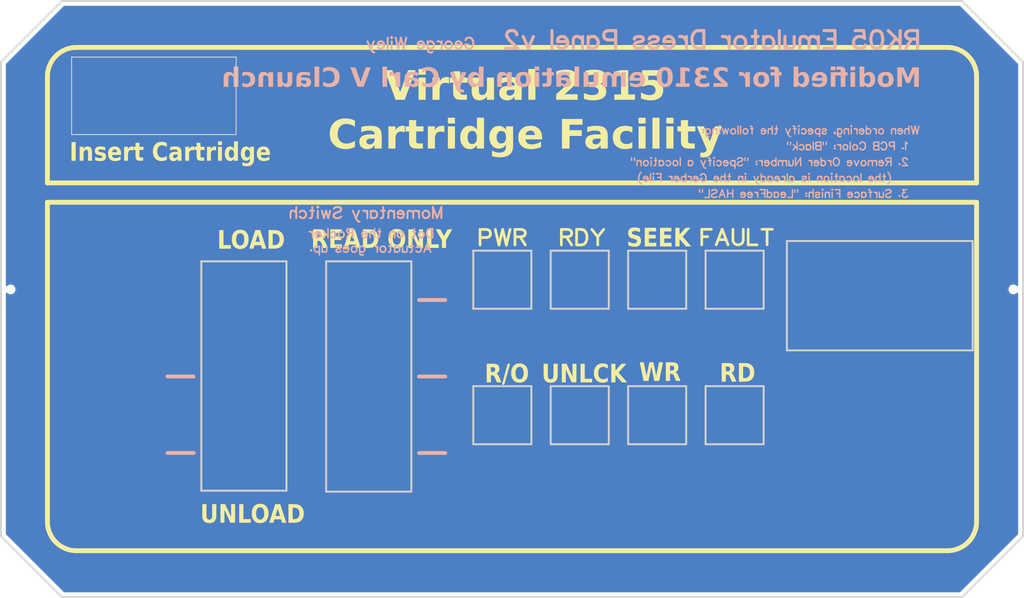
<source format=kicad_pcb>
(kicad_pcb (version 20221018) (generator pcbnew)
  (layers (0 "F.Cu" signal) (31 "B.Cu" signal) (34 "B.Paste" user) (35 "F.Paste" user) (36 "B.SilkS" user "B.Silkscreen") (37 "F.SilkS" user "F.Silkscreen") (38 "B.Mask" user) (39 "F.Mask" user) (44 "Edge.Cuts" user))
  (net 0 "")
  (gr_poly (pts (xy 11.10234 -3.43408) (xy 11.06322 -3.4417) (xy 11.0302 -3.46405) (xy 3.46405 -11.0302) (xy 3.4417 -11.06322) (xy 3.43408 -11.10234) (xy 3.43408 -42.66235) (xy 3.44221 -42.70197) (xy 3.46507 -42.7355) (xy 3.4986 -42.75734) (xy 3.53873 -42.76395) (xy 3.57784 -42.7548) (xy 3.61036 -42.73144) (xy 3.63068 -42.70906) (xy 3.71399 -42.64457) (xy 3.80695 -42.59428) (xy 3.90703 -42.55973) (xy 4.01117 -42.54246) (xy 4.11681 -42.54246) (xy 4.22097 -42.55973) (xy 4.32105 -42.59428) (xy 4.41401 -42.64457) (xy 4.49732 -42.70906) (xy 4.56895 -42.78732) (xy 4.62686 -42.87571) (xy 4.66903 -42.9722) (xy 4.69494 -43.07484) (xy 4.70357 -43.18) (xy 4.69494 -43.28513) (xy 4.66903 -43.38777) (xy 4.62686 -43.48429) (xy 4.56895 -43.57268) (xy 4.49732 -43.65092) (xy 4.41401 -43.71543) (xy 4.32105 -43.76572) (xy 4.22097 -43.80027) (xy 4.11681 -43.81754) (xy 4.01117 -43.81754) (xy 3.90703 -43.80027) (xy 3.80695 -43.76572) (xy 3.71399 -43.71543) (xy 3.63068 -43.65092) (xy 3.61036 -43.62856) (xy 3.57784 -43.6052) (xy 3.53873 -43.59605) (xy 3.4986 -43.60263) (xy 3.46507 -43.6245) (xy 3.44221 -43.65803) (xy 3.43408 -43.69765) (xy 3.43408 -72.71766) (xy 3.4417 -72.75678) (xy 3.46405 -72.7898) (xy 11.0302 -80.35595) (xy 11.06322 -80.3783) (xy 11.10234 -80.38592) (xy 128.59766 -80.38592) (xy 128.63678 -80.3783) (xy 128.6698 -80.35595) (xy 136.23595 -72.7898) (xy 136.2583 -72.75678) (xy 136.26592 -72.71766) (xy 136.26592 -43.69765) (xy 136.25779 -43.65803) (xy 136.23491 -43.6245) (xy 136.2014 -43.60263) (xy 136.16127 -43.59605) (xy 136.12216 -43.6052) (xy 136.08962 -43.62856) (xy 136.06932 -43.65092) (xy 135.98601 -43.71543) (xy 135.89302 -43.76572) (xy 135.79297 -43.80027) (xy 135.68883 -43.81754) (xy 135.58317 -43.81754) (xy 135.479 -43.80027) (xy 135.37895 -43.76572) (xy 135.28599 -43.71543) (xy 135.20268 -43.65092) (xy 135.13102 -43.57268) (xy 135.07314 -43.48429) (xy 135.03097 -43.38777) (xy 135.00506 -43.28513) (xy 134.99643 -43.18) (xy 135.00506 -43.07484) (xy 135.03097 -42.9722) (xy 135.07314 -42.87571) (xy 135.13102 -42.78732) (xy 135.20268 -42.70906) (xy 135.28599 -42.64457) (xy 135.37895 -42.59428) (xy 135.479 -42.55973) (xy 135.58317 -42.54246) (xy 135.68883 -42.54246) (xy 135.79297 -42.55973) (xy 135.89302 -42.59428) (xy 135.98601 -42.64457) (xy 136.06932 -42.70906) (xy 136.08962 -42.73144) (xy 136.12216 -42.7548) (xy 136.16127 -42.76395) (xy 136.2014 -42.75734) (xy 136.23491 -42.7355) (xy 136.25779 -42.70197) (xy 136.26592 -42.66235) (xy 136.26592 -11.10234) (xy 136.2583 -11.06322) (xy 136.23595 -11.0302) (xy 128.6698 -3.46405) (xy 128.63678 -3.4417) (xy 128.59766 -3.43408)) (fill solid) (layer "B.Cu"))
  (gr_poly (pts (xy 64.75628 -39.99992) (xy 72.38695 -39.99992) (xy 72.46976 -40.005) (xy 72.49109 -40.00805) (xy 72.57085 -40.02684) (xy 72.59168 -40.03345) (xy 72.66737 -40.06444) (xy 72.75627 -40.11778) (xy 72.77303 -40.13048) (xy 72.84568 -40.19601) (xy 72.91222 -40.27373) (xy 72.96556 -40.36261) (xy 72.99655 -40.43832) (xy 73.00316 -40.45915) (xy 73.02195 -40.53891) (xy 73.025 -40.56024) (xy 73.03008 -40.64305) (xy 73.03008 -48.25695) (xy 73.025 -48.33976) (xy 73.02195 -48.36109) (xy 73.00316 -48.44085) (xy 72.99655 -48.46168) (xy 72.96556 -48.53737) (xy 72.91222 -48.62627) (xy 72.8995 -48.64303) (xy 72.83399 -48.71568) (xy 72.75627 -48.78222) (xy 72.66737 -48.83556) (xy 72.59168 -48.86655) (xy 72.57085 -48.87313) (xy 72.49109 -48.89195) (xy 72.46976 -48.895) (xy 72.38695 -48.90008) (xy 64.77305 -48.90008) (xy 64.69024 -48.895) (xy 64.66891 -48.89195) (xy 64.58915 -48.87313) (xy 64.56832 -48.86655) (xy 64.49263 -48.83556) (xy 64.40373 -48.78222) (xy 64.38697 -48.76952) (xy 64.31432 -48.70399) (xy 64.24778 -48.62627) (xy 64.19444 -48.53737) (xy 64.16345 -48.46168) (xy 64.15684 -48.44085) (xy 64.13805 -48.36109) (xy 64.135 -48.33976) (xy 64.12992 -48.25695) (xy 64.12992 -40.64152) (xy 64.13144 -40.60088) (xy 64.13856 -40.53586) (xy 64.14618 -40.49827) (xy 64.16446 -40.43528) (xy 64.17767 -40.39972) (xy 64.20612 -40.34079) (xy 64.22542 -40.30777) (xy 64.26149 -40.25595) (xy 64.33464 -40.1762) (xy 64.38443 -40.13251) (xy 64.4586 -40.08323) (xy 64.55004 -40.04005) (xy 64.6496 -40.01211)) (fill solid) (layer "B.Cu"))
  (gr_poly (pts (xy 64.75628 -22.21992) (xy 72.38695 -22.21992) (xy 72.46976 -22.225) (xy 72.49109 -22.22805) (xy 72.57085 -22.24684) (xy 72.59168 -22.25345) (xy 72.66737 -22.28444) (xy 72.75627 -22.33778) (xy 72.77303 -22.35048) (xy 72.84568 -22.41601) (xy 72.91222 -22.49373) (xy 72.96556 -22.58263) (xy 72.99655 -22.65832) (xy 73.00316 -22.67915) (xy 73.02195 -22.75891) (xy 73.025 -22.78024) (xy 73.03008 -22.86305) (xy 73.03008 -30.47695) (xy 73.025 -30.55976) (xy 73.02195 -30.58109) (xy 73.00316 -30.66085) (xy 72.99655 -30.68168) (xy 72.96556 -30.75737) (xy 72.91222 -30.84627) (xy 72.8995 -30.86303) (xy 72.83399 -30.93568) (xy 72.75627 -31.00222) (xy 72.66737 -31.05556) (xy 72.59168 -31.08655) (xy 72.57085 -31.09316) (xy 72.49109 -31.11195) (xy 72.46976 -31.115) (xy 72.38695 -31.12008) (xy 64.77305 -31.12008) (xy 64.69024 -31.115) (xy 64.66891 -31.11195) (xy 64.58915 -31.09316) (xy 64.56832 -31.08655) (xy 64.49263 -31.05556) (xy 64.40373 -31.00222) (xy 64.38697 -30.98952) (xy 64.31432 -30.92399) (xy 64.24778 -30.84627) (xy 64.19444 -30.75737) (xy 64.16345 -30.68168) (xy 64.15684 -30.66085) (xy 64.13805 -30.58109) (xy 64.135 -30.55976) (xy 64.12992 -30.47695) (xy 64.12992 -22.86152) (xy 64.13144 -22.82088) (xy 64.13856 -22.75586) (xy 64.14618 -22.71824) (xy 64.16446 -22.65528) (xy 64.17767 -22.61972) (xy 64.20612 -22.56079) (xy 64.22542 -22.52774) (xy 64.26149 -22.47595) (xy 64.33464 -22.3962) (xy 64.38443 -22.35251) (xy 64.4586 -22.30323) (xy 64.55004 -22.26005) (xy 64.6496 -22.23211)) (fill solid) (layer "B.Cu"))
  (gr_poly (pts (xy 45.45228 -15.99692) (xy 56.63895 -15.99692) (xy 56.72176 -16.002) (xy 56.74309 -16.00505) (xy 56.82285 -16.02384) (xy 56.84368 -16.03045) (xy 56.91937 -16.06144) (xy 57.00827 -16.11478) (xy 57.02503 -16.12748) (xy 57.09768 -16.19301) (xy 57.16422 -16.27073) (xy 57.21756 -16.35963) (xy 57.24855 -16.43532) (xy 57.25516 -16.45615) (xy 57.27395 -16.53591) (xy 57.277 -16.55724) (xy 57.28208 -16.64005) (xy 57.28208 -46.85995) (xy 57.277 -46.94276) (xy 57.27395 -46.96409) (xy 57.25516 -47.04385) (xy 57.24855 -47.06468) (xy 57.21756 -47.14037) (xy 57.16422 -47.22927) (xy 57.15152 -47.24603) (xy 57.08599 -47.31868) (xy 57.00827 -47.38522) (xy 56.91937 -47.43856) (xy 56.84368 -47.46955) (xy 56.82285 -47.47613) (xy 56.74309 -47.49495) (xy 56.72176 -47.498) (xy 56.63895 -47.50308) (xy 45.46905 -47.50308) (xy 45.38624 -47.498) (xy 45.36491 -47.49495) (xy 45.28515 -47.47613) (xy 45.26432 -47.46955) (xy 45.18861 -47.43856) (xy 45.09973 -47.38522) (xy 45.08297 -47.37252) (xy 45.01032 -47.30699) (xy 44.94378 -47.22927) (xy 44.89044 -47.14037) (xy 44.85945 -47.06468) (xy 44.85284 -47.04385) (xy 44.83405 -46.96409) (xy 44.831 -46.94276) (xy 44.82592 -46.85995) (xy 44.82592 -16.63852) (xy 44.82744 -16.59788) (xy 44.83456 -16.53286) (xy 44.84218 -16.49524) (xy 44.86046 -16.43228) (xy 44.87367 -16.39672) (xy 44.90212 -16.33779) (xy 44.92142 -16.30474) (xy 44.95749 -16.25295) (xy 45.03064 -16.1732) (xy 45.08043 -16.12951) (xy 45.1546 -16.08023) (xy 45.24601 -16.03705) (xy 45.3456 -16.00911)) (fill solid) (layer "B.Cu"))
  (gr_poly (pts (xy 12.05128 -62.85992) (xy 33.65195 -62.85992) (xy 33.73476 -62.865) (xy 33.75609 -62.86805) (xy 33.83585 -62.88684) (xy 33.85668 -62.89345) (xy 33.93237 -62.92444) (xy 34.02127 -62.97778) (xy 34.03803 -62.99048) (xy 34.11068 -63.05601) (xy 34.17722 -63.13373) (xy 34.23056 -63.22263) (xy 34.26155 -63.29832) (xy 34.26813 -63.31915) (xy 34.28695 -63.39891) (xy 34.29 -63.42024) (xy 34.29508 -63.50305) (xy 34.29508 -73.65695) (xy 34.29 -73.73976) (xy 34.28695 -73.76109) (xy 34.26813 -73.84085) (xy 34.26155 -73.86168) (xy 34.23056 -73.93737) (xy 34.17722 -74.02627) (xy 34.16452 -74.04303) (xy 34.09899 -74.11568) (xy 34.02127 -74.18222) (xy 33.93237 -74.23556) (xy 33.85668 -74.26655) (xy 33.83585 -74.27316) (xy 33.75609 -74.29195) (xy 33.73476 -74.295) (xy 33.65195 -74.30008) (xy 12.06805 -74.30008) (xy 11.98524 -74.295) (xy 11.96388 -74.29195) (xy 11.88413 -74.27316) (xy 11.86332 -74.26655) (xy 11.78763 -74.23556) (xy 11.69873 -74.18222) (xy 11.68197 -74.1695) (xy 11.60932 -74.10399) (xy 11.54278 -74.02627) (xy 11.48944 -73.93737) (xy 11.45845 -73.86168) (xy 11.45184 -73.84085) (xy 11.43305 -73.76109) (xy 11.43 -73.73976) (xy 11.42489 -73.65695) (xy 11.42489 -63.50152) (xy 11.42644 -63.46088) (xy 11.43356 -63.39586) (xy 11.44115 -63.35827) (xy 11.45946 -63.29528) (xy 11.47267 -63.25972) (xy 11.50112 -63.20079) (xy 11.52042 -63.16777) (xy 11.55649 -63.11595) (xy 11.62964 -63.0362) (xy 11.67943 -62.99251) (xy 11.7536 -62.94323) (xy 11.84504 -62.90005) (xy 11.9446 -62.87211)) (fill solid) (layer "B.Cu"))
  (gr_poly (pts (xy 85.09406 -22.21992) (xy 92.70695 -22.21992) (xy 92.78976 -22.225) (xy 92.81109 -22.22805) (xy 92.89085 -22.24684) (xy 92.91168 -22.25345) (xy 92.98737 -22.28444) (xy 93.07627 -22.33778) (xy 93.09303 -22.35048) (xy 93.16568 -22.41601) (xy 93.23222 -22.49373) (xy 93.28556 -22.58263) (xy 93.31655 -22.65832) (xy 93.32316 -22.67915) (xy 93.34195 -22.75891) (xy 93.345 -22.78024) (xy 93.35008 -22.86305) (xy 93.35008 -30.47695) (xy 93.345 -30.55976) (xy 93.34195 -30.58109) (xy 93.32316 -30.66085) (xy 93.31655 -30.68168) (xy 93.28556 -30.75737) (xy 93.23222 -30.84627) (xy 93.2195 -30.86303) (xy 93.15399 -30.93568) (xy 93.07627 -31.00222) (xy 92.98737 -31.05556) (xy 92.91168 -31.08655) (xy 92.89085 -31.09316) (xy 92.81109 -31.11195) (xy 92.78976 -31.115) (xy 92.70695 -31.12008) (xy 85.09305 -31.12008) (xy 85.01024 -31.115) (xy 84.98888 -31.11195) (xy 84.90915 -31.09316) (xy 84.88832 -31.08655) (xy 84.81263 -31.05556) (xy 84.72373 -31.00222) (xy 84.70697 -30.98952) (xy 84.63432 -30.92399) (xy 84.56778 -30.84627) (xy 84.51444 -30.75737) (xy 84.48345 -30.68168) (xy 84.47684 -30.66085) (xy 84.45805 -30.58109) (xy 84.455 -30.55976) (xy 84.44992 -30.47695) (xy 84.44992 -22.86305) (xy 84.455 -22.78024) (xy 84.45805 -22.75891) (xy 84.47684 -22.67915) (xy 84.48345 -22.65832) (xy 84.51444 -22.58263) (xy 84.56778 -22.49373) (xy 84.58048 -22.47697) (xy 84.64601 -22.40432) (xy 84.72373 -22.33778) (xy 84.81263 -22.28444) (xy 84.88832 -22.25345) (xy 84.90915 -22.24684) (xy 84.98888 -22.22805)) (fill solid) (layer "B.Cu"))
  (gr_poly (pts (xy 74.91628 -22.21992) (xy 82.54695 -22.21992) (xy 82.62976 -22.225) (xy 82.65109 -22.22805) (xy 82.73085 -22.24684) (xy 82.75168 -22.25345) (xy 82.82737 -22.28444) (xy 82.91627 -22.33778) (xy 82.93303 -22.35048) (xy 83.00568 -22.41601) (xy 83.07222 -22.49373) (xy 83.12556 -22.58263) (xy 83.15655 -22.65832) (xy 83.16316 -22.67915) (xy 83.18195 -22.75891) (xy 83.185 -22.78024) (xy 83.19008 -22.86305) (xy 83.19008 -30.47695) (xy 83.185 -30.55976) (xy 83.18195 -30.58109) (xy 83.16316 -30.66085) (xy 83.15655 -30.68168) (xy 83.12556 -30.75737) (xy 83.07222 -30.84627) (xy 83.0595 -30.86303) (xy 82.99399 -30.93568) (xy 82.91627 -31.00222) (xy 82.82737 -31.05556) (xy 82.75168 -31.08655) (xy 82.73085 -31.09316) (xy 82.65109 -31.11195) (xy 82.62976 -31.115) (xy 82.54695 -31.12008) (xy 74.93305 -31.12008) (xy 74.85024 -31.115) (xy 74.82888 -31.11195) (xy 74.74915 -31.09316) (xy 74.72832 -31.08655) (xy 74.65263 -31.05556) (xy 74.56373 -31.00222) (xy 74.54697 -30.98952) (xy 74.47432 -30.92399) (xy 74.40778 -30.84627) (xy 74.35444 -30.75737) (xy 74.32345 -30.68168) (xy 74.31684 -30.66085) (xy 74.29805 -30.58109) (xy 74.295 -30.55976) (xy 74.28992 -30.47695) (xy 74.28992 -22.86152) (xy 74.29144 -22.82088) (xy 74.29856 -22.75586) (xy 74.30618 -22.71824) (xy 74.32446 -22.65528) (xy 74.33767 -22.61972) (xy 74.36609 -22.56079) (xy 74.38542 -22.52774) (xy 74.42149 -22.47595) (xy 74.49464 -22.3962) (xy 74.54443 -22.35251) (xy 74.6186 -22.30323) (xy 74.71004 -22.26005) (xy 74.8096 -22.23211)) (fill solid) (layer "B.Cu"))
  (gr_poly (pts (xy 29.08605 -16.12392) (xy 40.25595 -16.12392) (xy 40.33876 -16.129) (xy 40.36009 -16.13205) (xy 40.43985 -16.15084) (xy 40.46068 -16.15745) (xy 40.53637 -16.18844) (xy 40.62527 -16.24178) (xy 40.64203 -16.25448) (xy 40.71468 -16.32001) (xy 40.78122 -16.39773) (xy 40.83456 -16.48663) (xy 40.86555 -16.56232) (xy 40.87213 -16.58315) (xy 40.89095 -16.66291) (xy 40.894 -16.68424) (xy 40.89908 -16.76705) (xy 40.89908 -46.85995) (xy 40.894 -46.94276) (xy 40.89095 -46.96409) (xy 40.87213 -47.04385) (xy 40.86555 -47.06468) (xy 40.83456 -47.14037) (xy 40.78122 -47.22927) (xy 40.76852 -47.24603) (xy 40.70299 -47.31868) (xy 40.62527 -47.38522) (xy 40.53637 -47.43856) (xy 40.46068 -47.46955) (xy 40.43985 -47.47613) (xy 40.36009 -47.49495) (xy 40.33876 -47.498) (xy 40.25595 -47.50308) (xy 29.08605 -47.50308) (xy 29.00324 -47.498) (xy 28.98191 -47.49495) (xy 28.90215 -47.47613) (xy 28.88132 -47.46955) (xy 28.80563 -47.43856) (xy 28.71673 -47.38522) (xy 28.69997 -47.37252) (xy 28.62732 -47.30699) (xy 28.56078 -47.22927) (xy 28.50744 -47.14037) (xy 28.47645 -47.06468) (xy 28.46984 -47.04385) (xy 28.45105 -46.96409) (xy 28.448 -46.94276) (xy 28.44292 -46.85995) (xy 28.44292 -16.76705) (xy 28.448 -16.68424) (xy 28.45105 -16.66291) (xy 28.46984 -16.58315) (xy 28.47645 -16.56232) (xy 28.50744 -16.48663) (xy 28.56078 -16.39773) (xy 28.57348 -16.38097) (xy 28.63901 -16.30832) (xy 28.71673 -16.24178) (xy 28.80563 -16.18844) (xy 28.88132 -16.15745) (xy 28.90215 -16.15084) (xy 28.98191 -16.13205) (xy 29.00324 -16.129)) (fill solid) (layer "B.Cu"))
  (gr_poly (pts (xy 95.23628 -39.99992) (xy 102.86695 -39.99992) (xy 102.94976 -40.005) (xy 102.97109 -40.00805) (xy 103.05085 -40.02684) (xy 103.07168 -40.03345) (xy 103.14737 -40.06444) (xy 103.23627 -40.11778) (xy 103.25303 -40.13048) (xy 103.32568 -40.19601) (xy 103.39222 -40.27373) (xy 103.44556 -40.36261) (xy 103.47655 -40.43832) (xy 103.48316 -40.45915) (xy 103.50195 -40.53891) (xy 103.505 -40.56024) (xy 103.51008 -40.64305) (xy 103.51008 -48.25695) (xy 103.505 -48.33976) (xy 103.50195 -48.36109) (xy 103.48316 -48.44085) (xy 103.47655 -48.46168) (xy 103.44556 -48.53737) (xy 103.39222 -48.62627) (xy 103.3795 -48.64303) (xy 103.31399 -48.71568) (xy 103.23627 -48.78222) (xy 103.14737 -48.83556) (xy 103.07168 -48.86655) (xy 103.05085 -48.87313) (xy 102.97109 -48.89195) (xy 102.94976 -48.895) (xy 102.86695 -48.90008) (xy 95.25305 -48.90008) (xy 95.17024 -48.895) (xy 95.14888 -48.89195) (xy 95.06915 -48.87313) (xy 95.04832 -48.86655) (xy 94.97263 -48.83556) (xy 94.88373 -48.78222) (xy 94.86697 -48.76952) (xy 94.79432 -48.70399) (xy 94.72778 -48.62627) (xy 94.67444 -48.53737) (xy 94.64345 -48.46168) (xy 94.63684 -48.44085) (xy 94.61805 -48.36109) (xy 94.615 -48.33976) (xy 94.60992 -48.25695) (xy 94.60992 -40.64152) (xy 94.61144 -40.60088) (xy 94.61856 -40.53586) (xy 94.62618 -40.49827) (xy 94.64446 -40.43528) (xy 94.65767 -40.39972) (xy 94.68609 -40.34079) (xy 94.70542 -40.30777) (xy 94.74149 -40.25595) (xy 94.81464 -40.1762) (xy 94.86443 -40.13251) (xy 94.9386 -40.08323) (xy 95.03004 -40.04005) (xy 95.1296 -40.01211)) (fill solid) (layer "B.Cu"))
  (gr_poly (pts (xy 74.91628 -39.99992) (xy 82.54695 -39.99992) (xy 82.62976 -40.005) (xy 82.65109 -40.00805) (xy 82.73085 -40.02684) (xy 82.75168 -40.03345) (xy 82.82737 -40.06444) (xy 82.91627 -40.11778) (xy 82.93303 -40.13048) (xy 83.00568 -40.19601) (xy 83.07222 -40.27373) (xy 83.12556 -40.36261) (xy 83.15655 -40.43832) (xy 83.16316 -40.45915) (xy 83.18195 -40.53891) (xy 83.185 -40.56024) (xy 83.19008 -40.64305) (xy 83.19008 -48.25695) (xy 83.185 -48.33976) (xy 83.18195 -48.36109) (xy 83.16316 -48.44085) (xy 83.15655 -48.46168) (xy 83.12556 -48.53737) (xy 83.07222 -48.62627) (xy 83.0595 -48.64303) (xy 82.99399 -48.71568) (xy 82.91627 -48.78222) (xy 82.82737 -48.83556) (xy 82.75168 -48.86655) (xy 82.73085 -48.87313) (xy 82.65109 -48.89195) (xy 82.62976 -48.895) (xy 82.54695 -48.90008) (xy 74.93305 -48.90008) (xy 74.85024 -48.895) (xy 74.82888 -48.89195) (xy 74.74915 -48.87313) (xy 74.72832 -48.86655) (xy 74.65263 -48.83556) (xy 74.56373 -48.78222) (xy 74.54697 -48.76952) (xy 74.47432 -48.70399) (xy 74.40778 -48.62627) (xy 74.35444 -48.53737) (xy 74.32345 -48.46168) (xy 74.31684 -48.44085) (xy 74.29805 -48.36109) (xy 74.295 -48.33976) (xy 74.28992 -48.25695) (xy 74.28992 -40.64152) (xy 74.29144 -40.60088) (xy 74.29856 -40.53586) (xy 74.30618 -40.49827) (xy 74.32446 -40.43528) (xy 74.33767 -40.39972) (xy 74.36609 -40.34079) (xy 74.38542 -40.30777) (xy 74.42149 -40.25595) (xy 74.49464 -40.1762) (xy 74.54443 -40.13251) (xy 74.6186 -40.08323) (xy 74.71004 -40.04005) (xy 74.8096 -40.01211)) (fill solid) (layer "B.Cu"))
  (gr_poly (pts (xy 85.09406 -39.99992) (xy 92.70695 -39.99992) (xy 92.78976 -40.005) (xy 92.81109 -40.00805) (xy 92.89085 -40.02684) (xy 92.91168 -40.03345) (xy 92.98737 -40.06444) (xy 93.07627 -40.11778) (xy 93.09303 -40.13048) (xy 93.16568 -40.19601) (xy 93.23222 -40.27373) (xy 93.28556 -40.36261) (xy 93.31655 -40.43832) (xy 93.32316 -40.45915) (xy 93.34195 -40.53891) (xy 93.345 -40.56024) (xy 93.35008 -40.64305) (xy 93.35008 -48.25695) (xy 93.345 -48.33976) (xy 93.34195 -48.36109) (xy 93.32316 -48.44085) (xy 93.31655 -48.46168) (xy 93.28556 -48.53737) (xy 93.23222 -48.62627) (xy 93.2195 -48.64303) (xy 93.15399 -48.71568) (xy 93.07627 -48.78222) (xy 92.98737 -48.83556) (xy 92.91168 -48.86655) (xy 92.89085 -48.87313) (xy 92.81109 -48.89195) (xy 92.78976 -48.895) (xy 92.70695 -48.90008) (xy 85.09305 -48.90008) (xy 85.01024 -48.895) (xy 84.98888 -48.89195) (xy 84.90915 -48.87313) (xy 84.88832 -48.86655) (xy 84.81263 -48.83556) (xy 84.72373 -48.78222) (xy 84.70697 -48.76952) (xy 84.63432 -48.70399) (xy 84.56778 -48.62627) (xy 84.51444 -48.53737) (xy 84.48345 -48.46168) (xy 84.47684 -48.44085) (xy 84.45805 -48.36109) (xy 84.455 -48.33976) (xy 84.44992 -48.25695) (xy 84.44992 -40.64152) (xy 84.45144 -40.60088) (xy 84.45856 -40.53586) (xy 84.46618 -40.49827) (xy 84.48446 -40.43528) (xy 84.49767 -40.39972) (xy 84.52609 -40.34079) (xy 84.54542 -40.30777) (xy 84.58149 -40.25595) (xy 84.65464 -40.1762) (xy 84.70443 -40.13251) (xy 84.7786 -40.08323) (xy 84.87004 -40.04005) (xy 84.9696 -40.01211) (xy 85.07425 -40.00043)) (fill solid) (layer "B.Cu"))
  (gr_poly (pts (xy 95.25406 -22.21992) (xy 102.86695 -22.21992) (xy 102.94976 -22.225) (xy 102.97109 -22.22805) (xy 103.05085 -22.24684) (xy 103.07168 -22.25345) (xy 103.14737 -22.28444) (xy 103.23627 -22.33778) (xy 103.25303 -22.35048) (xy 103.32568 -22.41601) (xy 103.39222 -22.49373) (xy 103.44556 -22.58263) (xy 103.47655 -22.65832) (xy 103.48316 -22.67915) (xy 103.50195 -22.75891) (xy 103.505 -22.78024) (xy 103.51008 -22.86305) (xy 103.51008 -30.47695) (xy 103.505 -30.55976) (xy 103.50195 -30.58109) (xy 103.48316 -30.66085) (xy 103.47655 -30.68168) (xy 103.44556 -30.75737) (xy 103.39222 -30.84627) (xy 103.3795 -30.86303) (xy 103.31399 -30.93568) (xy 103.23627 -31.00222) (xy 103.14737 -31.05556) (xy 103.07168 -31.08655) (xy 103.05085 -31.09316) (xy 102.97109 -31.11195) (xy 102.94976 -31.115) (xy 102.86695 -31.12008) (xy 95.25305 -31.12008) (xy 95.17024 -31.115) (xy 95.14888 -31.11195) (xy 95.06915 -31.09316) (xy 95.04832 -31.08655) (xy 94.97263 -31.05556) (xy 94.88373 -31.00222) (xy 94.86697 -30.98952) (xy 94.79432 -30.92399) (xy 94.72778 -30.84627) (xy 94.67444 -30.75737) (xy 94.64345 -30.68168) (xy 94.63684 -30.66085) (xy 94.61805 -30.58109) (xy 94.615 -30.55976) (xy 94.60992 -30.47695) (xy 94.60992 -22.86305) (xy 94.615 -22.78024) (xy 94.61805 -22.75891) (xy 94.63684 -22.67915) (xy 94.64345 -22.65832) (xy 94.67444 -22.58263) (xy 94.72778 -22.49373) (xy 94.74048 -22.47697) (xy 94.80601 -22.40432) (xy 94.88373 -22.33778) (xy 94.97263 -22.28444) (xy 95.04832 -22.25345) (xy 95.06915 -22.24684) (xy 95.14888 -22.22805)) (fill solid) (layer "B.Cu"))
  (gr_poly (pts (xy 105.90428 -34.53892) (xy 130.29895 -34.53892) (xy 130.38176 -34.544) (xy 130.40309 -34.54705) (xy 130.48285 -34.56584) (xy 130.50368 -34.57245) (xy 130.57937 -34.60344) (xy 130.66827 -34.65678) (xy 130.68503 -34.66948) (xy 130.75768 -34.73501) (xy 130.82422 -34.81273) (xy 130.87756 -34.90161) (xy 130.90855 -34.97732) (xy 130.91516 -34.99815) (xy 130.93395 -35.07791) (xy 130.937 -35.09924) (xy 130.94208 -35.18205) (xy 130.94208 -49.52695) (xy 130.937 -49.60976) (xy 130.93395 -49.63109) (xy 130.91516 -49.71085) (xy 130.90855 -49.73168) (xy 130.87756 -49.80737) (xy 130.82422 -49.89627) (xy 130.81152 -49.91303) (xy 130.74599 -49.98568) (xy 130.66827 -50.05222) (xy 130.57937 -50.10556) (xy 130.50368 -50.13655) (xy 130.48285 -50.14313) (xy 130.40309 -50.16195) (xy 130.38176 -50.165) (xy 130.29895 -50.17008) (xy 105.92105 -50.17008) (xy 105.83824 -50.165) (xy 105.81688 -50.16195) (xy 105.73715 -50.14313) (xy 105.71632 -50.13655) (xy 105.64063 -50.10556) (xy 105.55173 -50.05222) (xy 105.53497 -50.03952) (xy 105.46232 -49.97399) (xy 105.39578 -49.89627) (xy 105.34244 -49.80737) (xy 105.31145 -49.73168) (xy 105.30484 -49.71085) (xy 105.28605 -49.63109) (xy 105.283 -49.60976) (xy 105.27792 -49.52695) (xy 105.27792 -35.18052) (xy 105.27944 -35.13988) (xy 105.28656 -35.07486) (xy 105.29418 -35.03727) (xy 105.31246 -34.97428) (xy 105.32567 -34.93872) (xy 105.35409 -34.87979) (xy 105.37342 -34.84677) (xy 105.40949 -34.79495) (xy 105.48264 -34.7152) (xy 105.53243 -34.67151) (xy 105.6066 -34.62223) (xy 105.69804 -34.57905) (xy 105.7976 -34.55111)) (fill solid) (layer "B.Cu"))
  (gr_line (start 94.24556 -77.13657) (end 93.91302 -77.02573) (stroke (width 0.4064)) (layer "B.SilkS"))
  (gr_line (start 115.02247 -55.92475) (end 115.16796 -55.92475) (stroke (width 0.1778)) (layer "B.SilkS"))
  (gr_line (start 93.46966 -76.24986) (end 93.46966 -75.69568) (stroke (width 0.4064)) (layer "B.SilkS"))
  (gr_line (start 54.386 -53.50396) (end 54.386 -52.53411) (stroke (width 0.254)) (layer "B.SilkS"))
  (gr_line (start 51.54445 -50.75337) (end 51.37818 -50.75337) (stroke (width 0.2032)) (layer "B.SilkS"))
  (gr_line (start 108.42771 -63.96505) (end 108.42771 -63.86802) (stroke (width 0.1778)) (layer "B.SilkS"))
  (gr_line (start 100.79527 -55.73082) (end 100.84373 -55.82777) (stroke (width 0.1778)) (layer "B.SilkS"))
  (gr_line (start 92.06689 -57.61964) (end 92.11538 -57.47415) (stroke (width 0.1778)) (layer "B.SilkS"))
  (gr_line (start 105.15942 -55.73082) (end 105.20793 -55.82777) (stroke (width 0.1778)) (layer "B.SilkS"))
  (gr_line (start 116.9448 -75.8065) (end 116.9448 -76.13904) (stroke (width 0.4064)) (layer "B.SilkS"))
  (gr_line (start 115.32662 -76.36071) (end 114.99408 -76.24986) (stroke (width 0.4064)) (layer "B.SilkS"))
  (gr_line (start 93.57979 -59.79945) (end 93.57979 -59.70242) (stroke (width 0.1778)) (layer "B.SilkS"))
  (gr_line (start 115.4977 -64.159) (end 115.54619 -64.20749) (stroke (width 0.1778)) (layer "B.SilkS"))
  (gr_line (start 59.47065 -53.98884) (end 59.47065 -52.53411) (stroke (width 0.254)) (layer "B.SilkS"))
  (gr_line (start 102.6088 -64.159) (end 102.65731 -64.20749) (stroke (width 0.1778)) (layer "B.SilkS"))
  (gr_line (start 118.5914 -63.96505) (end 118.5914 -63.86802) (stroke (width 0.1778)) (layer "B.SilkS"))
  (gr_line (start 58.80562 -53.43464) (end 58.94415 -53.29611) (stroke (width 0.254)) (layer "B.SilkS"))
  (gr_line (start 52.9973 -48.84837) (end 53.10817 -48.79292) (stroke (width 0.2032)) (layer "B.SilkS"))
  (gr_line (start 61.63887 -75.72896) (end 61.77742 -75.65964) (stroke (width 0.254)) (layer "B.SilkS"))
  (gr_line (start 113.66474 -61.49431) (end 113.51924 -61.49431) (stroke (width 0.1778)) (layer "B.SilkS"))
  (gr_line (start 103.88896 -55.39138) (end 103.79198 -55.29437) (stroke (width 0.1778)) (layer "B.SilkS"))
  (gr_line (start 93.67676 -57.71662) (end 93.67676 -57.8136) (stroke (width 0.1778)) (layer "B.SilkS"))
  (gr_line (start 100.15516 -63.86802) (end 100.15516 -63.96505) (stroke (width 0.1778)) (layer "B.SilkS"))
  (gr_line (start 49.43947 -48.68207) (end 49.49487 -48.51585) (stroke (width 0.2032)) (layer "B.SilkS"))
  (gr_line (start 96.91595 -59.41149) (end 96.81897 -59.46) (stroke (width 0.1778)) (layer "B.SilkS"))
  (gr_line (start 55.10228 -49.9775) (end 54.99146 -50.03292) (stroke (width 0.2032)) (layer "B.SilkS"))
  (gr_line (start 53.27439 -48.40501) (end 53.21899 -48.23877) (stroke (width 0.2032)) (layer "B.SilkS"))
  (gr_line (start 116.82635 -56.21573) (end 116.87481 -56.07024) (stroke (width 0.1778)) (layer "B.SilkS"))
  (gr_line (start 47.32251 -48.12792) (end 47.37791 -48.23877) (stroke (width 0.2032)) (layer "B.SilkS"))
  (gr_line (start 102.74459 -57.32871) (end 102.64761 -57.3772) (stroke (width 0.1778)) (layer "B.SilkS"))
  (gr_line (start 46.67872 -50.58707) (end 46.73412 -50.42085) (stroke (width 0.2032)) (layer "B.SilkS"))
  (gr_line (start 104.8394 -55.63385) (end 104.8394 -55.53684) (stroke (width 0.1778)) (layer "B.SilkS"))
  (gr_line (start 95.2091 -58.20156) (end 95.25761 -58.10453) (stroke (width 0.1778)) (layer "B.SilkS"))
  (gr_line (start 103.90837 -59.79945) (end 103.90837 -59.70242) (stroke (width 0.1778)) (layer "B.SilkS"))
  (gr_line (start 110.85224 -57.47415) (end 110.80378 -57.61964) (stroke (width 0.1778)) (layer "B.SilkS"))
  (gr_line (start 102.68637 -59.79945) (end 102.63791 -59.94489) (stroke (width 0.1778)) (layer "B.SilkS"))
  (gr_line (start 101.88142 -59.94489) (end 101.92994 -59.99337) (stroke (width 0.1778)) (layer "B.SilkS"))
  (gr_line (start 55.49024 -50.58707) (end 55.54563 -50.42085) (stroke (width 0.2032)) (layer "B.SilkS"))
  (gr_line (start 115.80801 -60.04186) (end 115.90499 -60.09038) (stroke (width 0.1778)) (layer "B.SilkS"))
  (gr_line (start 110.13459 -63.6256) (end 110.23159 -63.72258) (stroke (width 0.1778)) (layer "B.SilkS"))
  (gr_line (start 118.95022 -55.63385) (end 118.90176 -55.53684) (stroke (width 0.1778)) (layer "B.SilkS"))
  (gr_line (start 49.49487 -48.40501) (end 49.43947 -48.23877) (stroke (width 0.2032)) (layer "B.SilkS"))
  (gr_line (start 103.0549 -59.99337) (end 103.10342 -60.04186) (stroke (width 0.1778)) (layer "B.SilkS"))
  (gr_line (start 112.20032 -61.97922) (end 112.15183 -62.02771) (stroke (width 0.1778)) (layer "B.SilkS"))
  (gr_line (start 114.45998 -55.39138) (end 114.36301 -55.29437) (stroke (width 0.1778)) (layer "B.SilkS"))
  (gr_line (start 102.98706 -57.95909) (end 103.08401 -57.86211) (stroke (width 0.1778)) (layer "B.SilkS"))
  (gr_line (start 106.64324 -55.24589) (end 106.06135 -55.24589) (stroke (width 0.1778)) (layer "B.SilkS"))
  (gr_line (start 121.30691 -60.42982) (end 121.20993 -60.38133) (stroke (width 0.1778)) (layer "B.SilkS"))
  (gr_line (start 89.39018 -57.86211) (end 89.00227 -57.86211) (stroke (width 0.1778)) (layer "B.SilkS"))
  (gr_line (start 113.8781 -57.95909) (end 113.97507 -58.00758) (stroke (width 0.1778)) (layer "B.SilkS"))
  (gr_line (start 112.15183 -63.77104) (end 112.15183 -63.67409) (stroke (width 0.1778)) (layer "B.SilkS"))
  (gr_line (start 121.06444 -55.63385) (end 121.06444 -55.53684) (stroke (width 0.1778)) (layer "B.SilkS"))
  (gr_line (start 118.19381 -55.29437) (end 118.04832 -55.43987) (stroke (width 0.1778)) (layer "B.SilkS"))
  (gr_line (start 115.82742 -55.87626) (end 115.9244 -55.92475) (stroke (width 0.1778)) (layer "B.SilkS"))
  (gr_line (start 114.26603 -55.92475) (end 114.36301 -55.87626) (stroke (width 0.1778)) (layer "B.SilkS"))
  (gr_line (start 108.1077 -61.63975) (end 108.0107 -61.54277) (stroke (width 0.1778)) (layer "B.SilkS"))
  (gr_line (start 53.83182 -53.50396) (end 53.69329 -53.43464) (stroke (width 0.254)) (layer "B.SilkS"))
  (gr_line (start 118.53323 -61.49431) (end 118.43625 -61.54277) (stroke (width 0.1778)) (layer "B.SilkS"))
  (gr_line (start 102.89006 -57.32871) (end 102.74459 -57.32871) (stroke (width 0.1778)) (layer "B.SilkS"))
  (gr_line (start 62.58098 -75.65964) (end 62.71953 -75.72896) (stroke (width 0.254)) (layer "B.SilkS"))
  (gr_line (start 108.94243 -76.24986) (end 108.83161 -75.91735) (stroke (width 0.4064)) (layer "B.SilkS"))
  (gr_line (start 105.96437 -58.347) (end 105.96437 -57.32871) (stroke (width 0.1778)) (layer "B.SilkS"))
  (gr_line (start 118.99874 -55.29437) (end 119.14423 -55.24589) (stroke (width 0.1778)) (layer "B.SilkS"))
  (gr_line (start 87.16928 -57.9106) (end 87.2178 -57.95909) (stroke (width 0.1778)) (layer "B.SilkS"))
  (gr_line (start 87.95004 -76.24986) (end 88.28253 -76.36071) (stroke (width 0.4064)) (layer "B.SilkS"))
  (gr_line (start 113.42229 -62.12469) (end 113.51924 -62.17315) (stroke (width 0.1778)) (layer "B.SilkS"))
  (gr_line (start 59.54682 -74.96696) (end 59.40829 -74.82837) (stroke (width 0.254)) (layer "B.SilkS"))
  (gr_line (start 112.59794 -59.46) (end 112.50096 -59.41149) (stroke (width 0.1778)) (layer "B.SilkS"))
  (gr_line (start 104.69391 -55.87626) (end 104.79089 -55.77931) (stroke (width 0.1778)) (layer "B.SilkS"))
  (gr_line (start 100.43642 -58.347) (end 100.48493 -58.39549) (stroke (width 0.1778)) (layer "B.SilkS"))
  (gr_line (start 118.53323 -59.55698) (end 118.43625 -59.46) (stroke (width 0.1778)) (layer "B.SilkS"))
  (gr_line (start 88.28253 -74.80899) (end 88.61506 -74.80899) (stroke (width 0.4064)) (layer "B.SilkS"))
  (gr_line (start 116.9448 -76.13904) (end 117.05567 -76.69322) (stroke (width 0.4064)) (layer "B.SilkS"))
  (gr_line (start 112.22317 -77.13657) (end 110.7823 -77.13657) (stroke (width 0.4064)) (layer "B.SilkS"))
  (gr_line (start 115.73044 -55.92475) (end 115.73044 -55.24589) (stroke (width 0.1778)) (layer "B.SilkS"))
  (gr_line (start 109.73698 -55.29437) (end 109.88242 -55.24589) (stroke (width 0.1778)) (layer "B.SilkS"))
  (gr_line (start 115.71104 -59.94489) (end 115.80801 -60.04186) (stroke (width 0.1778)) (layer "B.SilkS"))
  (gr_line (start 119.26061 -57.08624) (end 119.16358 -56.98924) (stroke (width 0.1778)) (layer "B.SilkS"))
  (gr_line (start 48.96195 -51.14127) (end 48.96195 -49.9775) (stroke (width 0.2032)) (layer "B.SilkS"))
  (gr_line (start 111.24991 -55.92475) (end 111.10442 -55.92475) (stroke (width 0.1778)) (layer "B.SilkS"))
  (gr_line (start 108.28222 -64.20749) (end 108.37925 -64.11049) (stroke (width 0.1778)) (layer "B.SilkS"))
  (gr_line (start 111.69601 -59.79945) (end 111.64749 -59.94489) (stroke (width 0.1778)) (layer "B.SilkS"))
  (gr_line (start 103.03555 -56.26422) (end 102.40514 -56.26422) (stroke (width 0.1778)) (layer "B.SilkS"))
  (gr_line (start 103.44286 -60.04186) (end 103.53981 -59.94489) (stroke (width 0.1778)) (layer "B.SilkS"))
  (gr_line (start 119.58065 -56.11873) (end 119.58065 -56.02175) (stroke (width 0.1778)) (layer "B.SilkS"))
  (gr_line (start 115.9244 -55.24589) (end 115.82742 -55.29437) (stroke (width 0.1778)) (layer "B.SilkS"))
  (gr_line (start 91.02917 -59.94489) (end 91.12615 -60.04186) (stroke (width 0.1778)) (layer "B.SilkS"))
  (gr_line (start 99.19507 -63.96505) (end 99.19507 -63.86802) (stroke (width 0.1778)) (layer "B.SilkS"))
  (gr_line (start 90.51515 -60.04186) (end 90.61218 -59.94489) (stroke (width 0.1778)) (layer "B.SilkS"))
  (gr_line (start 76.60038 -74.80899) (end 76.26789 -74.80899) (stroke (width 0.4064)) (layer "B.SilkS"))
  (gr_line (start 95.69401 -60.42982) (end 95.79098 -60.38133) (stroke (width 0.1778)) (layer "B.SilkS"))
  (gr_line (start 46.46122 -53.78102) (end 46.59975 -53.91958) (stroke (width 0.254)) (layer "B.SilkS"))
  (gr_line (start 116.03108 -63.96505) (end 116.03108 -63.86802) (stroke (width 0.1778)) (layer "B.SilkS"))
  (gr_line (start 87.31478 -58.00758) (end 87.46027 -58.00758) (stroke (width 0.1778)) (layer "B.SilkS"))
  (gr_line (start 118.49654 -75.8065) (end 118.38572 -75.25235) (stroke (width 0.4064)) (layer "B.SilkS"))
  (gr_line (start 114.05264 -60.09038) (end 114.19811 -60.09038) (stroke (width 0.1778)) (layer "B.SilkS"))
  (gr_line (start 50.56909 -49.9775) (end 50.40282 -49.9775) (stroke (width 0.2032)) (layer "B.SilkS"))
  (gr_line (start 64.77 -75.31331) (end 64.70071 -75.10549) (stroke (width 0.254)) (layer "B.SilkS"))
  (gr_line (start 117.23366 -57.86211) (end 117.28218 -57.71662) (stroke (width 0.1778)) (layer "B.SilkS"))
  (gr_line (start 52.46439 -50.19916) (end 52.40894 -50.03292) (stroke (width 0.2032)) (layer "B.SilkS"))
  (gr_line (start 55.05889 -48.68207) (end 55.11429 -48.51585) (stroke (width 0.2032)) (layer "B.SilkS"))
  (gr_line (start 52.15545 -52.94975) (end 52.08615 -52.74196) (stroke (width 0.254)) (layer "B.SilkS"))
  (gr_line (start 120.69591 -55.48835) (end 120.74443 -55.43987) (stroke (width 0.1778)) (layer "B.SilkS"))
  (gr_line (start 63.80018 -76.00602) (end 63.93871 -76.14458) (stroke (width 0.254)) (layer "B.SilkS"))
  (gr_line (start 54.67093 -48.84837) (end 54.8372 -48.84837) (stroke (width 0.2032)) (layer "B.SilkS"))
  (gr_line (start 82.00918 -76.13904) (end 82.12005 -76.02819) (stroke (width 0.4064)) (layer "B.SilkS"))
  (gr_line (start 111.10442 -55.92475) (end 111.00744 -55.87626) (stroke (width 0.1778)) (layer "B.SilkS"))
  (gr_line (start 63.06586 -74.82837) (end 62.92736 -74.75911) (stroke (width 0.254)) (layer "B.SilkS"))
  (gr_line (start 110.40614 -60.42982) (end 110.40614 -59.41149) (stroke (width 0.1778)) (layer "B.SilkS"))
  (gr_line (start 115.31345 -57.71662) (end 115.31345 -57.61964) (stroke (width 0.1778)) (layer "B.SilkS"))
  (gr_line (start 95.82979 -63.72258) (end 95.73282 -63.6256) (stroke (width 0.1778)) (layer "B.SilkS"))
  (gr_line (start 99.41052 -74.91984) (end 99.18885 -75.14148) (stroke (width 0.4064)) (layer "B.SilkS"))
  (gr_line (start 50.65913 -53.43464) (end 50.52057 -53.50396) (stroke (width 0.254)) (layer "B.SilkS"))
  (gr_line (start 118.43625 -62.46411) (end 118.53323 -62.5126) (stroke (width 0.1778)) (layer "B.SilkS"))
  (gr_line (start 61.08466 -75.31331) (end 61.15395 -75.52111) (stroke (width 0.254)) (layer "B.SilkS"))
  (gr_line (start 99.19507 -63.86802) (end 99.14655 -63.72258) (stroke (width 0.1778)) (layer "B.SilkS"))
  (gr_line (start 89.39018 -58.347) (end 88.75981 -58.347) (stroke (width 0.1778)) (layer "B.SilkS"))
  (gr_line (start 78.21859 -76.36071) (end 77.9969 -76.24986) (stroke (width 0.4064)) (layer "B.SilkS"))
  (gr_line (start 95.30607 -57.95909) (end 95.30607 -57.71662) (stroke (width 0.1778)) (layer "B.SilkS"))
  (gr_line (start 119.38664 -62.0762) (end 119.43516 -62.02771) (stroke (width 0.1778)) (layer "B.SilkS"))
  (gr_line (start 58.8818 -50.03292) (end 59.04807 -49.9775) (stroke (width 0.2032)) (layer "B.SilkS"))
  (gr_line (start 107.47727 -64.64389) (end 107.52581 -64.5954) (stroke (width 0.1778)) (layer "B.SilkS"))
  (gr_line (start 86.22096 -75.58484) (end 85.99929 -75.47399) (stroke (width 0.4064)) (layer "B.SilkS"))
  (gr_line (start 108.83505 -58.00758) (end 108.83505 -57.32871) (stroke (width 0.1778)) (layer "B.SilkS"))
  (gr_line (start 113.95567 -59.46) (end 113.85869 -59.55698) (stroke (width 0.1778)) (layer "B.SilkS"))
  (gr_line (start 97.79231 -76.36071) (end 97.45977 -76.36071) (stroke (width 0.4064)) (layer "B.SilkS"))
  (gr_line (start 92.64878 -57.86211) (end 92.5518 -57.95909) (stroke (width 0.1778)) (layer "B.SilkS"))
  (gr_line (start 105.64433 -57.71662) (end 105.59584 -57.86211) (stroke (width 0.1778)) (layer "B.SilkS"))
  (gr_line (start 46.73831 -53.22684) (end 46.59975 -53.15758) (stroke (width 0.254)) (layer "B.SilkS"))
  (gr_line (start 115.07098 -57.32871) (end 114.92551 -57.32871) (stroke (width 0.1778)) (layer "B.SilkS"))
  (gr_line (start 47.21164 -48.51585) (end 46.93455 -48.46041) (stroke (width 0.2032)) (layer "B.SilkS"))
  (gr_line (start 108.67018 -62.17315) (end 108.81565 -62.17315) (stroke (width 0.1778)) (layer "B.SilkS"))
  (gr_line (start 113.51924 -62.17315) (end 113.66474 -62.17315) (stroke (width 0.1778)) (layer "B.SilkS"))
  (gr_line (start 112.95679 -62.17315) (end 112.95679 -61.49431) (stroke (width 0.1778)) (layer "B.SilkS"))
  (gr_line (start 45.21662 -48.0725) (end 45.10575 -48.12792) (stroke (width 0.2032)) (layer "B.SilkS"))
  (gr_line (start 108.74775 -63.96505) (end 108.74775 -64.062) (stroke (width 0.1778)) (layer "B.SilkS"))
  (gr_line (start 90.84492 -57.71662) (end 90.79643 -57.86211) (stroke (width 0.1778)) (layer "B.SilkS"))
  (gr_line (start 109.64971 -63.86802) (end 109.69817 -63.72258) (stroke (width 0.1778)) (layer "B.SilkS"))
  (gr_line (start 102.18211 -56.98924) (end 102.23057 -56.98924) (stroke (width 0.1778)) (layer "B.SilkS"))
  (gr_line (start 102.54093 -60.04186) (end 102.44395 -60.09038) (stroke (width 0.1778)) (layer "B.SilkS"))
  (gr_line (start 52.63065 -50.75337) (end 52.24272 -50.75337) (stroke (width 0.2032)) (layer "B.SilkS"))
  (gr_line (start 120.64745 -59.60547) (end 120.69591 -59.65395) (stroke (width 0.1778)) (layer "B.SilkS"))
  (gr_line (start 88.6628 -59.46) (end 88.56583 -59.41149) (stroke (width 0.1778)) (layer "B.SilkS"))
  (gr_line (start 117.67976 -59.8964) (end 117.53432 -60.04186) (stroke (width 0.1778)) (layer "B.SilkS"))
  (gr_line (start 98.80713 -64.25598) (end 98.9526 -64.25598) (stroke (width 0.1778)) (layer "B.SilkS"))
  (gr_line (start 57.0419 -50.19916) (end 56.9865 -50.03292) (stroke (width 0.2032)) (layer "B.SilkS"))
  (gr_line (start 109.5527 -59.99337) (end 109.60122 -60.04186) (stroke (width 0.1778)) (layer "B.SilkS"))
  (gr_line (start 103.09371 -64.11049) (end 103.14223 -63.96505) (stroke (width 0.1778)) (layer "B.SilkS"))
  (gr_line (start 59.47065 -53.98884) (end 60.0248 -52.53411) (stroke (width 0.254)) (layer "B.SilkS"))
  (gr_line (start 46.80755 -52.53411) (end 47.08464 -52.53411) (stroke (width 0.254)) (layer "B.SilkS"))
  (gr_line (start 114.92551 -57.32871) (end 114.82854 -57.3772) (stroke (width 0.1778)) (layer "B.SilkS"))
  (gr_line (start 55.37937 -50.03292) (end 55.26855 -49.9775) (stroke (width 0.2032)) (layer "B.SilkS"))
  (gr_line (start 43.63486 -52.81122) (end 43.56562 -52.60337) (stroke (width 0.254)) (layer "B.SilkS"))
  (gr_line (start 121.64633 -56.26422) (end 121.11295 -56.26422) (stroke (width 0.1778)) (layer "B.SilkS"))
  (gr_line (start 77.15458 -75.69568) (end 75.82454 -75.69568) (stroke (width 0.4064)) (layer "B.SilkS"))
  (gr_line (start 110.98806 -59.70242) (end 110.93954 -59.55698) (stroke (width 0.1778)) (layer "B.SilkS"))
  (gr_line (start 111.08501 -62.5126) (end 111.08501 -62.17315) (stroke (width 0.1778)) (layer "B.SilkS"))
  (gr_line (start 96.73172 -56.11873) (end 96.73172 -56.02175) (stroke (width 0.1778)) (layer "B.SilkS"))
  (gr_line (start 112.85981 -56.26422) (end 112.85981 -55.24589) (stroke (width 0.1778)) (layer "B.SilkS"))
  (gr_line (start 96.35347 -60.47831) (end 96.40198 -60.42982) (stroke (width 0.1778)) (layer "B.SilkS"))
  (gr_line (start 97.32331 -57.95909) (end 97.2748 -57.8136) (stroke (width 0.1778)) (layer "B.SilkS"))
  (gr_line (start 121.11295 -55.39138) (end 121.20993 -55.29437) (stroke (width 0.1778)) (layer "B.SilkS"))
  (gr_line (start 122.06544 -76.02819) (end 123.063 -76.02819) (stroke (width 0.4064)) (layer "B.SilkS"))
  (gr_line (start 58.25833 -74.96696) (end 58.1198 -74.82837) (stroke (width 0.254)) (layer "B.SilkS"))
  (gr_line (start 109.49663 -76.36071) (end 109.16409 -76.36071) (stroke (width 0.4064)) (layer "B.SilkS"))
  (gr_line (start 116.29292 -59.70242) (end 116.24446 -59.55698) (stroke (width 0.1778)) (layer "B.SilkS"))
  (gr_line (start 69.59554 -77.13657) (end 69.37388 -77.02573) (stroke (width 0.4064)) (layer "B.SilkS"))
  (gr_line (start 48.24245 -48.12792) (end 48.13158 -48.0725) (stroke (width 0.2032)) (layer "B.SilkS"))
  (gr_line (start 107.84582 -64.11049) (end 107.9428 -64.20749) (stroke (width 0.1778)) (layer "B.SilkS"))
  (gr_line (start 44.36918 -53.91958) (end 44.29989 -53.98884) (stroke (width 0.254)) (layer "B.SilkS"))
  (gr_line (start 53.1668 -53.50396) (end 52.68189 -53.50396) (stroke (width 0.254)) (layer "B.SilkS"))
  (gr_line (start 98.67134 -59.46) (end 98.76832 -59.41149) (stroke (width 0.1778)) (layer "B.SilkS"))
  (gr_line (start 120.85111 -64.25598) (end 120.94806 -64.20749) (stroke (width 0.1778)) (layer "B.SilkS"))
  (gr_line (start 110.74559 -64.25598) (end 110.89106 -64.25598) (stroke (width 0.1778)) (layer "B.SilkS"))
  (gr_line (start 94.97633 -64.11049) (end 94.92784 -64.062) (stroke (width 0.1778)) (layer "B.SilkS"))
  (gr_line (start 86.6068 -58.29851) (end 86.50982 -58.10453) (stroke (width 0.1778)) (layer "B.SilkS"))
  (gr_line (start 103.53981 -59.94489) (end 103.58833 -59.79945) (stroke (width 0.1778)) (layer "B.SilkS"))
  (gr_line (start 57.49633 -75.31331) (end 57.49633 -75.45184) (stroke (width 0.254)) (layer "B.SilkS"))
  (gr_line (start 55.11429 -48.51585) (end 55.11429 -48.40501) (stroke (width 0.2032)) (layer "B.SilkS"))
  (gr_line (start 121.11295 -55.77931) (end 121.06444 -55.63385) (stroke (width 0.1778)) (layer "B.SilkS"))
  (gr_line (start 119.58065 -56.02175) (end 119.53211 -55.92475) (stroke (width 0.1778)) (layer "B.SilkS"))
  (gr_line (start 119.45456 -57.42569) (end 119.35759 -57.23173) (stroke (width 0.1778)) (layer "B.SilkS"))
  (gr_line (start 50.67991 -50.03292) (end 50.56909 -49.9775) (stroke (width 0.2032)) (layer "B.SilkS"))
  (gr_line (start 89.71025 -59.55698) (end 89.61322 -59.46) (stroke (width 0.1778)) (layer "B.SilkS"))
  (gr_line (start 61.43104 -75.72896) (end 61.63887 -75.72896) (stroke (width 0.254)) (layer "B.SilkS"))
  (gr_line (start 42.83133 -53.08831) (end 42.83133 -52.94975) (stroke (width 0.254)) (layer "B.SilkS"))
  (gr_line (start 57.98127 -74.75911) (end 57.77342 -74.75911) (stroke (width 0.254)) (layer "B.SilkS"))
  (gr_line (start 52.18824 -48.51585) (end 52.13281 -48.68207) (stroke (width 0.2032)) (layer "B.SilkS"))
  (gr_line (start 110.24127 -58.00758) (end 110.09581 -58.00758) (stroke (width 0.1778)) (layer "B.SilkS"))
  (gr_line (start 115.66257 -59.70242) (end 115.66257 -59.79945) (stroke (width 0.1778)) (layer "B.SilkS"))
  (gr_line (start 50.47023 -48.68207) (end 50.52568 -48.51585) (stroke (width 0.2032)) (layer "B.SilkS"))
  (gr_line (start 111.81239 -56.26422) (end 111.86085 -56.31271) (stroke (width 0.1778)) (layer "B.SilkS"))
  (gr_line (start 99.04958 -63.6256) (end 98.9526 -63.57711) (stroke (width 0.1778)) (layer "B.SilkS"))
  (gr_line (start 104.93014 -77.13657) (end 104.93014 -74.80899) (stroke (width 0.4064)) (layer "B.SilkS"))
  (gr_line (start 103.79198 -57.32871) (end 103.64649 -57.32871) (stroke (width 0.1778)) (layer "B.SilkS"))
  (gr_line (start 116.69059 -63.57711) (end 116.5451 -63.57711) (stroke (width 0.1778)) (layer "B.SilkS"))
  (gr_line (start 24.638 -21.717) (end 28.067 -21.717) (stroke (width 0.508)) (layer "B.SilkS"))
  (gr_line (start 109.68847 -55.77931) (end 109.73698 -55.87626) (stroke (width 0.1778)) (layer "B.SilkS"))
  (gr_line (start 109.74668 -62.12469) (end 109.79515 -62.0762) (stroke (width 0.1778)) (layer "B.SilkS"))
  (gr_line (start 86.53893 -60.09038) (end 86.39344 -60.09038) (stroke (width 0.1778)) (layer "B.SilkS"))
  (gr_line (start 95.2285 -60.09038) (end 94.93754 -59.41149) (stroke (width 0.1778)) (layer "B.SilkS"))
  (gr_line (start 76.26789 -76.36071) (end 76.60038 -76.36071) (stroke (width 0.4064)) (layer "B.SilkS"))
  (gr_line (start 76.0462 -76.24986) (end 76.26789 -76.36071) (stroke (width 0.4064)) (layer "B.SilkS"))
  (gr_line (start 110.07643 -55.63385) (end 109.83396 -55.58533) (stroke (width 0.1778)) (layer "B.SilkS"))
  (gr_line (start 109.08717 -64.25598) (end 109.18415 -64.20749) (stroke (width 0.1778)) (layer "B.SilkS"))
  (gr_line (start 106.72086 -57.95909) (end 106.81783 -57.86211) (stroke (width 0.1778)) (layer "B.SilkS"))
  (gr_line (start 100.08729 -55.92475) (end 100.23276 -55.92475) (stroke (width 0.1778)) (layer "B.SilkS"))
  (gr_line (start 58.01726 -50.75337) (end 58.12813 -50.69792) (stroke (width 0.2032)) (layer "B.SilkS"))
  (gr_line (start 91.74685 -57.71662) (end 91.74685 -57.61964) (stroke (width 0.1778)) (layer "B.SilkS"))
  (gr_line (start 106.21587 -74.80899) (end 105.9942 -74.91984) (stroke (width 0.4064)) (layer "B.SilkS"))
  (gr_line (start 116.14746 -59.46) (end 116.05048 -59.41149) (stroke (width 0.1778)) (layer "B.SilkS"))
  (gr_line (start 91.22312 -60.09038) (end 91.36862 -60.09038) (stroke (width 0.1778)) (layer "B.SilkS"))
  (gr_line (start 51.9111 -48.84837) (end 51.74488 -48.84837) (stroke (width 0.2032)) (layer "B.SilkS"))
  (gr_line (start 53.00746 -74.96696) (end 52.86893 -74.82837) (stroke (width 0.254)) (layer "B.SilkS"))
  (gr_line (start 121.09355 -63.96505) (end 121.09355 -63.86802) (stroke (width 0.1778)) (layer "B.SilkS"))
  (gr_line (start 87.12082 -57.71662) (end 87.12082 -57.8136) (stroke (width 0.1778)) (layer "B.SilkS"))
  (gr_line (start 121.64633 -55.29437) (end 121.69484 -55.34286) (stroke (width 0.1778)) (layer "B.SilkS"))
  (gr_line (start 113.00527 -63.6256) (end 112.90827 -63.57711) (stroke (width 0.1778)) (layer "B.SilkS"))
  (gr_line (start 94.92784 -64.159) (end 94.97633 -64.11049) (stroke (width 0.1778)) (layer "B.SilkS"))
  (gr_line (start 87.70271 -57.61964) (end 87.6542 -57.47415) (stroke (width 0.1778)) (layer "B.SilkS"))
  (gr_line (start 96.81897 -60.04186) (end 96.91595 -60.09038) (stroke (width 0.1778)) (layer "B.SilkS"))
  (gr_line (start 119.14423 -59.94489) (end 119.58065 -59.94489) (stroke (width 0.1778)) (layer "B.SilkS"))
  (gr_line (start 57.62937 -50.58707) (end 57.74017 -50.69792) (stroke (width 0.2032)) (layer "B.SilkS"))
  (gr_line (start 104.25751 -55.77931) (end 104.35447 -55.87626) (stroke (width 0.1778)) (layer "B.SilkS"))
  (gr_line (start 97.96337 -59.41149) (end 97.81793 -59.41149) (stroke (width 0.1778)) (layer "B.SilkS"))
  (gr_line (start 91.26194 -57.3772) (end 91.16496 -57.47415) (stroke (width 0.1778)) (layer "B.SilkS"))
  (gr_line (start 45.44982 -53.50396) (end 45.72691 -52.53411) (stroke (width 0.254)) (layer "B.SilkS"))
  (gr_line (start 114.44058 -59.70242) (end 114.39211 -59.55698) (stroke (width 0.1778)) (layer "B.SilkS"))
  (gr_line (start 112.90827 -62.02771) (end 112.81127 -62.12469) (stroke (width 0.1778)) (layer "B.SilkS"))
  (gr_line (start 43.69722 -50.42085) (end 43.6418 -50.58707) (stroke (width 0.2032)) (layer "B.SilkS"))
  (gr_line (start 51.46269 -53.43464) (end 51.60122 -53.50396) (stroke (width 0.254)) (layer "B.SilkS"))
  (gr_line (start 106.91479 -64.54693) (end 106.9633 -64.40142) (stroke (width 0.1778)) (layer "B.SilkS"))
  (gr_line (start 64.35433 -76.21384) (end 64.49289 -76.14458) (stroke (width 0.254)) (layer "B.SilkS"))
  (gr_line (start 55.27965 -76.21384) (end 54.93327 -74.75911) (stroke (width 0.254)) (layer "B.SilkS"))
  (gr_line (start 94.92784 -64.062) (end 94.87938 -64.11049) (stroke (width 0.1778)) (layer "B.SilkS"))
  (gr_line (start 76.0462 -74.91984) (end 75.82454 -75.14148) (stroke (width 0.4064)) (layer "B.SilkS"))
  (gr_line (start 118.99874 -59.99337) (end 119.14423 -59.94489) (stroke (width 0.1778)) (layer "B.SilkS"))
  (gr_line (start 83.45005 -77.13657) (end 82.45254 -77.13657) (stroke (width 0.4064)) (layer "B.SilkS"))
  (gr_line (start 107.9331 -57.52264) (end 107.9331 -57.47415) (stroke (width 0.1778)) (layer "B.SilkS"))
  (gr_line (start 103.95683 -59.94489) (end 103.90837 -59.79945) (stroke (width 0.1778)) (layer "B.SilkS"))
  (gr_line (start 106.86632 -57.71662) (end 106.86632 -57.61964) (stroke (width 0.1778)) (layer "B.SilkS"))
  (gr_line (start 47.82035 -50.42085) (end 47.82035 -50.31001) (stroke (width 0.2032)) (layer "B.SilkS"))
  (gr_line (start 62.92736 -75.72896) (end 63.06586 -75.65964) (stroke (width 0.254)) (layer "B.SilkS"))
  (gr_line (start 100.30063 -63.6256) (end 100.20367 -63.72258) (stroke (width 0.1778)) (layer "B.SilkS"))
  (gr_line (start 95.79098 -60.38133) (end 95.8395 -60.23584) (stroke (width 0.1778)) (layer "B.SilkS"))
  (gr_line (start 110.50312 -59.46) (end 110.40614 -59.55698) (stroke (width 0.1778)) (layer "B.SilkS"))
  (gr_line (start 47.65406 -50.69792) (end 47.76493 -50.58707) (stroke (width 0.2032)) (layer "B.SilkS"))
  (gr_line (start 91.69833 -57.47415) (end 91.60136 -57.3772) (stroke (width 0.1778)) (layer "B.SilkS"))
  (gr_line (start 115.03217 -61.54277) (end 114.93522 -61.49431) (stroke (width 0.1778)) (layer "B.SilkS"))
  (gr_line (start 104.45144 -57.95909) (end 104.54842 -58.00758) (stroke (width 0.1778)) (layer "B.SilkS"))
  (gr_line (start 112.97617 -57.95909) (end 113.07314 -58.00758) (stroke (width 0.1778)) (layer "B.SilkS"))
  (gr_line (start 100.47523 -55.63385) (end 100.47523 -55.53684) (stroke (width 0.1778)) (layer "B.SilkS"))
  (gr_line (start 47.43102 -53.78102) (end 47.43102 -53.64249) (stroke (width 0.254)) (layer "B.SilkS"))
  (gr_line (start 103.08401 -57.86211) (end 103.13252 -57.71662) (stroke (width 0.1778)) (layer "B.SilkS"))
  (gr_line (start 48.29693 -51.08588) (end 48.24153 -51.03043) (stroke (width 0.2032)) (layer "B.SilkS"))
  (gr_line (start 115.26494 -55.29437) (end 115.16796 -55.24589) (stroke (width 0.1778)) (layer "B.SilkS"))
  (gr_line (start 110.08613 -59.79945) (end 109.50422 -59.79945) (stroke (width 0.1778)) (layer "B.SilkS"))
  (gr_line (start 104.45144 -55.92475) (end 104.59694 -55.92475) (stroke (width 0.1778)) (layer "B.SilkS"))
  (gr_line (start 59.436 -51.14127) (end 59.436 -49.9775) (stroke (width 0.2032)) (layer "B.SilkS"))
  (gr_line (start 50.35944 -48.12792) (end 50.24857 -48.0725) (stroke (width 0.2032)) (layer "B.SilkS"))
  (gr_line (start 53.99115 -76.21384) (end 54.06045 -76.28311) (stroke (width 0.254)) (layer "B.SilkS"))
  (gr_line (start 90.01161 -76.24986) (end 90.23327 -76.36071) (stroke (width 0.4064)) (layer "B.SilkS"))
  (gr_line (start 94.25865 -57.71662) (end 93.67676 -57.71662) (stroke (width 0.1778)) (layer "B.SilkS"))
  (gr_line (start 88.94755 -75.8065) (end 88.72588 -75.69568) (stroke (width 0.4064)) (layer "B.SilkS"))
  (gr_line (start 87.24691 -59.46) (end 87.14993 -59.55698) (stroke (width 0.1778)) (layer "B.SilkS"))
  (gr_line (start 113.07314 -57.32871) (end 112.97617 -57.3772) (stroke (width 0.1778)) (layer "B.SilkS"))
  (gr_line (start 100.20367 -63.72258) (end 100.15516 -63.86802) (stroke (width 0.1778)) (layer "B.SilkS"))
  (gr_line (start 100.00967 -59.46) (end 100.1067 -59.55698) (stroke (width 0.1778)) (layer "B.SilkS"))
  (gr_line (start 102.55063 -57.86211) (end 102.64761 -57.95909) (stroke (width 0.1778)) (layer "B.SilkS"))
  (gr_line (start 103.54952 -57.95909) (end 103.64649 -58.00758) (stroke (width 0.1778)) (layer "B.SilkS"))
  (gr_line (start 109.79515 -64.20749) (end 109.69817 -64.11049) (stroke (width 0.1778)) (layer "B.SilkS"))
  (gr_line (start 95.01514 -58.347) (end 95.11212 -58.29851) (stroke (width 0.1778)) (layer "B.SilkS"))
  (gr_line (start 59.26976 -74.75911) (end 59.06191 -74.75911) (stroke (width 0.254)) (layer "B.SilkS"))
  (gr_line (start 54.386 -53.22684) (end 54.1782 -53.43464) (stroke (width 0.254)) (layer "B.SilkS"))
  (gr_line (start 110.40614 -59.94489) (end 110.50312 -60.04186) (stroke (width 0.1778)) (layer "B.SilkS"))
  (gr_line (start 112.15183 -62.02771) (end 112.20032 -62.0762) (stroke (width 0.1778)) (layer "B.SilkS"))
  (gr_line (start 54.8372 -48.84837) (end 54.94802 -48.79292) (stroke (width 0.2032)) (layer "B.SilkS"))
  (gr_line (start 121.06444 -55.53684) (end 121.11295 -55.39138) (stroke (width 0.1778)) (layer "B.SilkS"))
  (gr_line (start 45.38287 -48.0725) (end 45.21662 -48.0725) (stroke (width 0.2032)) (layer "B.SilkS"))
  (gr_line (start 112.6658 -63.6256) (end 112.56883 -63.72258) (stroke (width 0.1778)) (layer "B.SilkS"))
  (gr_line (start 99.86423 -59.41149) (end 100.00967 -59.46) (stroke (width 0.1778)) (layer "B.SilkS"))
  (gr_line (start 109.03871 -60.04186) (end 108.94173 -60.09038) (stroke (width 0.1778)) (layer "B.SilkS"))
  (gr_line (start 117.53432 -61.49431) (end 117.97075 -61.49431) (stroke (width 0.1778)) (layer "B.SilkS"))
  (gr_line (start 100.11638 -57.8136) (end 99.97091 -57.95909) (stroke (width 0.1778)) (layer "B.SilkS"))
  (gr_line (start 55.54563 -50.31001) (end 55.49024 -50.14377) (stroke (width 0.2032)) (layer "B.SilkS"))
  (gr_line (start 51.94762 -52.60337) (end 51.80907 -52.53411) (stroke (width 0.254)) (layer "B.SilkS"))
  (gr_line (start 108.46652 -55.48835) (end 108.51499 -55.43987) (stroke (width 0.1778)) (layer "B.SilkS"))
  (gr_line (start 47.08464 -52.53411) (end 47.29246 -52.60337) (stroke (width 0.254)) (layer "B.SilkS"))
  (gr_line (start 105.9942 -74.91984) (end 105.66166 -75.25235) (stroke (width 0.4064)) (layer "B.SilkS"))
  (gr_line (start 100.89224 -55.87626) (end 100.9892 -55.92475) (stroke (width 0.1778)) (layer "B.SilkS"))
  (gr_line (start 93.72528 -57.9106) (end 93.77374 -57.95909) (stroke (width 0.1778)) (layer "B.SilkS"))
  (gr_line (start 116.17654 -61.73675) (end 116.12808 -61.63975) (stroke (width 0.1778)) (layer "B.SilkS"))
  (gr_line (start 96.56683 -57.32871) (end 96.46985 -57.3772) (stroke (width 0.1778)) (layer "B.SilkS"))
  (gr_line (start 113.2768 -61.78524) (end 113.2768 -61.88222) (stroke (width 0.1778)) (layer "B.SilkS"))
  (gr_line (start 121.64633 -62.36713) (end 121.50086 -62.5126) (stroke (width 0.1778)) (layer "B.SilkS"))
  (gr_line (start 96.37287 -57.71662) (end 96.37287 -57.8136) (stroke (width 0.1778)) (layer "B.SilkS"))
  (gr_line (start 113.15072 -63.96505) (end 113.15072 -63.86802) (stroke (width 0.1778)) (layer "B.SilkS"))
  (gr_line (start 121.04504 -63.72258) (end 120.94806 -63.6256) (stroke (width 0.1778)) (layer "B.SilkS"))
  (gr_line (start 103.64447 -74.80899) (end 103.31193 -74.80899) (stroke (width 0.4064)) (layer "B.SilkS"))
  (gr_line (start 112.06454 -59.65395) (end 112.01605 -59.79945) (stroke (width 0.1778)) (layer "B.SilkS"))
  (gr_line (start 118.49654 -76.13904) (end 118.49654 -75.8065) (stroke (width 0.4064)) (layer "B.SilkS"))
  (gr_line (start 56.08965 -48.29416) (end 56.03423 -48.12792) (stroke (width 0.2032)) (layer "B.SilkS"))
  (gr_line (start 60.62746 -75.31331) (end 60.55822 -75.52111) (stroke (width 0.254)) (layer "B.SilkS"))
  (gr_line (start 116.63237 -56.26422) (end 116.72935 -56.26422) (stroke (width 0.1778)) (layer "B.SilkS"))
  (gr_line (start 55.64629 -48.12792) (end 55.48008 -48.29416) (stroke (width 0.2032)) (layer "B.SilkS"))
  (gr_line (start 119.22803 -77.13657) (end 120.77977 -75.58484) (stroke (width 0.4064)) (layer "B.SilkS"))
  (gr_line (start 98.22524 -57.32871) (end 98.12827 -57.32871) (stroke (width 0.1778)) (layer "B.SilkS"))
  (gr_line (start 58.11286 -52.94975) (end 58.11286 -53.08831) (stroke (width 0.254)) (layer "B.SilkS"))
  (gr_line (start 50.67991 -50.69792) (end 50.79075 -50.58707) (stroke (width 0.2032)) (layer "B.SilkS"))
  (gr_line (start 115.12915 -62.02771) (end 115.17766 -61.88222) (stroke (width 0.1778)) (layer "B.SilkS"))
  (gr_line (start 97.05174 -64.5954) (end 97.10025 -64.64389) (stroke (width 0.1778)) (layer "B.SilkS"))
  (gr_line (start 103.64649 -57.32871) (end 103.54952 -57.3772) (stroke (width 0.1778)) (layer "B.SilkS"))
  (gr_line (start 108.81565 -61.49431) (end 108.67018 -61.49431) (stroke (width 0.1778)) (layer "B.SilkS"))
  (gr_line (start 93.69133 -76.80406) (end 93.58053 -76.5824) (stroke (width 0.4064)) (layer "B.SilkS"))
  (gr_line (start 113.76171 -61.54277) (end 113.66474 -61.49431) (stroke (width 0.1778)) (layer "B.SilkS"))
  (gr_line (start 109.89212 -63.57711) (end 110.03762 -63.57711) (stroke (width 0.1778)) (layer "B.SilkS"))
  (gr_line (start 111.19169 -57.32871) (end 111.04625 -57.32871) (stroke (width 0.1778)) (layer "B.SilkS"))
  (gr_line (start 51.21191 -50.53167) (end 51.21191 -49.9775) (stroke (width 0.2032)) (layer "B.SilkS"))
  (gr_line (start 55.54563 -50.42085) (end 55.54563 -50.31001) (stroke (width 0.2032)) (layer "B.SilkS"))
  (gr_line (start 47.85449 -48.79292) (end 47.96536 -48.84837) (stroke (width 0.2032)) (layer "B.SilkS"))
  (gr_line (start 116.78756 -63.6256) (end 116.69059 -63.57711) (stroke (width 0.1778)) (layer "B.SilkS"))
  (gr_line (start 117.96104 -63.86802) (end 117.96104 -63.96505) (stroke (width 0.1778)) (layer "B.SilkS"))
  (gr_line (start 92.06689 -57.71662) (end 92.06689 -57.61964) (stroke (width 0.1778)) (layer "B.SilkS"))
  (gr_line (start 55.75717 -48.0725) (end 55.64629 -48.12792) (stroke (width 0.2032)) (layer "B.SilkS"))
  (gr_line (start 64.49289 -76.14458) (end 64.63142 -76.00602) (stroke (width 0.254)) (layer "B.SilkS"))
  (gr_line (start 104.59694 -55.92475) (end 104.69391 -55.87626) (stroke (width 0.1778)) (layer "B.SilkS"))
  (gr_line (start 114.54726 -61.88222) (end 114.59577 -62.02771) (stroke (width 0.1778)) (layer "B.SilkS"))
  (gr_line (start 54.08353 -48.84837) (end 53.69557 -48.84837) (stroke (width 0.2032)) (layer "B.SilkS"))
  (gr_line (start 115.4977 -62.27013) (end 115.54619 -62.36713) (stroke (width 0.1778)) (layer "B.SilkS"))
  (gr_line (start 91.74685 -57.61964) (end 91.69833 -57.47415) (stroke (width 0.1778)) (layer "B.SilkS"))
  (gr_line (start 121.40389 -55.87626) (end 121.2584 -55.87626) (stroke (width 0.1778)) (layer "B.SilkS"))
  (gr_line (start 95.39335 -63.28613) (end 95.49035 -63.23764) (stroke (width 0.1778)) (layer "B.SilkS"))
  (gr_line (start 122.28713 -76.02819) (end 121.51129 -74.80899) (stroke (width 0.4064)) (layer "B.SilkS"))
  (gr_line (start 112.20032 -62.0762) (end 112.24879 -62.02771) (stroke (width 0.1778)) (layer "B.SilkS"))
  (gr_line (start 58.1198 -75.65964) (end 58.25833 -75.52111) (stroke (width 0.254)) (layer "B.SilkS"))
  (gr_line (start 93.09488 -59.46) (end 92.9979 -59.55698) (stroke (width 0.1778)) (layer "B.SilkS"))
  (gr_line (start 112.21 -60.38133) (end 112.307 -60.42982) (stroke (width 0.1778)) (layer "B.SilkS"))
  (gr_line (start 114.19811 -59.41149) (end 114.05264 -59.41149) (stroke (width 0.1778)) (layer "B.SilkS"))
  (gr_line (start 116.03108 -61.54277) (end 115.9341 -61.49431) (stroke (width 0.1778)) (layer "B.SilkS"))
  (gr_line (start 58.78482 -75.52111) (end 58.92335 -75.65964) (stroke (width 0.254)) (layer "B.SilkS"))
  (gr_line (start 51.46269 -52.60337) (end 51.32415 -52.74196) (stroke (width 0.254)) (layer "B.SilkS"))
  (gr_line (start 94.97633 -63.77104) (end 94.92784 -63.72258) (stroke (width 0.1778)) (layer "B.SilkS"))
  (gr_line (start 53.21899 -48.23877) (end 53.10817 -48.12792) (stroke (width 0.2032)) (layer "B.SilkS"))
  (gr_line (start 121.73295 -77.02573) (end 121.62211 -76.91486) (stroke (width 0.4064)) (layer "B.SilkS"))
  (gr_line (start 96.05286 -55.53684) (end 96.05286 -55.39138) (stroke (width 0.1778)) (layer "B.SilkS"))
  (gr_line (start 93.58053 -76.5824) (end 93.46966 -76.24986) (stroke (width 0.4064)) (layer "B.SilkS"))
  (gr_line (start 92.40566 -76.24986) (end 92.18399 -76.36071) (stroke (width 0.4064)) (layer "B.SilkS"))
  (gr_line (start 57.63489 -74.82837) (end 57.49633 -74.96696) (stroke (width 0.254)) (layer "B.SilkS"))
  (gr_line (start 118.16403 -77.02573) (end 118.38572 -76.69322) (stroke (width 0.4064)) (layer "B.SilkS"))
  (gr_line (start 102.64761 -57.3772) (end 102.55063 -57.47415) (stroke (width 0.1778)) (layer "B.SilkS"))
  (gr_line (start 97.15842 -60.04186) (end 97.2554 -59.94489) (stroke (width 0.1778)) (layer "B.SilkS"))
  (gr_line (start 117.58279 -55.87626) (end 117.48583 -55.92475) (stroke (width 0.1778)) (layer "B.SilkS"))
  (gr_line (start 64.49289 -74.82837) (end 64.35433 -74.75911) (stroke (width 0.254)) (layer "B.SilkS"))
  (gr_line (start 114.7897 -62.17315) (end 114.93522 -62.17315) (stroke (width 0.1778)) (layer "B.SilkS"))
  (gr_line (start 45.54911 -48.29416) (end 45.49369 -48.12792) (stroke (width 0.2032)) (layer "B.SilkS"))
  (gr_line (start 118.29079 -62.27013) (end 118.33927 -62.36713) (stroke (width 0.1778)) (layer "B.SilkS"))
  (gr_line (start 43.48757 -48.34956) (end 43.54299 -48.29416) (stroke (width 0.2032)) (layer "B.SilkS"))
  (gr_line (start 64.07727 -75.31331) (end 63.73089 -75.31331) (stroke (width 0.254)) (layer "B.SilkS"))
  (gr_line (start 121.20993 -55.29437) (end 121.35537 -55.24589) (stroke (width 0.1778)) (layer "B.SilkS"))
  (gr_line (start 120.04615 -64.20749) (end 119.94918 -64.25598) (stroke (width 0.1778)) (layer "B.SilkS"))
  (gr_line (start 121.74331 -59.41149) (end 121.06444 -59.41149) (stroke (width 0.1778)) (layer "B.SilkS"))
  (gr_line (start 102.44395 -60.09038) (end 102.29849 -60.09038) (stroke (width 0.1778)) (layer "B.SilkS"))
  (gr_line (start 99.89334 -55.73082) (end 99.9418 -55.82777) (stroke (width 0.1778)) (layer "B.SilkS"))
  (gr_line (start 120.85111 -63.57711) (end 120.70562 -63.57711) (stroke (width 0.1778)) (layer "B.SilkS"))
  (gr_line (start 44.35206 -48.84837) (end 44.18584 -48.84837) (stroke (width 0.2032)) (layer "B.SilkS"))
  (gr_line (start 47.26617 -50.03292) (end 47.1553 -50.14377) (stroke (width 0.2032)) (layer "B.SilkS"))
  (gr_line (start 109.95034 -57.8136) (end 109.95034 -57.32871) (stroke (width 0.1778)) (layer "B.SilkS"))
  (gr_line (start 49.64775 -52.11849) (end 49.78631 -52.04922) (stroke (width 0.254)) (layer "B.SilkS"))
  (gr_line (start 109.88242 -55.24589) (end 110.02791 -55.24589) (stroke (width 0.1778)) (layer "B.SilkS"))
  (gr_line (start 53.53395 -76.21384) (end 53.53395 -74.75911) (stroke (width 0.254)) (layer "B.SilkS"))
  (gr_line (start 46.59975 -52.60337) (end 46.80755 -52.53411) (stroke (width 0.254)) (layer "B.SilkS"))
  (gr_line (start 105.69284 -55.77931) (end 105.74131 -55.63385) (stroke (width 0.1778)) (layer "B.SilkS"))
  (gr_line (start 54.56011 -48.79292) (end 54.67093 -48.84837) (stroke (width 0.2032)) (layer "B.SilkS"))
  (gr_line (start 111.04625 -58.00758) (end 111.19169 -58.00758) (stroke (width 0.1778)) (layer "B.SilkS"))
  (gr_line (start 46.76833 -48.68207) (end 46.82376 -48.79292) (stroke (width 0.2032)) (layer "B.SilkS"))
  (gr_line (start 78.55113 -76.36071) (end 78.21859 -76.36071) (stroke (width 0.4064)) (layer "B.SilkS"))
  (gr_line (start 117.29183 -62.22164) (end 117.34034 -62.12469) (stroke (width 0.1778)) (layer "B.SilkS"))
  (gr_line (start 104.15083 -59.41149) (end 104.2963 -59.41149) (stroke (width 0.1778)) (layer "B.SilkS"))
  (gr_line (start 117.97075 -62.5126) (end 117.97075 -61.49431) (stroke (width 0.1778)) (layer "B.SilkS"))
  (gr_line (start 113.9072 -61.88222) (end 113.9072 -61.78524) (stroke (width 0.1778)) (layer "B.SilkS"))
  (gr_line (start 104.45144 -55.24589) (end 104.35447 -55.29437) (stroke (width 0.1778)) (layer "B.SilkS"))
  (gr_line (start 48.13158 -48.0725) (end 47.96536 -48.0725) (stroke (width 0.2032)) (layer "B.SilkS"))
  (gr_line (start 113.97507 -57.32871) (end 113.8781 -57.3772) (stroke (width 0.1778)) (layer "B.SilkS"))
  (gr_line (start 120.69591 -55.39138) (end 120.64745 -55.43987) (stroke (width 0.1778)) (layer "B.SilkS"))
  (gr_line (start 121.69484 -60.23584) (end 121.64633 -60.33285) (stroke (width 0.1778)) (layer "B.SilkS"))
  (gr_line (start 90.61218 -59.55698) (end 90.51515 -59.46) (stroke (width 0.1778)) (layer "B.SilkS"))
  (gr_line (start 96.37287 -57.8136) (end 96.42139 -57.9106) (stroke (width 0.1778)) (layer "B.SilkS"))
  (gr_line (start 96.35347 -60.09038) (end 96.35347 -59.41149) (stroke (width 0.1778)) (layer "B.SilkS"))
  (gr_line (start 90.98071 -59.70242) (end 90.98071 -59.79945) (stroke (width 0.1778)) (layer "B.SilkS"))
  (gr_line (start 87.83917 -75.25235) (end 87.83917 -75.14148) (stroke (width 0.4064)) (layer "B.SilkS"))
  (gr_line (start 106.72086 -64.5954) (end 106.81783 -64.5954) (stroke (width 0.1778)) (layer "B.SilkS"))
  (gr_line (start 121.73295 -76.13904) (end 122.06544 -76.02819) (stroke (width 0.4064)) (layer "B.SilkS"))
  (gr_line (start 109.83396 -55.58533) (end 109.73698 -55.53684) (stroke (width 0.1778)) (layer "B.SilkS"))
  (gr_line (start 105.2564 -55.87626) (end 105.35337 -55.92475) (stroke (width 0.1778)) (layer "B.SilkS"))
  (gr_line (start 102.55063 -58.347) (end 102.55063 -57.32871) (stroke (width 0.1778)) (layer "B.SilkS"))
  (gr_line (start 46.59975 -53.15758) (end 46.53046 -53.08831) (stroke (width 0.254)) (layer "B.SilkS"))
  (gr_line (start 56.89877 -48.84837) (end 56.51081 -48.84837) (stroke (width 0.2032)) (layer "B.SilkS"))
  (gr_line (start 54.94802 -48.79292) (end 55.05889 -48.68207) (stroke (width 0.2032)) (layer "B.SilkS"))
  (gr_line (start 114.92551 -58.00758) (end 115.07098 -58.00758) (stroke (width 0.1778)) (layer "B.SilkS"))
  (gr_line (start 95.63579 -64.25598) (end 95.73282 -64.20749) (stroke (width 0.1778)) (layer "B.SilkS"))
  (gr_line (start 119.09571 -55.73082) (end 118.99874 -55.68233) (stroke (width 0.1778)) (layer "B.SilkS"))
  (gr_line (start 104.79089 -57.3772) (end 104.69391 -57.32871) (stroke (width 0.1778)) (layer "B.SilkS"))
  (gr_line (start 117.38886 -62.46411) (end 117.34034 -62.41562) (stroke (width 0.1778)) (layer "B.SilkS"))
  (gr_line (start 117.641 -63.96505) (end 117.59251 -64.11049) (stroke (width 0.1778)) (layer "B.SilkS"))
  (gr_line (start 121.2584 -59.8964) (end 121.74331 -59.41149) (stroke (width 0.1778)) (layer "B.SilkS"))
  (gr_line (start 115.78866 -63.57711) (end 115.64317 -63.57711) (stroke (width 0.1778)) (layer "B.SilkS"))
  (gr_line (start 114.36301 -55.87626) (end 114.45998 -55.77931) (stroke (width 0.1778)) (layer "B.SilkS"))
  (gr_line (start 51.94762 -53.43464) (end 52.08615 -53.29611) (stroke (width 0.254)) (layer "B.SilkS"))
  (gr_line (start 100.11638 -58.00758) (end 100.11638 -57.32871) (stroke (width 0.1778)) (layer "B.SilkS"))
  (gr_line (start 103.54952 -55.24589) (end 103.45256 -55.29437) (stroke (width 0.1778)) (layer "B.SilkS"))
  (gr_line (start 43.56562 -52.60337) (end 43.42707 -52.53411) (stroke (width 0.254)) (layer "B.SilkS"))
  (gr_line (start 119.01814 -61.88222) (end 118.96963 -61.73675) (stroke (width 0.1778)) (layer "B.SilkS"))
  (gr_line (start 96.48926 -55.24589) (end 96.63475 -55.29437) (stroke (width 0.1778)) (layer "B.SilkS"))
  (gr_line (start 108.88352 -55.87626) (end 108.83505 -55.73082) (stroke (width 0.1778)) (layer "B.SilkS"))
  (gr_line (start 117.13669 -57.3772) (end 117.03971 -57.32871) (stroke (width 0.1778)) (layer "B.SilkS"))
  (gr_line (start 109.74668 -61.59126) (end 109.79515 -61.54277) (stroke (width 0.1778)) (layer "B.SilkS"))
  (gr_line (start 46.82376 -48.40501) (end 46.76833 -48.29416) (stroke (width 0.2032)) (layer "B.SilkS"))
  (gr_line (start 81.16684 -75.69568) (end 81.16684 -75.47399) (stroke (width 0.4064)) (layer "B.SilkS"))
  (gr_line (start 103.44286 -59.46) (end 103.34588 -59.41149) (stroke (width 0.1778)) (layer "B.SilkS"))
  (gr_line (start 100.81465 -60.42982) (end 100.81465 -60.09038) (stroke (width 0.1778)) (layer "B.SilkS"))
  (gr_line (start 96.71232 -57.32871) (end 96.56683 -57.32871) (stroke (width 0.1778)) (layer "B.SilkS"))
  (gr_line (start 118.54293 -64.11049) (end 118.5914 -63.96505) (stroke (width 0.1778)) (layer "B.SilkS"))
  (gr_line (start 114.69275 -62.12469) (end 114.7897 -62.17315) (stroke (width 0.1778)) (layer "B.SilkS"))
  (gr_line (start 108.46652 -57.86211) (end 108.41801 -57.76511) (stroke (width 0.1778)) (layer "B.SilkS"))
  (gr_line (start 82.12005 -76.02819) (end 82.45254 -75.91735) (stroke (width 0.4064)) (layer "B.SilkS"))
  (gr_line (start 100.40805 -75.14148) (end 100.18636 -74.91984) (stroke (width 0.4064)) (layer "B.SilkS"))
  (gr_line (start 118.10651 -64.20749) (end 118.20349 -64.25598) (stroke (width 0.1778)) (layer "B.SilkS"))
  (gr_line (start 110.94922 -57.95909) (end 111.04625 -58.00758) (stroke (width 0.1778)) (layer "B.SilkS"))
  (gr_line (start 119.58065 -60.42982) (end 119.14423 -60.42982) (stroke (width 0.1778)) (layer "B.SilkS"))
  (gr_line (start 59.436 -51.14127) (end 59.04807 -51.14127) (stroke (width 0.2032)) (layer "B.SilkS"))
  (gr_line (start 113.07314 -58.00758) (end 113.21863 -58.00758) (stroke (width 0.1778)) (layer "B.SilkS"))
  (gr_line (start 90.01161 -74.91984) (end 89.78991 -75.14148) (stroke (width 0.4064)) (layer "B.SilkS"))
  (gr_line (start 51.44191 -74.48202) (end 51.58044 -74.34349) (stroke (width 0.254)) (layer "B.SilkS"))
  (gr_line (start 103.31193 -76.36071) (end 103.64447 -76.36071) (stroke (width 0.4064)) (layer "B.SilkS"))
  (gr_line (start 116.35114 -64.5954) (end 116.35114 -63.57711) (stroke (width 0.1778)) (layer "B.SilkS"))
  (gr_line (start 88.94755 -76.24986) (end 89.05837 -76.02819) (stroke (width 0.4064)) (layer "B.SilkS"))
  (gr_line (start 112.307 -59.41149) (end 112.21 -59.46) (stroke (width 0.1778)) (layer "B.SilkS"))
  (gr_line (start 95.49035 -63.23764) (end 95.63579 -63.23764) (stroke (width 0.1778)) (layer "B.SilkS"))
  (gr_line (start 52.38402 -74.82837) (end 52.24546 -74.96696) (stroke (width 0.254)) (layer "B.SilkS"))
  (gr_line (start 108.94173 -60.09038) (end 108.79627 -60.09038) (stroke (width 0.1778)) (layer "B.SilkS"))
  (gr_line (start 114.73154 -57.86211) (end 114.82854 -57.95909) (stroke (width 0.1778)) (layer "B.SilkS"))
  (gr_line (start 118.84354 -58.00758) (end 118.50412 -58.00758) (stroke (width 0.1778)) (layer "B.SilkS"))
  (gr_line (start 101.9881 -57.13473) (end 102.08513 -57.03775) (stroke (width 0.1778)) (layer "B.SilkS"))
  (gr_line (start 95.49035 -64.25598) (end 95.63579 -64.25598) (stroke (width 0.1778)) (layer "B.SilkS"))
  (gr_line (start 121.13231 -61.63975) (end 121.08385 -61.68824) (stroke (width 0.1778)) (layer "B.SilkS"))
  (gr_line (start 108.5732 -61.54277) (end 108.47623 -61.63975) (stroke (width 0.1778)) (layer "B.SilkS"))
  (gr_line (start 50.79766 -53.29611) (end 50.65913 -53.43464) (stroke (width 0.254)) (layer "B.SilkS"))
  (gr_line (start 104.93636 -57.61964) (end 104.88789 -57.47415) (stroke (width 0.1778)) (layer "B.SilkS"))
  (gr_line (start 117.03971 -58.00758) (end 117.13669 -57.95909) (stroke (width 0.1778)) (layer "B.SilkS"))
  (gr_line (start 119.35759 -57.23173) (end 119.26061 -57.08624) (stroke (width 0.1778)) (layer "B.SilkS"))
  (gr_line (start 110.5904 -56.21573) (end 110.54193 -56.26422) (stroke (width 0.1778)) (layer "B.SilkS"))
  (gr_line (start 43.63486 -53.98884) (end 43.63486 -52.81122) (stroke (width 0.254)) (layer "B.SilkS"))
  (gr_line (start 100.79527 -55.63385) (end 100.79527 -55.73082) (stroke (width 0.1778)) (layer "B.SilkS"))
  (gr_line (start 105.59584 -55.29437) (end 105.49886 -55.24589) (stroke (width 0.1778)) (layer "B.SilkS"))
  (gr_line (start 98.37071 -58.347) (end 98.37071 -57.52264) (stroke (width 0.1778)) (layer "B.SilkS"))
  (gr_line (start 117.27734 -74.91984) (end 117.05567 -75.25235) (stroke (width 0.4064)) (layer "B.SilkS"))
  (gr_line (start 112.01605 -59.79945) (end 112.01605 -60.04186) (stroke (width 0.1778)) (layer "B.SilkS"))
  (gr_line (start 42.13857 -53.43464) (end 42.27713 -53.50396) (stroke (width 0.254)) (layer "B.SilkS"))
  (gr_line (start 42.62351 -52.60337) (end 42.48495 -52.53411) (stroke (width 0.254)) (layer "B.SilkS"))
  (gr_line (start 121.55906 -64.25598) (end 121.46208 -64.20749) (stroke (width 0.1778)) (layer "B.SilkS"))
  (gr_line (start 45.54911 -48.84837) (end 45.54911 -48.29416) (stroke (width 0.2032)) (layer "B.SilkS"))
  (gr_line (start 112.76281 -63.57711) (end 112.6658 -63.6256) (stroke (width 0.1778)) (layer "B.SilkS"))
  (gr_line (start 48.94072 -48.79292) (end 49.05154 -48.84837) (stroke (width 0.2032)) (layer "B.SilkS"))
  (gr_line (start 48.77445 -48.40501) (end 48.77445 -48.51585) (stroke (width 0.2032)) (layer "B.SilkS"))
  (gr_line (start 96.80927 -57.3772) (end 96.71232 -57.32871) (stroke (width 0.1778)) (layer "B.SilkS"))
  (gr_line (start 93.91302 -77.02573) (end 93.69133 -76.80406) (stroke (width 0.4064)) (layer "B.SilkS"))
  (gr_line (start 53.27439 -48.51585) (end 53.27439 -48.40501) (stroke (width 0.2032)) (layer "B.SilkS"))
  (gr_line (start 89.2738 -59.46) (end 89.17682 -59.55698) (stroke (width 0.1778)) (layer "B.SilkS"))
  (gr_line (start 116.14746 -60.04186) (end 116.24446 -59.94489) (stroke (width 0.1778)) (layer "B.SilkS"))
  (gr_line (start 56.87568 -49.9775) (end 56.76481 -49.9775) (stroke (width 0.2032)) (layer "B.SilkS"))
  (gr_line (start 116.26384 -55.39138) (end 116.16686 -55.29437) (stroke (width 0.1778)) (layer "B.SilkS"))
  (gr_line (start 108.03978 -64.25598) (end 108.18524 -64.25598) (stroke (width 0.1778)) (layer "B.SilkS"))
  (gr_line (start 63.27369 -75.31331) (end 63.27369 -75.17475) (stroke (width 0.254)) (layer "B.SilkS"))
  (gr_line (start 50.84618 -50.42085) (end 50.84618 -50.31001) (stroke (width 0.2032)) (layer "B.SilkS"))
  (gr_line (start 54.45943 -50.75337) (end 54.45943 -49.9775) (stroke (width 0.2032)) (layer "B.SilkS"))
  (gr_line (start 55.92341 -48.0725) (end 55.75717 -48.0725) (stroke (width 0.2032)) (layer "B.SilkS"))
  (gr_line (start 50.56909 -50.75337) (end 50.67991 -50.69792) (stroke (width 0.2032)) (layer "B.SilkS"))
  (gr_line (start 63.80018 -74.96696) (end 63.73089 -75.10549) (stroke (width 0.254)) (layer "B.SilkS"))
  (gr_line (start 116.69059 -64.25598) (end 116.78756 -64.20749) (stroke (width 0.1778)) (layer "B.SilkS"))
  (gr_line (start 51.37818 -50.75337) (end 51.26736 -50.69792) (stroke (width 0.2032)) (layer "B.SilkS"))
  (gr_line (start 56.96295 -53.43464) (end 56.89366 -53.22684) (stroke (width 0.254)) (layer "B.SilkS"))
  (gr_line (start 105.35337 -55.92475) (end 105.49886 -55.92475) (stroke (width 0.1778)) (layer "B.SilkS"))
  (gr_line (start 110.08613 -59.70242) (end 110.03762 -59.55698) (stroke (width 0.1778)) (layer "B.SilkS"))
  (gr_line (start 40.98864 -53.50396) (end 40.85011 -53.43464) (stroke (width 0.254)) (layer "B.SilkS"))
  (gr_line (start 46.5679 -50.69792) (end 46.67872 -50.58707) (stroke (width 0.2032)) (layer "B.SilkS"))
  (gr_line (start 98.34646 -75.69568) (end 98.23564 -76.02819) (stroke (width 0.4064)) (layer "B.SilkS"))
  (gr_line (start 50.24857 -47.68456) (end 50.35944 -47.73996) (stroke (width 0.2032)) (layer "B.SilkS"))
  (gr_line (start 87.95004 -74.91984) (end 88.28253 -74.80899) (stroke (width 0.4064)) (layer "B.SilkS"))
  (gr_line (start 114.37271 -64.54693) (end 114.3242 -64.5954) (stroke (width 0.1778)) (layer "B.SilkS"))
  (gr_line (start 52.29812 -49.9775) (end 52.1873 -49.9775) (stroke (width 0.2032)) (layer "B.SilkS"))
  (gr_line (start 94.82116 -57.32871) (end 94.72418 -57.3772) (stroke (width 0.1778)) (layer "B.SilkS"))
  (gr_line (start 69.26301 -76.24986) (end 69.4847 -75.91735) (stroke (width 0.4064)) (layer "B.SilkS"))
  (gr_line (start 57.658 -31.75) (end 61.087 -31.75) (stroke (width 0.508)) (layer "B.SilkS"))
  (gr_line (start 104.2963 -60.09038) (end 104.15083 -60.09038) (stroke (width 0.1778)) (layer "B.SilkS"))
  (gr_line (start 53.10817 -48.79292) (end 53.21899 -48.68207) (stroke (width 0.2032)) (layer "B.SilkS"))
  (gr_line (start 117.14639 -59.8964) (end 117.14639 -59.41149) (stroke (width 0.1778)) (layer "B.SilkS"))
  (gr_line (start 111.69601 -60.09038) (end 111.69601 -59.41149) (stroke (width 0.1778)) (layer "B.SilkS"))
  (gr_line (start 58.80562 -52.60337) (end 58.66707 -52.53411) (stroke (width 0.254)) (layer "B.SilkS"))
  (gr_line (start 105.74131 -55.63385) (end 105.74131 -55.53684) (stroke (width 0.1778)) (layer "B.SilkS"))
  (gr_line (start 102.18211 -58.00758) (end 101.89112 -57.32871) (stroke (width 0.1778)) (layer "B.SilkS"))
  (gr_line (start 108.15616 -61.78524) (end 108.1077 -61.63975) (stroke (width 0.1778)) (layer "B.SilkS"))
  (gr_line (start 114.5085 -55.63385) (end 114.5085 -55.53684) (stroke (width 0.1778)) (layer "B.SilkS"))
  (gr_line (start 109.18415 -60.09038) (end 109.18415 -59.41149) (stroke (width 0.1778)) (layer "B.SilkS"))
  (gr_line (start 88.10032 -60.38133) (end 88.05186 -60.42982) (stroke (width 0.1778)) (layer "B.SilkS"))
  (gr_line (start 111.86085 -55.92475) (end 111.86085 -55.24589) (stroke (width 0.1778)) (layer "B.SilkS"))
  (gr_line (start 86.6068 -57.23173) (end 86.70378 -57.08624) (stroke (width 0.1778)) (layer "B.SilkS"))
  (gr_line (start 49.32865 -48.12792) (end 49.21781 -48.0725) (stroke (width 0.2032)) (layer "B.SilkS"))
  (gr_line (start 53.751 -48.0725) (end 53.64018 -48.0725) (stroke (width 0.2032)) (layer "B.SilkS"))
  (gr_line (start 120.51166 -63.96505) (end 120.51166 -64.062) (stroke (width 0.1778)) (layer "B.SilkS"))
  (gr_line (start 114.37271 -64.25598) (end 114.37271 -63.57711) (stroke (width 0.1778)) (layer "B.SilkS"))
  (gr_line (start 114.66159 -75.69568) (end 114.66159 -75.47399) (stroke (width 0.4064)) (layer "B.SilkS"))
  (gr_line (start 53.91727 -48.29416) (end 53.86184 -48.12792) (stroke (width 0.2032)) (layer "B.SilkS"))
  (gr_line (start 108.41801 -55.77931) (end 108.46652 -55.82777) (stroke (width 0.1778)) (layer "B.SilkS"))
  (gr_line (start 44.07499 -48.12792) (end 44.18584 -48.0725) (stroke (width 0.2032)) (layer "B.SilkS"))
  (gr_line (start 118.58169 -59.79945) (end 118.58169 -59.70242) (stroke (width 0.1778)) (layer "B.SilkS"))
  (gr_line (start 59.40829 -74.82837) (end 59.26976 -74.75911) (stroke (width 0.254)) (layer "B.SilkS"))
  (gr_line (start 88.39128 -58.39549) (end 88.43974 -58.347) (stroke (width 0.1778)) (layer "B.SilkS"))
  (gr_line (start 108.18524 -64.25598) (end 108.28222 -64.20749) (stroke (width 0.1778)) (layer "B.SilkS"))
  (gr_line (start 93.43432 -60.04186) (end 93.5313 -59.94489) (stroke (width 0.1778)) (layer "B.SilkS"))
  (gr_line (start 50.47023 -48.23877) (end 50.35944 -48.12792) (stroke (width 0.2032)) (layer "B.SilkS"))
  (gr_line (start 115.90499 -60.09038) (end 116.05048 -60.09038) (stroke (width 0.1778)) (layer "B.SilkS"))
  (gr_line (start 117.96104 -63.96505) (end 118.00951 -64.11049) (stroke (width 0.1778)) (layer "B.SilkS"))
  (gr_line (start 106.38141 -57.3772) (end 106.28443 -57.47415) (stroke (width 0.1778)) (layer "B.SilkS"))
  (gr_line (start 96.73172 -64.062) (end 96.58623 -64.20749) (stroke (width 0.1778)) (layer "B.SilkS"))
  (gr_line (start 104.05386 -59.46) (end 104.15083 -59.41149) (stroke (width 0.1778)) (layer "B.SilkS"))
  (gr_line (start 57.65244 -48.0725) (end 57.48617 -48.0725) (stroke (width 0.2032)) (layer "B.SilkS"))
  (gr_line (start 104.54842 -57.32871) (end 104.45144 -57.3772) (stroke (width 0.1778)) (layer "B.SilkS"))
  (gr_line (start 118.16403 -74.91984) (end 117.83149 -74.80899) (stroke (width 0.4064)) (layer "B.SilkS"))
  (gr_line (start 120.69591 -59.55698) (end 120.64745 -59.60547) (stroke (width 0.1778)) (layer "B.SilkS"))
  (gr_line (start 46.17997 -50.69792) (end 46.29081 -50.75337) (stroke (width 0.2032)) (layer "B.SilkS"))
  (gr_line (start 113.00527 -64.20749) (end 113.10225 -64.11049) (stroke (width 0.1778)) (layer "B.SilkS"))
  (gr_line (start 106.73054 -59.60547) (end 106.68205 -59.46) (stroke (width 0.1778)) (layer "B.SilkS"))
  (gr_line (start 49.86066 -48.84837) (end 49.86066 -47.96165) (stroke (width 0.2032)) (layer "B.SilkS"))
  (gr_line (start 81.89836 -76.36071) (end 82.00918 -76.13904) (stroke (width 0.4064)) (layer "B.SilkS"))
  (gr_line (start 109.73698 -55.87626) (end 109.88242 -55.92475) (stroke (width 0.1778)) (layer "B.SilkS"))
  (gr_line (start 91.74685 -57.71662) (end 91.16496 -57.71662) (stroke (width 0.1778)) (layer "B.SilkS"))
  (gr_line (start 109.79515 -61.97922) (end 109.74668 -61.93073) (stroke (width 0.1778)) (layer "B.SilkS"))
  (gr_line (start 89.39018 -58.347) (end 89.39018 -57.32871) (stroke (width 0.1778)) (layer "B.SilkS"))
  (gr_line (start 110.6001 -63.86802) (end 110.55163 -63.77104) (stroke (width 0.1778)) (layer "B.SilkS"))
  (gr_line (start 114.66159 -75.47399) (end 114.77241 -75.14148) (stroke (width 0.4064)) (layer "B.SilkS"))
  (gr_line (start 116.72935 -56.26422) (end 116.82635 -56.21573) (stroke (width 0.1778)) (layer "B.SilkS"))
  (gr_line (start 121.74331 -62.31864) (end 121.64633 -62.36713) (stroke (width 0.1778)) (layer "B.SilkS"))
  (gr_line (start 111.75417 -58.347) (end 111.80269 -58.39549) (stroke (width 0.1778)) (layer "B.SilkS"))
  (gr_line (start 81.89836 -76.69322) (end 81.89836 -76.36071) (stroke (width 0.4064)) (layer "B.SilkS"))
  (gr_line (start 59.06191 -75.72896) (end 59.26976 -75.72896) (stroke (width 0.254)) (layer "B.SilkS"))
  (gr_line (start 49.21781 -48.84837) (end 49.32865 -48.79292) (stroke (width 0.2032)) (layer "B.SilkS"))
  (gr_line (start 117.38886 -62.0762) (end 117.53432 -62.02771) (stroke (width 0.1778)) (layer "B.SilkS"))
  (gr_line (start 47.74369 -48.62667) (end 47.79909 -48.73752) (stroke (width 0.2032)) (layer "B.SilkS"))
  (gr_line (start 90.17573 -60.04186) (end 90.27273 -60.09038) (stroke (width 0.1778)) (layer "B.SilkS"))
  (gr_line (start 89.2738 -60.04186) (end 89.37078 -60.09038) (stroke (width 0.1778)) (layer "B.SilkS"))
  (gr_line (start 104.79089 -55.77931) (end 104.8394 -55.63385) (stroke (width 0.1778)) (layer "B.SilkS"))
  (gr_line (start 58.11286 -53.08831) (end 58.18215 -53.29611) (stroke (width 0.254)) (layer "B.SilkS"))
  (gr_line (start 118.44595 -64.20749) (end 118.54293 -64.11049) (stroke (width 0.1778)) (layer "B.SilkS"))
  (gr_line (start 101.97845 -59.60547) (end 101.92994 -59.55698) (stroke (width 0.1778)) (layer "B.SilkS"))
  (gr_line (start 87.2178 -57.3772) (end 87.12082 -57.47415) (stroke (width 0.1778)) (layer "B.SilkS"))
  (gr_line (start 58.32765 -75.31331) (end 57.49633 -75.31331) (stroke (width 0.254)) (layer "B.SilkS"))
  (gr_line (start 116.70029 -57.8136) (end 116.74875 -57.9106) (stroke (width 0.1778)) (layer "B.SilkS"))
  (gr_line (start 114.31449 -57.86211) (end 114.36301 -57.71662) (stroke (width 0.1778)) (layer "B.SilkS"))
  (gr_line (start 57.65566 -53.22684) (end 57.44787 -53.43464) (stroke (width 0.254)) (layer "B.SilkS"))
  (gr_line (start 107.52581 -64.5954) (end 107.47727 -64.54693) (stroke (width 0.1778)) (layer "B.SilkS"))
  (gr_line (start 43.90873 -48.40501) (end 43.96417 -48.23877) (stroke (width 0.2032)) (layer "B.SilkS"))
  (gr_line (start 94.11319 -57.3772) (end 94.01621 -57.32871) (stroke (width 0.1778)) (layer "B.SilkS"))
  (gr_line (start 63.20445 -75.52111) (end 63.27369 -75.31331) (stroke (width 0.254)) (layer "B.SilkS"))
  (gr_line (start 94.21019 -57.47415) (end 94.11319 -57.3772) (stroke (width 0.1778)) (layer "B.SilkS"))
  (gr_line (start 105.59584 -57.86211) (end 105.49886 -57.95909) (stroke (width 0.1778)) (layer "B.SilkS"))
  (gr_line (start 101.10558 -64.5954) (end 101.20256 -64.5954) (stroke (width 0.1778)) (layer "B.SilkS"))
  (gr_line (start 103.45256 -58.00758) (end 103.45256 -57.32871) (stroke (width 0.1778)) (layer "B.SilkS"))
  (gr_line (start 116.06989 -55.92475) (end 116.16686 -55.87626) (stroke (width 0.1778)) (layer "B.SilkS"))
  (gr_line (start 49.78631 -52.04922) (end 49.85555 -52.04922) (stroke (width 0.254)) (layer "B.SilkS"))
  (gr_line (start 110.93954 -59.55698) (end 110.84254 -59.46) (stroke (width 0.1778)) (layer "B.SilkS"))
  (gr_line (start 110.55163 -63.77104) (end 110.55163 -63.72258) (stroke (width 0.1778)) (layer "B.SilkS"))
  (gr_line (start 58.92335 -75.65964) (end 59.06191 -75.72896) (stroke (width 0.254)) (layer "B.SilkS"))
  (gr_line (start 121.64633 -60.33285) (end 121.59784 -60.38133) (stroke (width 0.1778)) (layer "B.SilkS"))
  (gr_line (start 72.65459 -76.36071) (end 71.98959 -74.80899) (stroke (width 0.4064)) (layer "B.SilkS"))
  (gr_line (start 108.27743 -76.36071) (end 107.94489 -76.36071) (stroke (width 0.4064)) (layer "B.SilkS"))
  (gr_line (start 50.52057 -53.50396) (end 50.31275 -53.50396) (stroke (width 0.254)) (layer "B.SilkS"))
  (gr_line (start 100.05818 -60.09038) (end 100.00967 -60.04186) (stroke (width 0.1778)) (layer "B.SilkS"))
  (gr_line (start 41.33502 -53.43464) (end 41.19646 -53.50396) (stroke (width 0.254)) (layer "B.SilkS"))
  (gr_line (start 120.77977 -77.13657) (end 120.77977 -74.80899) (stroke (width 0.4064)) (layer "B.SilkS"))
  (gr_line (start 52.46439 -51.14127) (end 52.46439 -50.19916) (stroke (width 0.2032)) (layer "B.SilkS"))
  (gr_line (start 87.55724 -57.95909) (end 87.6542 -57.86211) (stroke (width 0.1778)) (layer "B.SilkS"))
  (gr_line (start 57.77342 -75.72896) (end 57.98127 -75.72896) (stroke (width 0.254)) (layer "B.SilkS"))
  (gr_line (start 108.84473 -63.6256) (end 108.74775 -63.72258) (stroke (width 0.1778)) (layer "B.SilkS"))
  (gr_line (start 58.71553 -50.25456) (end 58.77098 -50.14377) (stroke (width 0.2032)) (layer "B.SilkS"))
  (gr_line (start 75.09302 -77.13657) (end 75.09302 -74.80899) (stroke (width 0.4064)) (layer "B.SilkS"))
  (gr_line (start 111.49235 -55.73082) (end 111.34688 -55.87626) (stroke (width 0.1778)) (layer "B.SilkS"))
  (gr_line (start 100.47523 -55.63385) (end 99.89334 -55.63385) (stroke (width 0.1778)) (layer "B.SilkS"))
  (gr_line (start 77.8861 -75.91735) (end 77.8861 -74.80899) (stroke (width 0.4064)) (layer "B.SilkS"))
  (gr_line (start 52.75118 -52.53411) (end 52.61265 -52.53411) (stroke (width 0.254)) (layer "B.SilkS"))
  (gr_line (start 55.37937 -50.69792) (end 55.49024 -50.58707) (stroke (width 0.2032)) (layer "B.SilkS"))
  (gr_line (start 100.5431 -63.57711) (end 100.3976 -63.57711) (stroke (width 0.1778)) (layer "B.SilkS"))
  (gr_line (start 90.84492 -58.00758) (end 90.84492 -57.32871) (stroke (width 0.1778)) (layer "B.SilkS"))
  (gr_line (start 118.13559 -57.8136) (end 117.9901 -57.95909) (stroke (width 0.1778)) (layer "B.SilkS"))
  (gr_line (start 103.34588 -60.09038) (end 103.44286 -60.04186) (stroke (width 0.1778)) (layer "B.SilkS"))
  (gr_line (start 104.39328 -59.46) (end 104.49026 -59.55698) (stroke (width 0.1778)) (layer "B.SilkS"))
  (gr_line (start 93.77374 -57.3772) (end 93.67676 -57.47415) (stroke (width 0.1778)) (layer "B.SilkS"))
  (gr_line (start 104.55812 -64.5954) (end 104.55812 -63.77104) (stroke (width 0.1778)) (layer "B.SilkS"))
  (gr_line (start 98.15735 -59.94489) (end 98.20581 -59.79945) (stroke (width 0.1778)) (layer "B.SilkS"))
  (gr_line (start 117.53432 -60.04186) (end 117.43732 -60.09038) (stroke (width 0.1778)) (layer "B.SilkS"))
  (gr_line (start 47.32251 -48.79292) (end 47.37791 -48.68207) (stroke (width 0.2032)) (layer "B.SilkS"))
  (gr_line (start 110.6001 -59.41149) (end 110.50312 -59.46) (stroke (width 0.1778)) (layer "B.SilkS"))
  (gr_line (start 92.62732 -76.02819) (end 92.40566 -76.24986) (stroke (width 0.4064)) (layer "B.SilkS"))
  (gr_line (start 115.99161 -74.91984) (end 116.10249 -75.03069) (stroke (width 0.4064)) (layer "B.SilkS"))
  (gr_line (start 113.66474 -62.17315) (end 113.76171 -62.12469) (stroke (width 0.1778)) (layer "B.SilkS"))
  (gr_line (start 120.94806 -64.20749) (end 121.04504 -64.11049) (stroke (width 0.1778)) (layer "B.SilkS"))
  (gr_line (start 108.03978 -63.57711) (end 107.9428 -63.6256) (stroke (width 0.1778)) (layer "B.SilkS"))
  (gr_line (start 123.063 -77.13657) (end 123.063 -74.80899) (stroke (width 0.4064)) (layer "B.SilkS"))
  (gr_line (start 117.48583 -55.92475) (end 117.34034 -55.92475) (stroke (width 0.1778)) (layer "B.SilkS"))
  (gr_line (start 110.37704 -62.02771) (end 109.94064 -62.02771) (stroke (width 0.1778)) (layer "B.SilkS"))
  (gr_line (start 57.30933 -53.50396) (end 57.10151 -53.50396) (stroke (width 0.254)) (layer "B.SilkS"))
  (gr_line (start 122.06544 -77.13657) (end 121.73295 -77.02573) (stroke (width 0.4064)) (layer "B.SilkS"))
  (gr_line (start 58.1198 -74.82837) (end 57.98127 -74.75911) (stroke (width 0.254)) (layer "B.SilkS"))
  (gr_line (start 46.99 -48.0725) (end 47.15622 -48.0725) (stroke (width 0.2032)) (layer "B.SilkS"))
  (gr_line (start 57.74017 -50.69792) (end 57.85104 -50.75337) (stroke (width 0.2032)) (layer "B.SilkS"))
  (gr_line (start 117.28218 -57.71662) (end 116.70029 -57.71662) (stroke (width 0.1778)) (layer "B.SilkS"))
  (gr_line (start 57.37537 -48.79292) (end 57.48617 -48.84837) (stroke (width 0.2032)) (layer "B.SilkS"))
  (gr_line (start 108.41801 -57.76511) (end 108.32106 -57.71662) (stroke (width 0.1778)) (layer "B.SilkS"))
  (gr_line (start 101.92994 -59.99337) (end 101.97845 -59.94489) (stroke (width 0.1778)) (layer "B.SilkS"))
  (gr_line (start 94.72418 -57.3772) (end 94.62721 -57.47415) (stroke (width 0.1778)) (layer "B.SilkS"))
  (gr_line (start 71.3246 -76.36071) (end 71.98959 -74.80899) (stroke (width 0.4064)) (layer "B.SilkS"))
  (gr_line (start 55.26855 -50.75337) (end 55.37937 -50.69792) (stroke (width 0.2032)) (layer "B.SilkS"))
  (gr_line (start 93.67676 -57.8136) (end 93.72528 -57.9106) (stroke (width 0.1778)) (layer "B.SilkS"))
  (gr_line (start 116.61296 -59.8964) (end 116.61296 -59.41149) (stroke (width 0.1778)) (layer "B.SilkS"))
  (gr_line (start 103.09371 -63.72258) (end 102.99674 -63.6256) (stroke (width 0.1778)) (layer "B.SilkS"))
  (gr_line (start 108.51499 -55.43987) (end 108.46652 -55.39138) (stroke (width 0.1778)) (layer "B.SilkS"))
  (gr_line (start 114.44058 -59.79945) (end 114.44058 -59.70242) (stroke (width 0.1778)) (layer "B.SilkS"))
  (gr_line (start 54.01607 -50.75337) (end 53.90525 -50.69792) (stroke (width 0.2032)) (layer "B.SilkS"))
  (gr_line (start 103.00644 -59.79945) (end 103.00644 -59.8964) (stroke (width 0.1778)) (layer "B.SilkS"))
  (gr_line (start 40.78084 -53.22684) (end 40.78084 -52.53411) (stroke (width 0.254)) (layer "B.SilkS"))
  (gr_line (start 97.2748 -57.8136) (end 97.2748 -57.32871) (stroke (width 0.1778)) (layer "B.SilkS"))
  (gr_line (start 104.25751 -55.92475) (end 104.25751 -55.24589) (stroke (width 0.1778)) (layer "B.SilkS"))
  (gr_line (start 105.34367 -59.8964) (end 105.19823 -60.04186) (stroke (width 0.1778)) (layer "B.SilkS"))
  (gr_line (start 106.81783 -57.86211) (end 106.86632 -57.71662) (stroke (width 0.1778)) (layer "B.SilkS"))
  (gr_line (start 107.76825 -62.17315) (end 107.91369 -62.17315) (stroke (width 0.1778)) (layer "B.SilkS"))
  (gr_line (start 109.79515 -61.54277) (end 109.94064 -61.49431) (stroke (width 0.1778)) (layer "B.SilkS"))
  (gr_line (start 57.98127 -75.72896) (end 58.1198 -75.65964) (stroke (width 0.254)) (layer "B.SilkS"))
  (gr_line (start 91.35891 -57.32871) (end 91.26194 -57.3772) (stroke (width 0.1778)) (layer "B.SilkS"))
  (gr_line (start 53.91727 -49.23627) (end 53.91727 -48.29416) (stroke (width 0.2032)) (layer "B.SilkS"))
  (gr_line (start 96.42139 -57.9106) (end 96.46985 -57.95909) (stroke (width 0.1778)) (layer "B.SilkS"))
  (gr_line (start 61.15395 -74.96696) (end 61.08466 -75.17475) (stroke (width 0.254)) (layer "B.SilkS"))
  (gr_line (start 95.73282 -63.6256) (end 95.63579 -63.57711) (stroke (width 0.1778)) (layer "B.SilkS"))
  (gr_line (start 69.4847 -75.91735) (end 70.59308 -74.80899) (stroke (width 0.4064)) (layer "B.SilkS"))
  (gr_line (start 46.17997 -50.03292) (end 46.0691 -50.14377) (stroke (width 0.2032)) (layer "B.SilkS"))
  (gr_line (start 109.05811 -61.78524) (end 109.0096 -61.63975) (stroke (width 0.1778)) (layer "B.SilkS"))
  (gr_line (start 117.34034 -61.93073) (end 117.29183 -61.83373) (stroke (width 0.1778)) (layer "B.SilkS"))
  (gr_line (start 58.8818 -51.08588) (end 58.77098 -50.97503) (stroke (width 0.2032)) (layer "B.SilkS"))
  (gr_line (start 96.68321 -55.92475) (end 96.63475 -55.87626) (stroke (width 0.1778)) (layer "B.SilkS"))
  (gr_line (start 119.58065 -61.97922) (end 120.01705 -61.97922) (stroke (width 0.1778)) (layer "B.SilkS"))
  (gr_line (start 106.35233 -64.25598) (end 106.06135 -63.57711) (stroke (width 0.1778)) (layer "B.SilkS"))
  (gr_line (start 110.03762 -64.25598) (end 109.89212 -64.25598) (stroke (width 0.1778)) (layer "B.SilkS"))
  (gr_line (start 117.9901 -57.95909) (end 117.89312 -58.00758) (stroke (width 0.1778)) (layer "B.SilkS"))
  (gr_line (start 57.2645 -48.68207) (end 57.37537 -48.79292) (stroke (width 0.2032)) (layer "B.SilkS"))
  (gr_line (start 88.43974 -58.347) (end 88.39128 -58.29851) (stroke (width 0.1778)) (layer "B.SilkS"))
  (gr_line (start 97.81793 -60.09038) (end 97.96337 -60.09038) (stroke (width 0.1778)) (layer "B.SilkS"))
  (gr_line (start 105.20793 -55.82777) (end 105.2564 -55.87626) (stroke (width 0.1778)) (layer "B.SilkS"))
  (gr_line (start 109.50422 -59.79945) (end 109.50422 -59.8964) (stroke (width 0.1778)) (layer "B.SilkS"))
  (gr_line (start 50.24857 -48.84837) (end 50.35944 -48.79292) (stroke (width 0.2032)) (layer "B.SilkS"))
  (gr_line (start 105.49886 -57.95909) (end 105.40189 -58.00758) (stroke (width 0.1778)) (layer "B.SilkS"))
  (gr_line (start 47.32251 -48.57128) (end 47.21164 -48.51585) (stroke (width 0.2032)) (layer "B.SilkS"))
  (gr_line (start 92.64878 -58.347) (end 92.64878 -57.32871) (stroke (width 0.1778)) (layer "B.SilkS"))
  (gr_line (start 50.86695 -53.50396) (end 50.86695 -52.53411) (stroke (width 0.254)) (layer "B.SilkS"))
  (gr_line (start 93.69133 -75.14148) (end 93.91302 -74.91984) (stroke (width 0.4064)) (layer "B.SilkS"))
  (gr_line (start 104.93636 -57.71662) (end 104.93636 -57.61964) (stroke (width 0.1778)) (layer "B.SilkS"))
  (gr_line (start 59.06191 -74.27422) (end 59.26976 -74.27422) (stroke (width 0.254)) (layer "B.SilkS"))
  (gr_line (start 100.30063 -64.20749) (end 100.3976 -64.25598) (stroke (width 0.1778)) (layer "B.SilkS"))
  (gr_line (start 118.33927 -60.09038) (end 118.43625 -60.04186) (stroke (width 0.1778)) (layer "B.SilkS"))
  (gr_line (start 91.61106 -59.70242) (end 91.56257 -59.55698) (stroke (width 0.1778)) (layer "B.SilkS"))
  (gr_line (start 87.68333 -59.94489) (end 87.73182 -59.79945) (stroke (width 0.1778)) (layer "B.SilkS"))
  (gr_line (start 99.67027 -59.41149) (end 99.86423 -59.41149) (stroke (width 0.1778)) (layer "B.SilkS"))
  (gr_line (start 114.21752 -57.95909) (end 114.31449 -57.86211) (stroke (width 0.1778)) (layer "B.SilkS"))
  (gr_line (start 58.78482 -75.72896) (end 58.78482 -74.62058) (stroke (width 0.254)) (layer "B.SilkS"))
  (gr_line (start 115.64317 -64.25598) (end 115.78866 -64.25598) (stroke (width 0.1778)) (layer "B.SilkS"))
  (gr_line (start 116.03108 -63.86802) (end 115.98261 -63.72258) (stroke (width 0.1778)) (layer "B.SilkS"))
  (gr_line (start 93.57979 -59.70242) (end 93.5313 -59.55698) (stroke (width 0.1778)) (layer "B.SilkS"))
  (gr_line (start 47.09991 -50.31001) (end 47.09991 -50.42085) (stroke (width 0.2032)) (layer "B.SilkS"))
  (gr_line (start 119.43516 -62.46411) (end 119.38664 -62.41562) (stroke (width 0.1778)) (layer "B.SilkS"))
  (gr_line (start 44.06298 -50.53167) (end 44.11838 -50.64252) (stroke (width 0.2032)) (layer "B.SilkS"))
  (gr_line (start 97.68214 -55.58533) (end 97.19723 -55.58533) (stroke (width 0.1778)) (layer "B.SilkS"))
  (gr_line (start 116.06989 -55.24589) (end 115.9244 -55.24589) (stroke (width 0.1778)) (layer "B.SilkS"))
  (gr_line (start 99.47627 -59.79945) (end 99.42781 -59.70242) (stroke (width 0.1778)) (layer "B.SilkS"))
  (gr_line (start 116.12808 -61.63975) (end 116.03108 -61.54277) (stroke (width 0.1778)) (layer "B.SilkS"))
  (gr_line (start 117.19485 -60.04186) (end 117.14639 -59.8964) (stroke (width 0.1778)) (layer "B.SilkS"))
  (gr_line (start 98.14765 -56.26422) (end 98.14765 -55.24589) (stroke (width 0.1778)) (layer "B.SilkS"))
  (gr_line (start 50.52568 -48.51585) (end 50.52568 -48.40501) (stroke (width 0.2032)) (layer "B.SilkS"))
  (gr_line (start 118.58169 -59.70242) (end 118.53323 -59.55698) (stroke (width 0.1778)) (layer "B.SilkS"))
  (gr_line (start 98.76832 -59.41149) (end 98.91379 -59.41149) (stroke (width 0.1778)) (layer "B.SilkS"))
  (gr_line (start 103.00644 -59.8964) (end 103.0549 -59.99337) (stroke (width 0.1778)) (layer "B.SilkS"))
  (gr_line (start 45.44982 -53.50396) (end 45.17276 -52.53411) (stroke (width 0.254)) (layer "B.SilkS"))
  (gr_line (start 100.1067 -60.18735) (end 100.05818 -60.09038) (stroke (width 0.1778)) (layer "B.SilkS"))
  (gr_line (start 121.59784 -60.38133) (end 121.50086 -60.42982) (stroke (width 0.1778)) (layer "B.SilkS"))
  (gr_line (start 118.43625 -60.04186) (end 118.53323 -59.94489) (stroke (width 0.1778)) (layer "B.SilkS"))
  (gr_line (start 90.27273 -59.41149) (end 90.17573 -59.46) (stroke (width 0.1778)) (layer "B.SilkS"))
  (gr_line (start 58.25833 -75.52111) (end 58.32765 -75.31331) (stroke (width 0.254)) (layer "B.SilkS"))
  (gr_line (start 118.33927 -59.41149) (end 118.19381 -59.41149) (stroke (width 0.1778)) (layer "B.SilkS"))
  (gr_line (start 115.90499 -59.41149) (end 115.80801 -59.46) (stroke (width 0.1778)) (layer "B.SilkS"))
  (gr_line (start 115.64317 -63.57711) (end 115.54619 -63.6256) (stroke (width 0.1778)) (layer "B.SilkS"))
  (gr_line (start 100.18636 -74.91984) (end 99.9647 -74.80899) (stroke (width 0.4064)) (layer "B.SilkS"))
  (gr_line (start 105.40189 -58.00758) (end 105.2564 -58.00758) (stroke (width 0.1778)) (layer "B.SilkS"))
  (gr_line (start 117.65071 -57.95909) (end 117.60222 -57.8136) (stroke (width 0.1778)) (layer "B.SilkS"))
  (gr_line (start 63.27369 -75.17475) (end 63.20445 -74.96696) (stroke (width 0.254)) (layer "B.SilkS"))
  (gr_line (start 42.48495 -52.53411) (end 42.27713 -52.53411) (stroke (width 0.254)) (layer "B.SilkS"))
  (gr_line (start 119.70671 -64.20749) (end 119.6582 -64.062) (stroke (width 0.1778)) (layer "B.SilkS"))
  (gr_line (start 95.87826 -63.86802) (end 95.82979 -63.72258) (stroke (width 0.1778)) (layer "B.SilkS"))
  (gr_line (start 54.44927 -48.68207) (end 54.56011 -48.79292) (stroke (width 0.2032)) (layer "B.SilkS"))
  (gr_line (start 42.48495 -53.50396) (end 42.62351 -53.43464) (stroke (width 0.254)) (layer "B.SilkS"))
  (gr_line (start 86.78138 -60.09038) (end 86.78138 -59.41149) (stroke (width 0.1778)) (layer "B.SilkS"))
  (gr_line (start 64.70071 -75.10549) (end 64.63142 -74.96696) (stroke (width 0.254)) (layer "B.SilkS"))
  (gr_line (start 54.82521 -50.42085) (end 54.88061 -50.58707) (stroke (width 0.2032)) (layer "B.SilkS"))
  (gr_line (start 115.88563 -64.20749) (end 115.98261 -64.11049) (stroke (width 0.1778)) (layer "B.SilkS"))
  (gr_line (start 99.42781 -59.55698) (end 99.52481 -59.46) (stroke (width 0.1778)) (layer "B.SilkS"))
  (gr_line (start 120.51166 -64.062) (end 120.56012 -64.159) (stroke (width 0.1778)) (layer "B.SilkS"))
  (gr_line (start 115.32662 -74.80899) (end 115.65913 -74.80899) (stroke (width 0.4064)) (layer "B.SilkS"))
  (gr_line (start 121.70455 -64.25598) (end 121.55906 -64.25598) (stroke (width 0.1778)) (layer "B.SilkS"))
  (gr_line (start 64.07727 -76.21384) (end 64.35433 -76.21384) (stroke (width 0.254)) (layer "B.SilkS"))
  (gr_line (start 85.54 -60.42982) (end 85.54 -60.09038) (stroke (width 0.1778)) (layer "B.SilkS"))
  (gr_line (start 48.35327 -48.23877) (end 48.24245 -48.12792) (stroke (width 0.2032)) (layer "B.SilkS"))
  (gr_line (start 57.658 -21.717) (end 61.087 -21.717) (stroke (width 0.508)) (layer "B.SilkS"))
  (gr_line (start 115.44919 -63.96505) (end 115.44919 -64.062) (stroke (width 0.1778)) (layer "B.SilkS"))
  (gr_line (start 97.30391 -59.79945) (end 97.30391 -59.70242) (stroke (width 0.1778)) (layer "B.SilkS"))
  (gr_line (start 114.12056 -55.92475) (end 114.26603 -55.92475) (stroke (width 0.1778)) (layer "B.SilkS"))
  (gr_line (start 114.3242 -64.5954) (end 114.37271 -64.64389) (stroke (width 0.1778)) (layer "B.SilkS"))
  (gr_line (start 115.31345 -57.61964) (end 115.26494 -57.47415) (stroke (width 0.1778)) (layer "B.SilkS"))
  (gr_line (start 119.43516 -62.02771) (end 119.58065 -61.97922) (stroke (width 0.1778)) (layer "B.SilkS"))
  (gr_line (start 55.97233 -76.21384) (end 55.626 -74.75911) (stroke (width 0.254)) (layer "B.SilkS"))
  (gr_line (start 57.74017 -50.03292) (end 57.62937 -50.14377) (stroke (width 0.2032)) (layer "B.SilkS"))
  (gr_line (start 112.71432 -62.17315) (end 112.56883 -62.17315) (stroke (width 0.1778)) (layer "B.SilkS"))
  (gr_line (start 113.21863 -58.00758) (end 113.31561 -57.95909) (stroke (width 0.1778)) (layer "B.SilkS"))
  (gr_line (start 93.87077 -58.00758) (end 94.01621 -58.00758) (stroke (width 0.1778)) (layer "B.SilkS"))
  (gr_line (start 96.90627 -57.86211) (end 96.95479 -57.71662) (stroke (width 0.1778)) (layer "B.SilkS"))
  (gr_line (start 87.14993 -59.94489) (end 87.24691 -60.04186) (stroke (width 0.1778)) (layer "B.SilkS"))
  (gr_line (start 57.85104 -49.9775) (end 57.74017 -50.03292) (stroke (width 0.2032)) (layer "B.SilkS"))
  (gr_line (start 119.16358 -58.54098) (end 119.26061 -58.444) (stroke (width 0.1778)) (layer "B.SilkS"))
  (gr_line (start 112.6658 -64.20749) (end 112.76281 -64.25598) (stroke (width 0.1778)) (layer "B.SilkS"))
  (gr_line (start 117.29183 -61.83373) (end 117.29183 -61.68824) (stroke (width 0.1778)) (layer "B.SilkS"))
  (gr_line (start 117.72828 -55.63385) (end 117.67976 -55.77931) (stroke (width 0.1778)) (layer "B.SilkS"))
  (gr_line (start 115.34251 -60.09038) (end 115.05158 -59.41149) (stroke (width 0.1778)) (layer "B.SilkS"))
  (gr_line (start 100.84373 -55.82777) (end 100.89224 -55.87626) (stroke (width 0.1778)) (layer "B.SilkS"))
  (gr_line (start 119.2412 -59.94489) (end 118.90176 -59.41149) (stroke (width 0.1778)) (layer "B.SilkS"))
  (gr_line (start 103.13252 -57.71662) (end 103.13252 -57.61964) (stroke (width 0.1778)) (layer "B.SilkS"))
  (gr_line (start 94.64661 -60.09038) (end 94.93754 -59.41149) (stroke (width 0.1778)) (layer "B.SilkS"))
  (gr_line (start 118.00951 -63.72258) (end 117.96104 -63.86802) (stroke (width 0.1778)) (layer "B.SilkS"))
  (gr_line (start 90.56578 -76.36071) (end 90.78745 -76.24986) (stroke (width 0.4064)) (layer "B.SilkS"))
  (gr_line (start 109.79515 -62.46411) (end 109.74668 -62.41562) (stroke (width 0.1778)) (layer "B.SilkS"))
  (gr_line (start 103.45256 -55.87626) (end 103.54952 -55.92475) (stroke (width 0.1778)) (layer "B.SilkS"))
  (gr_line (start 114.92551 -55.87626) (end 115.02247 -55.92475) (stroke (width 0.1778)) (layer "B.SilkS"))
  (gr_line (start 114.5085 -55.63385) (end 113.92661 -55.63385) (stroke (width 0.1778)) (layer "B.SilkS"))
  (gr_line (start 44.728 -50.42085) (end 44.06298 -50.42085) (stroke (width 0.2032)) (layer "B.SilkS"))
  (gr_line (start 100.3976 -64.25598) (end 100.5431 -64.25598) (stroke (width 0.1778)) (layer "B.SilkS"))
  (gr_line (start 95.29637 -63.48011) (end 95.34488 -63.33464) (stroke (width 0.1778)) (layer "B.SilkS"))
  (gr_line (start 104.69391 -55.29437) (end 104.59694 -55.24589) (stroke (width 0.1778)) (layer "B.SilkS"))
  (gr_line (start 116.10249 -76.13904) (end 115.99161 -76.24986) (stroke (width 0.4064)) (layer "B.SilkS"))
  (gr_line (start 69.15219 -76.69322) (end 69.15219 -76.47155) (stroke (width 0.4064)) (layer "B.SilkS"))
  (gr_line (start 63.27369 -75.31331) (end 62.44245 -75.31331) (stroke (width 0.254)) (layer "B.SilkS"))
  (gr_line (start 101.32864 -55.77931) (end 101.37715 -55.63385) (stroke (width 0.1778)) (layer "B.SilkS"))
  (gr_line (start 44.28467 -50.75337) (end 44.45091 -50.75337) (stroke (width 0.2032)) (layer "B.SilkS"))
  (gr_line (start 86.46131 -57.86211) (end 86.46131 -57.66813) (stroke (width 0.1778)) (layer "B.SilkS"))
  (gr_line (start 54.45943 -50.53167) (end 54.29319 -50.69792) (stroke (width 0.2032)) (layer "B.SilkS"))
  (gr_line (start 113.2768 -61.88222) (end 113.32531 -62.02771) (stroke (width 0.1778)) (layer "B.SilkS"))
  (gr_line (start 114.29511 -60.04186) (end 114.39211 -59.94489) (stroke (width 0.1778)) (layer "B.SilkS"))
  (gr_line (start 42.00004 -53.29611) (end 42.13857 -53.43464) (stroke (width 0.254)) (layer "B.SilkS"))
  (gr_line (start 75.82454 -75.69568) (end 75.82454 -75.91735) (stroke (width 0.4064)) (layer "B.SilkS"))
  (gr_line (start 96.40198 -60.42982) (end 96.35347 -60.38133) (stroke (width 0.1778)) (layer "B.SilkS"))
  (gr_line (start 48.18611 -50.80876) (end 48.24153 -50.69792) (stroke (width 0.2032)) (layer "B.SilkS"))
  (gr_line (start 109.12598 -55.92475) (end 108.98049 -55.92475) (stroke (width 0.1778)) (layer "B.SilkS"))
  (gr_line (start 44.93953 -48.84837) (end 44.93953 -48.0725) (stroke (width 0.2032)) (layer "B.SilkS"))
  (gr_line (start 114.98371 -64.20749) (end 114.8867 -64.25598) (stroke (width 0.1778)) (layer "B.SilkS"))
  (gr_line (start 108.94173 -64.25598) (end 109.08717 -64.25598) (stroke (width 0.1778)) (layer "B.SilkS"))
  (gr_line (start 105.59584 -55.87626) (end 105.69284 -55.77931) (stroke (width 0.1778)) (layer "B.SilkS"))
  (gr_line (start 113.41259 -57.86211) (end 113.46108 -57.71662) (stroke (width 0.1778)) (layer "B.SilkS"))
  (gr_line (start 94.87938 -63.77104) (end 94.92784 -63.81953) (stroke (width 0.1778)) (layer "B.SilkS"))
  (gr_line (start 105.8771 -60.09038) (end 105.8771 -59.41149) (stroke (width 0.1778)) (layer "B.SilkS"))
  (gr_line (start 108.46652 -55.73082) (end 108.41801 -55.77931) (stroke (width 0.1778)) (layer "B.SilkS"))
  (gr_line (start 110.80378 -57.71662) (end 110.85224 -57.86211) (stroke (width 0.1778)) (layer "B.SilkS"))
  (gr_line (start 112.59794 -60.38133) (end 112.69491 -60.28433) (stroke (width 0.1778)) (layer "B.SilkS"))
  (gr_line (start 93.35675 -57.71662) (end 93.30824 -57.86211) (stroke (width 0.1778)) (layer "B.SilkS"))
  (gr_line (start 47.96536 -48.0725) (end 47.85449 -48.12792) (stroke (width 0.2032)) (layer "B.SilkS"))
  (gr_line (start 97.66274 -57.95909) (end 97.56576 -58.00758) (stroke (width 0.1778)) (layer "B.SilkS"))
  (gr_line (start 86.24795 -59.8964) (end 86.24795 -59.41149) (stroke (width 0.1778)) (layer "B.SilkS"))
  (gr_line (start 47.65406 -50.03292) (end 47.54326 -49.9775) (stroke (width 0.2032)) (layer "B.SilkS"))
  (gr_line (start 106.58507 -59.41149) (end 106.43958 -59.41149) (stroke (width 0.1778)) (layer "B.SilkS"))
  (gr_line (start 103.54952 -55.92475) (end 103.69501 -55.92475) (stroke (width 0.1778)) (layer "B.SilkS"))
  (gr_line (start 76.82205 -76.24986) (end 77.04371 -76.02819) (stroke (width 0.4064)) (layer "B.SilkS"))
  (gr_line (start 55.67446 -52.94975) (end 55.60522 -52.74196) (stroke (width 0.254)) (layer "B.SilkS"))
  (gr_line (start 54.06045 -76.14458) (end 53.99115 -76.21384) (stroke (width 0.254)) (layer "B.SilkS"))
  (gr_line (start 44.18584 -48.0725) (end 44.35206 -48.0725) (stroke (width 0.2032)) (layer "B.SilkS"))
  (gr_line (start 50.52568 -48.40501) (end 50.47023 -48.23877) (stroke (width 0.2032)) (layer "B.SilkS"))
  (gr_line (start 90.66064 -59.70242) (end 90.61218 -59.55698) (stroke (width 0.1778)) (layer "B.SilkS"))
  (gr_line (start 58.73864 -49.23627) (end 59.182 -48.0725) (stroke (width 0.2032)) (layer "B.SilkS"))
  (gr_line (start 81.16684 -75.47399) (end 81.056 -75.14148) (stroke (width 0.4064)) (layer "B.SilkS"))
  (gr_line (start 108.81565 -62.17315) (end 108.91265 -62.12469) (stroke (width 0.1778)) (layer "B.SilkS"))
  (gr_line (start 118.09681 -60.04186) (end 118.19381 -60.09038) (stroke (width 0.1778)) (layer "B.SilkS"))
  (gr_line (start 98.80713 -63.57711) (end 98.71015 -63.6256) (stroke (width 0.1778)) (layer "B.SilkS"))
  (gr_line (start 112.24879 -63.77104) (end 112.20032 -63.81953) (stroke (width 0.1778)) (layer "B.SilkS"))
  (gr_line (start 112.74343 -59.65395) (end 112.69491 -59.55698) (stroke (width 0.1778)) (layer "B.SilkS"))
  (gr_line (start 95.03455 -59.21756) (end 95.13152 -59.12053) (stroke (width 0.1778)) (layer "B.SilkS"))
  (gr_line (start 99.62179 -59.8964) (end 99.52481 -59.84793) (stroke (width 0.1778)) (layer "B.SilkS"))
  (gr_line (start 115.54619 -62.36713) (end 115.64317 -62.46411) (stroke (width 0.1778)) (layer "B.SilkS"))
  (gr_line (start 89.17682 -60.09038) (end 89.17682 -59.41149) (stroke (width 0.1778)) (layer "B.SilkS"))
  (gr_line (start 60.579 -53.98884) (end 60.579 -52.53411) (stroke (width 0.254)) (layer "B.SilkS"))
  (gr_line (start 115.99161 -76.24986) (end 115.65913 -76.36071) (stroke (width 0.4064)) (layer "B.SilkS"))
  (gr_line (start 118.44595 -63.6256) (end 118.34898 -63.57711) (stroke (width 0.1778)) (layer "B.SilkS"))
  (gr_line (start 47.37699 -50.75337) (end 47.54326 -50.75337) (stroke (width 0.2032)) (layer "B.SilkS"))
  (gr_line (start 49.43947 -48.23877) (end 49.32865 -48.12792) (stroke (width 0.2032)) (layer "B.SilkS"))
  (gr_line (start 115.41043 -55.63385) (end 115.41043 -55.53684) (stroke (width 0.1778)) (layer "B.SilkS"))
  (gr_line (start 52.31475 -75.59037) (end 52.38402 -75.65964) (stroke (width 0.254)) (layer "B.SilkS"))
  (gr_line (start 98.52585 -59.70242) (end 98.57437 -59.55698) (stroke (width 0.1778)) (layer "B.SilkS"))
  (gr_line (start 104.85881 -60.04186) (end 104.81027 -59.8964) (stroke (width 0.1778)) (layer "B.SilkS"))
  (gr_line (start 50.79075 -50.58707) (end 50.84618 -50.42085) (stroke (width 0.2032)) (layer "B.SilkS"))
  (gr_line (start 95.59703 -60.42982) (end 95.69401 -60.42982) (stroke (width 0.1778)) (layer "B.SilkS"))
  (gr_line (start 101.97845 -59.94489) (end 101.92994 -59.8964) (stroke (width 0.1778)) (layer "B.SilkS"))
  (gr_line (start 116.87481 -56.07024) (end 116.87481 -55.24589) (stroke (width 0.1778)) (layer "B.SilkS"))
  (gr_line (start 92.30933 -58.00758) (end 92.21238 -57.95909) (stroke (width 0.1778)) (layer "B.SilkS"))
  (gr_line (start 52.08615 -52.74196) (end 51.94762 -52.60337) (stroke (width 0.254)) (layer "B.SilkS"))
  (gr_line (start 103.75317 -64.25598) (end 103.60773 -64.25598) (stroke (width 0.1778)) (layer "B.SilkS"))
  (gr_line (start 53.84985 -50.53167) (end 53.84985 -49.9775) (stroke (width 0.2032)) (layer "B.SilkS"))
  (gr_line (start 99.52481 -59.46) (end 99.67027 -59.41149) (stroke (width 0.1778)) (layer "B.SilkS"))
  (gr_line (start 121.11295 -60.13887) (end 121.16142 -60.04186) (stroke (width 0.1778)) (layer "B.SilkS"))
  (gr_line (start 99.18885 -76.02819) (end 99.41052 -76.24986) (stroke (width 0.4064)) (layer "B.SilkS"))
  (gr_line (start 109.28118 -63.72258) (end 109.18415 -63.6256) (stroke (width 0.1778)) (layer "B.SilkS"))
  (gr_line (start 110.63891 -56.26422) (end 110.5904 -56.21573) (stroke (width 0.1778)) (layer "B.SilkS"))
  (gr_line (start 103.58833 -59.79945) (end 103.00644 -59.79945) (stroke (width 0.1778)) (layer "B.SilkS"))
  (gr_line (start 102.03662 -55.77931) (end 101.93964 -55.87626) (stroke (width 0.1778)) (layer "B.SilkS"))
  (gr_line (start 61.43104 -74.75911) (end 61.29251 -74.82837) (stroke (width 0.254)) (layer "B.SilkS"))
  (gr_line (start 114.92551 -55.29437) (end 114.82854 -55.39138) (stroke (width 0.1778)) (layer "B.SilkS"))
  (gr_line (start 117.28218 -57.71662) (end 117.28218 -57.61964) (stroke (width 0.1778)) (layer "B.SilkS"))
  (gr_line (start 113.95567 -60.04186) (end 114.05264 -60.09038) (stroke (width 0.1778)) (layer "B.SilkS"))
  (gr_line (start 44.57375 -48.84837) (end 44.57375 -47.68456) (stroke (width 0.2032)) (layer "B.SilkS"))
  (gr_line (start 49.05154 -48.84837) (end 49.21781 -48.84837) (stroke (width 0.2032)) (layer "B.SilkS"))
  (gr_line (start 99.9418 -55.82777) (end 99.99031 -55.87626) (stroke (width 0.1778)) (layer "B.SilkS"))
  (gr_line (start 52.38402 -75.65964) (end 52.52255 -75.72896) (stroke (width 0.254)) (layer "B.SilkS"))
  (gr_line (start 104.49026 -59.94489) (end 104.39328 -60.04186) (stroke (width 0.1778)) (layer "B.SilkS"))
  (gr_line (start 99.01076 -59.46) (end 99.10774 -59.55698) (stroke (width 0.1778)) (layer "B.SilkS"))
  (gr_line (start 115.16796 -57.3772) (end 115.07098 -57.32871) (stroke (width 0.1778)) (layer "B.SilkS"))
  (gr_line (start 104.05386 -60.04186) (end 103.95683 -59.94489) (stroke (width 0.1778)) (layer "B.SilkS"))
  (gr_line (start 114.12056 -55.24589) (end 114.02359 -55.29437) (stroke (width 0.1778)) (layer "B.SilkS"))
  (gr_line (start 111.64749 -59.94489) (end 111.55052 -60.04186) (stroke (width 0.1778)) (layer "B.SilkS"))
  (gr_line (start 121.80152 -64.20749) (end 121.70455 -64.25598) (stroke (width 0.1778)) (layer "B.SilkS"))
  (gr_line (start 70.59308 -74.80899) (end 69.04134 -74.80899) (stroke (width 0.4064)) (layer "B.SilkS"))
  (gr_line (start 118.04832 -59.99337) (end 118.09681 -60.04186) (stroke (width 0.1778)) (layer "B.SilkS"))
  (gr_line (start 95.87826 -63.96505) (end 95.87826 -63.86802) (stroke (width 0.1778)) (layer "B.SilkS"))
  (gr_line (start 97.4397 -56.26422) (end 97.82758 -55.24589) (stroke (width 0.1778)) (layer "B.SilkS"))
  (gr_line (start 94.44295 -56.26422) (end 94.44295 -55.92475) (stroke (width 0.1778)) (layer "B.SilkS"))
  (gr_line (start 118.99874 -55.68233) (end 118.95022 -55.63385) (stroke (width 0.1778)) (layer "B.SilkS"))
  (gr_line (start 113.46108 -57.71662) (end 113.46108 -57.61964) (stroke (width 0.1778)) (layer "B.SilkS"))
  (gr_line (start 62.92736 -74.75911) (end 62.71953 -74.75911) (stroke (width 0.254)) (layer "B.SilkS"))
  (gr_line (start 104.35447 -57.8136) (end 104.40298 -57.9106) (stroke (width 0.1778)) (layer "B.SilkS"))
  (gr_line (start 115.54619 -63.6256) (end 115.44919 -63.72258) (stroke (width 0.1778)) (layer "B.SilkS"))
  (gr_line (start 91.12615 -59.46) (end 91.02917 -59.55698) (stroke (width 0.1778)) (layer "B.SilkS"))
  (gr_line (start 115.78866 -64.25598) (end 115.88563 -64.20749) (stroke (width 0.1778)) (layer "B.SilkS"))
  (gr_line (start 108.47623 -62.02771) (end 108.5732 -62.12469) (stroke (width 0.1778)) (layer "B.SilkS"))
  (gr_line (start 58.66707 -52.53411) (end 58.45922 -52.53411) (stroke (width 0.254)) (layer "B.SilkS"))
  (gr_line (start 99.9647 -74.80899) (end 99.63219 -74.80899) (stroke (width 0.4064)) (layer "B.SilkS"))
  (gr_line (start 58.32765 -75.31331) (end 58.32765 -75.17475) (stroke (width 0.254)) (layer "B.SilkS"))
  (gr_line (start 90.66064 -59.79945) (end 90.66064 -59.70242) (stroke (width 0.1778)) (layer "B.SilkS"))
  (gr_line (start 54.91246 -53.36537) (end 54.98175 -53.43464) (stroke (width 0.254)) (layer "B.SilkS"))
  (gr_line (start 123.23683 -64.5954) (end 122.99438 -63.57711) (stroke (width 0.1778)) (layer "B.SilkS"))
  (gr_line (start 108.49907 -76.24986) (end 108.27743 -76.36071) (stroke (width 0.4064)) (layer "B.SilkS"))
  (gr_line (start 99.52481 -59.84793) (end 99.47627 -59.79945) (stroke (width 0.1778)) (layer "B.SilkS"))
  (gr_line (start 88.61506 -74.80899) (end 88.94755 -74.91984) (stroke (width 0.4064)) (layer "B.SilkS"))
  (gr_line (start 98.20581 -59.79945) (end 98.20581 -59.70242) (stroke (width 0.1778)) (layer "B.SilkS"))
  (gr_line (start 115.64317 -62.46411) (end 115.74014 -62.5126) (stroke (width 0.1778)) (layer "B.SilkS"))
  (gr_line (start 92.21238 -57.95909) (end 92.11538 -57.86211) (stroke (width 0.1778)) (layer "B.SilkS"))
  (gr_line (start 112.79189 -59.79945) (end 112.74343 -59.65395) (stroke (width 0.1778)) (layer "B.SilkS"))
  (gr_line (start 103.93747 -55.63385) (end 103.93747 -55.53684) (stroke (width 0.1778)) (layer "B.SilkS"))
  (gr_line (start 56.03423 -48.12792) (end 55.92341 -48.0725) (stroke (width 0.2032)) (layer "B.SilkS"))
  (gr_line (start 118.33927 -62.36713) (end 118.43625 -62.46411) (stroke (width 0.1778)) (layer "B.SilkS"))
  (gr_line (start 47.79909 -48.73752) (end 47.85449 -48.79292) (stroke (width 0.2032)) (layer "B.SilkS"))
  (gr_line (start 50.84618 -50.42085) (end 50.18115 -50.42085) (stroke (width 0.2032)) (layer "B.SilkS"))
  (gr_line (start 96.80927 -57.95909) (end 96.90627 -57.86211) (stroke (width 0.1778)) (layer "B.SilkS"))
  (gr_line (start 94.82116 -58.347) (end 95.01514 -58.347) (stroke (width 0.1778)) (layer "B.SilkS"))
  (gr_line (start 120.70562 -63.57711) (end 120.60864 -63.6256) (stroke (width 0.1778)) (layer "B.SilkS"))
  (gr_line (start 90.69945 -57.95909) (end 90.60247 -58.00758) (stroke (width 0.1778)) (layer "B.SilkS"))
  (gr_line (start 94.87938 -64.11049) (end 94.92784 -64.159) (stroke (width 0.1778)) (layer "B.SilkS"))
  (gr_line (start 117.38886 -61.54277) (end 117.53432 -61.49431) (stroke (width 0.1778)) (layer "B.SilkS"))
  (gr_line (start 88.17171 -75.58484) (end 87.95004 -75.47399) (stroke (width 0.4064)) (layer "B.SilkS"))
  (gr_line (start 57.57395 -50.31001) (end 57.57395 -50.42085) (stroke (width 0.2032)) (layer "B.SilkS"))
  (gr_line (start 121.09355 -63.96505) (end 120.51166 -63.96505) (stroke (width 0.1778)) (layer "B.SilkS"))
  (gr_line (start 116.44812 -63.6256) (end 116.35114 -63.72258) (stroke (width 0.1778)) (layer "B.SilkS"))
  (gr_line (start 120.94806 -63.6256) (end 120.85111 -63.57711) (stroke (width 0.1778)) (layer "B.SilkS"))
  (gr_line (start 48.40872 -48.51585) (end 48.40872 -48.40501) (stroke (width 0.2032)) (layer "B.SilkS"))
  (gr_line (start 48.29693 -50.64252) (end 48.4632 -50.58707) (stroke (width 0.2032)) (layer "B.SilkS"))
  (gr_line (start 105.66166 -76.36071) (end 105.66166 -74.80899) (stroke (width 0.4064)) (layer "B.SilkS"))
  (gr_line (start 105.69284 -55.39138) (end 105.59584 -55.29437) (stroke (width 0.1778)) (layer "B.SilkS"))
  (gr_line (start 112.21 -59.46) (end 112.11302 -59.55698) (stroke (width 0.1778)) (layer "B.SilkS"))
  (gr_line (start 46.76833 -48.23877) (end 46.82376 -48.12792) (stroke (width 0.2032)) (layer "B.SilkS"))
  (gr_line (start 95.29637 -64.11049) (end 95.39335 -64.20749) (stroke (width 0.1778)) (layer "B.SilkS"))
  (gr_line (start 114.00418 -64.25598) (end 114.00418 -63.57711) (stroke (width 0.1778)) (layer "B.SilkS"))
  (gr_line (start 48.95502 -53.50396) (end 49.37064 -52.53411) (stroke (width 0.254)) (layer "B.SilkS"))
  (gr_line (start 103.79198 -55.29437) (end 103.69501 -55.24589) (stroke (width 0.1778)) (layer "B.SilkS"))
  (gr_line (start 113.51924 -64.20749) (end 113.47078 -64.062) (stroke (width 0.1778)) (layer "B.SilkS"))
  (gr_line (start 104.45144 -57.3772) (end 104.35447 -57.47415) (stroke (width 0.1778)) (layer "B.SilkS"))
  (gr_line (start 46.29081 -49.9775) (end 46.17997 -50.03292) (stroke (width 0.2032)) (layer "B.SilkS"))
  (gr_line (start 51.80907 -53.50396) (end 51.94762 -53.43464) (stroke (width 0.254)) (layer "B.SilkS"))
  (gr_line (start 112.20032 -61.63975) (end 112.15183 -61.68824) (stroke (width 0.1778)) (layer "B.SilkS"))
  (gr_line (start 98.71015 -63.6256) (end 98.61318 -63.72258) (stroke (width 0.1778)) (layer "B.SilkS"))
  (gr_line (start 58.66013 -50.69792) (end 58.66013 -50.42085) (stroke (width 0.2032)) (layer "B.SilkS"))
  (gr_line (start 104.93636 -57.71662) (end 104.35447 -57.71662) (stroke (width 0.1778)) (layer "B.SilkS"))
  (gr_line (start 44.1738 -50.69792) (end 44.28467 -50.75337) (stroke (width 0.2032)) (layer "B.SilkS"))
  (gr_line (start 102.56034 -63.96505) (end 102.56034 -64.062) (stroke (width 0.1778)) (layer "B.SilkS"))
  (gr_line (start 103.35559 -56.26422) (end 103.35559 -55.24589) (stroke (width 0.1778)) (layer "B.SilkS"))
  (gr_line (start 100.00967 -60.04186) (end 99.91269 -59.99337) (stroke (width 0.1778)) (layer "B.SilkS"))
  (gr_line (start 102.65731 -64.20749) (end 102.75429 -64.25598) (stroke (width 0.1778)) (layer "B.SilkS"))
  (gr_line (start 86.99685 -75.8065) (end 86.77516 -75.69568) (stroke (width 0.4064)) (layer "B.SilkS"))
  (gr_line (start 53.90525 -50.69792) (end 53.84985 -50.53167) (stroke (width 0.2032)) (layer "B.SilkS"))
  (gr_line (start 111.19169 -58.00758) (end 111.28867 -57.95909) (stroke (width 0.1778)) (layer "B.SilkS"))
  (gr_line (start 113.47078 -64.062) (end 113.47078 -63.57711) (stroke (width 0.1778)) (layer "B.SilkS"))
  (gr_line (start 103.45256 -57.86211) (end 103.54952 -57.95909) (stroke (width 0.1778)) (layer "B.SilkS"))
  (gr_line (start 82.45254 -75.91735) (end 83.45005 -75.91735) (stroke (width 0.4064)) (layer "B.SilkS"))
  (gr_line (start 120.01705 -62.5126) (end 119.58065 -62.5126) (stroke (width 0.1778)) (layer "B.SilkS"))
  (gr_line (start 105.2564 -55.29437) (end 105.15942 -55.39138) (stroke (width 0.1778)) (layer "B.SilkS"))
  (gr_line (start 96.72202 -59.94489) (end 96.81897 -60.04186) (stroke (width 0.1778)) (layer "B.SilkS"))
  (gr_line (start 89.78991 -75.69568) (end 89.78991 -75.91735) (stroke (width 0.4064)) (layer "B.SilkS"))
  (gr_line (start 103.79198 -55.87626) (end 103.88896 -55.77931) (stroke (width 0.1778)) (layer "B.SilkS"))
  (gr_line (start 48.82985 -48.23877) (end 48.77445 -48.40501) (stroke (width 0.2032)) (layer "B.SilkS"))
  (gr_line (start 112.97617 -57.3772) (end 112.87919 -57.47415) (stroke (width 0.1778)) (layer "B.SilkS"))
  (gr_line (start 85.99929 -76.24986) (end 86.33183 -76.36071) (stroke (width 0.4064)) (layer "B.SilkS"))
  (gr_line (start 93.43432 -59.46) (end 93.33734 -59.41149) (stroke (width 0.1778)) (layer "B.SilkS"))
  (gr_line (start 116.78756 -64.20749) (end 116.88452 -64.11049) (stroke (width 0.1778)) (layer "B.SilkS"))
  (gr_line (start 99.63149 -57.95909) (end 99.58295 -57.8136) (stroke (width 0.1778)) (layer "B.SilkS"))
  (gr_line (start 99.41052 -76.24986) (end 99.63219 -76.36071) (stroke (width 0.4064)) (layer "B.SilkS"))
  (gr_line (start 112.95679 -61.88222) (end 112.90827 -62.02771) (stroke (width 0.1778)) (layer "B.SilkS"))
  (gr_line (start 108.78656 -58.347) (end 108.83505 -58.39549) (stroke (width 0.1778)) (layer "B.SilkS"))
  (gr_line (start 104.39328 -60.04186) (end 104.2963 -60.09038) (stroke (width 0.1778)) (layer "B.SilkS"))
  (gr_line (start 103.51073 -64.20749) (end 103.46227 -64.062) (stroke (width 0.1778)) (layer "B.SilkS"))
  (gr_line (start 99.42781 -59.70242) (end 99.42781 -59.55698) (stroke (width 0.1778)) (layer "B.SilkS"))
  (gr_line (start 114.42117 -64.5954) (end 114.37271 -64.54693) (stroke (width 0.1778)) (layer "B.SilkS"))
  (gr_line (start 110.89106 -64.25598) (end 111.03655 -64.20749) (stroke (width 0.1778)) (layer "B.SilkS"))
  (gr_line (start 97.10025 -64.54693) (end 97.05174 -64.5954) (stroke (width 0.1778)) (layer "B.SilkS"))
  (gr_line (start 112.50096 -60.42982) (end 112.59794 -60.38133) (stroke (width 0.1778)) (layer "B.SilkS"))
  (gr_line (start 110.02791 -55.92475) (end 110.1734 -55.87626) (stroke (width 0.1778)) (layer "B.SilkS"))
  (gr_line (start 121.16142 -60.04186) (end 121.2584 -59.8964) (stroke (width 0.1778)) (layer "B.SilkS"))
  (gr_line (start 96.81897 -59.46) (end 96.72202 -59.55698) (stroke (width 0.1778)) (layer "B.SilkS"))
  (gr_line (start 101.29953 -64.54693) (end 101.34805 -64.40142) (stroke (width 0.1778)) (layer "B.SilkS"))
  (gr_line (start 82.12005 -77.02573) (end 82.00918 -76.91486) (stroke (width 0.4064)) (layer "B.SilkS"))
  (gr_line (start 48.57402 -50.58707) (end 48.18611 -49.9775) (stroke (width 0.2032)) (layer "B.SilkS"))
  (gr_line (start 118.55263 -57.32871) (end 118.45566 -57.32871) (stroke (width 0.1778)) (layer "B.SilkS"))
  (gr_line (start 43.43212 -48.29416) (end 43.48757 -48.34956) (stroke (width 0.2032)) (layer "B.SilkS"))
  (gr_line (start 59.01345 -52.94975) (end 58.94415 -52.74196) (stroke (width 0.254)) (layer "B.SilkS"))
  (gr_line (start 108.74775 -64.062) (end 108.79627 -64.159) (stroke (width 0.1778)) (layer "B.SilkS"))
  (gr_line (start 96.46985 -57.3772) (end 96.37287 -57.47415) (stroke (width 0.1778)) (layer "B.SilkS"))
  (gr_line (start 47.54326 -50.75337) (end 47.65406 -50.69792) (stroke (width 0.2032)) (layer "B.SilkS"))
  (gr_line (start 110.23159 -64.25598) (end 110.23159 -63.23764) (stroke (width 0.1778)) (layer "B.SilkS"))
  (gr_line (start 80.28015 -76.36071) (end 80.61264 -76.36071) (stroke (width 0.4064)) (layer "B.SilkS"))
  (gr_line (start 55.32811 -53.50396) (end 55.46664 -53.43464) (stroke (width 0.254)) (layer "B.SilkS"))
  (gr_line (start 110.84254 -60.04186) (end 110.93954 -59.94489) (stroke (width 0.1778)) (layer "B.SilkS"))
  (gr_line (start 110.69708 -62.5126) (end 110.69708 -62.17315) (stroke (width 0.1778)) (layer "B.SilkS"))
  (gr_line (start 57.20817 -50.75337) (end 56.82023 -50.75337) (stroke (width 0.2032)) (layer "B.SilkS"))
  (gr_line (start 96.90627 -57.47415) (end 96.80927 -57.3772) (stroke (width 0.1778)) (layer "B.SilkS"))
  (gr_line (start 103.69501 -55.24589) (end 103.54952 -55.24589) (stroke (width 0.1778)) (layer "B.SilkS"))
  (gr_line (start 111.49235 -55.92475) (end 111.49235 -55.24589) (stroke (width 0.1778)) (layer "B.SilkS"))
  (gr_line (start 95.11212 -57.3772) (end 95.01514 -57.32871) (stroke (width 0.1778)) (layer "B.SilkS"))
  (gr_line (start 89.78991 -75.91735) (end 89.90073 -76.13904) (stroke (width 0.4064)) (layer "B.SilkS"))
  (gr_line (start 120.74443 -59.60547) (end 120.69591 -59.55698) (stroke (width 0.1778)) (layer "B.SilkS"))
  (gr_line (start 110.93954 -63.96505) (end 110.69708 -63.91656) (stroke (width 0.1778)) (layer "B.SilkS"))
  (gr_line (start 54.94802 -48.12792) (end 54.8372 -48.0725) (stroke (width 0.2032)) (layer "B.SilkS"))
  (gr_line (start 107.72944 -60.42982) (end 107.72944 -59.41149) (stroke (width 0.1778)) (layer "B.SilkS"))
  (gr_line (start 109.69817 -59.41149) (end 109.60122 -59.46) (stroke (width 0.1778)) (layer "B.SilkS"))
  (gr_line (start 114.05264 -59.41149) (end 113.95567 -59.46) (stroke (width 0.1778)) (layer "B.SilkS"))
  (gr_line (start 100.23276 -55.24589) (end 100.08729 -55.24589) (stroke (width 0.1778)) (layer "B.SilkS"))
  (gr_line (start 109.94064 -60.04186) (end 110.03762 -59.94489) (stroke (width 0.1778)) (layer "B.SilkS"))
  (gr_line (start 87.34388 -59.41149) (end 87.24691 -59.46) (stroke (width 0.1778)) (layer "B.SilkS"))
  (gr_line (start 98.06035 -60.04186) (end 98.15735 -59.94489) (stroke (width 0.1778)) (layer "B.SilkS"))
  (gr_line (start 99.58295 -57.8136) (end 99.58295 -57.32871) (stroke (width 0.1778)) (layer "B.SilkS"))
  (gr_line (start 96.24679 -64.20749) (end 96.1983 -64.062) (stroke (width 0.1778)) (layer "B.SilkS"))
  (gr_line (start 91.16496 -57.71662) (end 91.16496 -57.8136) (stroke (width 0.1778)) (layer "B.SilkS"))
  (gr_line (start 98.20581 -59.79945) (end 97.62392 -59.79945) (stroke (width 0.1778)) (layer "B.SilkS"))
  (gr_line (start 103.54952 -57.3772) (end 103.45256 -57.47415) (stroke (width 0.1778)) (layer "B.SilkS"))
  (gr_line (start 50.08232 -48.0725) (end 49.97148 -48.12792) (stroke (width 0.2032)) (layer "B.SilkS"))
  (gr_line (start 62.58098 -74.82837) (end 62.44245 -74.96696) (stroke (width 0.254)) (layer "B.SilkS"))
  (gr_line (start 115.44919 -64.062) (end 115.4977 -64.159) (stroke (width 0.1778)) (layer "B.SilkS"))
  (gr_line (start 114.21752 -57.3772) (end 114.12056 -57.32871) (stroke (width 0.1778)) (layer "B.SilkS"))
  (gr_line (start 112.22317 -77.13657) (end 112.22317 -74.80899) (stroke (width 0.4064)) (layer "B.SilkS"))
  (gr_line (start 118.53323 -62.5126) (end 118.72718 -62.5126) (stroke (width 0.1778)) (layer "B.SilkS"))
  (gr_line (start 94.01621 -58.00758) (end 94.11319 -57.95909) (stroke (width 0.1778)) (layer "B.SilkS"))
  (gr_line (start 118.58169 -59.79945) (end 117.9998 -59.79945) (stroke (width 0.1778)) (layer "B.SilkS"))
  (gr_line (start 115.08068 -64.11049) (end 114.98371 -64.20749) (stroke (width 0.1778)) (layer "B.SilkS"))
  (gr_line (start 50.08232 -48.84837) (end 50.24857 -48.84837) (stroke (width 0.2032)) (layer "B.SilkS"))
  (gr_line (start 116.74875 -57.9106) (end 116.79727 -57.95909) (stroke (width 0.1778)) (layer "B.SilkS"))
  (gr_line (start 61.91595 -74.96696) (end 61.77742 -74.82837) (stroke (width 0.254)) (layer "B.SilkS"))
  (gr_line (start 91.46559 -59.46) (end 91.36862 -59.41149) (stroke (width 0.1778)) (layer "B.SilkS"))
  (gr_line (start 112.22317 -76.02819) (end 111.33648 -76.02819) (stroke (width 0.4064)) (layer "B.SilkS"))
  (gr_line (start 43.54299 -48.29416) (end 43.48757 -48.23877) (stroke (width 0.2032)) (layer "B.SilkS"))
  (gr_line (start 110.55163 -63.72258) (end 110.6001 -63.6256) (stroke (width 0.1778)) (layer "B.SilkS"))
  (gr_line (start 70.03885 -77.13657) (end 69.59554 -77.13657) (stroke (width 0.4064)) (layer "B.SilkS"))
  (gr_line (start 107.76825 -61.49431) (end 107.67127 -61.54277) (stroke (width 0.1778)) (layer "B.SilkS"))
  (gr_line (start 109.08717 -63.57711) (end 108.94173 -63.57711) (stroke (width 0.1778)) (layer "B.SilkS"))
  (gr_line (start 117.43732 -60.09038) (end 117.29183 -60.09038) (stroke (width 0.1778)) (layer "B.SilkS"))
  (gr_line (start 121.08385 -61.68824) (end 121.13231 -61.73675) (stroke (width 0.1778)) (layer "B.SilkS"))
  (gr_line (start 112.90827 -63.23764) (end 113.00527 -63.28613) (stroke (width 0.1778)) (layer "B.SilkS"))
  (gr_line (start 48.82985 -48.68207) (end 48.94072 -48.79292) (stroke (width 0.2032)) (layer "B.SilkS"))
  (gr_line (start 117.49554 -64.20749) (end 117.39854 -64.25598) (stroke (width 0.1778)) (layer "B.SilkS"))
  (gr_line (start 88.71132 -60.42982) (end 88.71132 -59.60547) (stroke (width 0.1778)) (layer "B.SilkS"))
  (gr_line (start 119.58065 -62.5126) (end 119.43516 -62.46411) (stroke (width 0.1778)) (layer "B.SilkS"))
  (gr_line (start 94.62721 -57.47415) (end 94.57869 -57.57113) (stroke (width 0.1778)) (layer "B.SilkS"))
  (gr_line (start 115.80801 -59.46) (end 115.71104 -59.55698) (stroke (width 0.1778)) (layer "B.SilkS"))
  (gr_line (start 94.83086 -56.26422) (end 94.83086 -55.92475) (stroke (width 0.1778)) (layer "B.SilkS"))
  (gr_line (start 96.91595 -60.09038) (end 97.06144 -60.09038) (stroke (width 0.1778)) (layer "B.SilkS"))
  (gr_line (start 44.46293 -48.12792) (end 44.57375 -48.23877) (stroke (width 0.2032)) (layer "B.SilkS"))
  (gr_line (start 86.77516 -75.69568) (end 86.22096 -75.58484) (stroke (width 0.4064)) (layer "B.SilkS"))
  (gr_line (start 117.97075 -62.5126) (end 117.53432 -62.5126) (stroke (width 0.1778)) (layer "B.SilkS"))
  (gr_line (start 118.19381 -59.41149) (end 118.09681 -59.46) (stroke (width 0.1778)) (layer "B.SilkS"))
  (gr_line (start 104.70362 -64.25598) (end 104.36417 -64.25598) (stroke (width 0.1778)) (layer "B.SilkS"))
  (gr_line (start 47.76493 -50.14377) (end 47.65406 -50.03292) (stroke (width 0.2032)) (layer "B.SilkS"))
  (gr_line (start 54.06045 -76.28311) (end 54.12969 -76.21384) (stroke (width 0.254)) (layer "B.SilkS"))
  (gr_line (start 47.09991 -50.42085) (end 47.1553 -50.58707) (stroke (width 0.2032)) (layer "B.SilkS"))
  (gr_line (start 100.78556 -63.96505) (end 100.78556 -63.86802) (stroke (width 0.1778)) (layer "B.SilkS"))
  (gr_line (start 109.05811 -61.88222) (end 109.05811 -61.78524) (stroke (width 0.1778)) (layer "B.SilkS"))
  (gr_line (start 44.07499 -48.79292) (end 43.96417 -48.68207) (stroke (width 0.2032)) (layer "B.SilkS"))
  (gr_line (start 100.40805 -76.02819) (end 100.51885 -75.69568) (stroke (width 0.4064)) (layer "B.SilkS"))
  (gr_line (start 106.54835 -74.80899) (end 106.21587 -74.80899) (stroke (width 0.4064)) (layer "B.SilkS"))
  (gr_line (start 90.23327 -76.36071) (end 90.56578 -76.36071) (stroke (width 0.4064)) (layer "B.SilkS"))
  (gr_line (start 54.99146 -50.03292) (end 54.88061 -50.14377) (stroke (width 0.2032)) (layer "B.SilkS"))
  (gr_line (start 118.04832 -55.92475) (end 118.04832 -55.24589) (stroke (width 0.1778)) (layer "B.SilkS"))
  (gr_line (start 45.70336 -51.14127) (end 45.70336 -49.9775) (stroke (width 0.2032)) (layer "B.SilkS"))
  (gr_line (start 108.5732 -62.12469) (end 108.67018 -62.17315) (stroke (width 0.1778)) (layer "B.SilkS"))
  (gr_line (start 115.66257 -59.79945) (end 115.71104 -59.94489) (stroke (width 0.1778)) (layer "B.SilkS"))
  (gr_line (start 116.93303 -63.86802) (end 116.88452 -63.72258) (stroke (width 0.1778)) (layer "B.SilkS"))
  (gr_line (start 114.00418 -64.062) (end 113.85869 -64.20749) (stroke (width 0.1778)) (layer "B.SilkS"))
  (gr_line (start 99.91269 -59.99337) (end 99.62179 -59.8964) (stroke (width 0.1778)) (layer "B.SilkS"))
  (gr_line (start 104.54842 -58.00758) (end 104.69391 -58.00758) (stroke (width 0.1778)) (layer "B.SilkS"))
  (gr_line (start 112.6658 -63.28613) (end 112.76281 -63.23764) (stroke (width 0.1778)) (layer "B.SilkS"))
  (gr_line (start 50.292 -50.69792) (end 50.40282 -50.75337) (stroke (width 0.2032)) (layer "B.SilkS"))
  (gr_line (start 113.85869 -61.63975) (end 113.76171 -61.54277) (stroke (width 0.1778)) (layer "B.SilkS"))
  (gr_line (start 115.16796 -55.92475) (end 115.26494 -55.87626) (stroke (width 0.1778)) (layer "B.SilkS"))
  (gr_line (start 117.59251 -64.11049) (end 117.49554 -64.20749) (stroke (width 0.1778)) (layer "B.SilkS"))
  (gr_line (start 117.53432 -62.02771) (end 117.38886 -61.97922) (stroke (width 0.1778)) (layer "B.SilkS"))
  (gr_line (start 113.32531 -61.63975) (end 113.2768 -61.78524) (stroke (width 0.1778)) (layer "B.SilkS"))
  (gr_line (start 102.08513 -55.63385) (end 102.03662 -55.77931) (stroke (width 0.1778)) (layer "B.SilkS"))
  (gr_line (start 116.90395 -60.09038) (end 116.75843 -60.09038) (stroke (width 0.1778)) (layer "B.SilkS"))
  (gr_line (start 109.32964 -63.96505) (end 108.74775 -63.96505) (stroke (width 0.1778)) (layer "B.SilkS"))
  (gr_line (start 117.05567 -75.25235) (end 116.9448 -75.8065) (stroke (width 0.4064)) (layer "B.SilkS"))
  (gr_line (start 87.48935 -60.09038) (end 87.58633 -60.04186) (stroke (width 0.1778)) (layer "B.SilkS"))
  (gr_line (start 53.86184 -48.12792) (end 53.751 -48.0725) (stroke (width 0.2032)) (layer "B.SilkS"))
  (gr_line (start 94.11319 -57.95909) (end 94.21019 -57.86211) (stroke (width 0.1778)) (layer "B.SilkS"))
  (gr_line (start 88.94755 -74.91984) (end 89.05837 -75.14148) (stroke (width 0.4064)) (layer "B.SilkS"))
  (gr_line (start 100.32974 -55.87626) (end 100.42671 -55.77931) (stroke (width 0.1778)) (layer "B.SilkS"))
  (gr_line (start 100.48493 -58.00758) (end 100.48493 -57.32871) (stroke (width 0.1778)) (layer "B.SilkS"))
  (gr_line (start 117.67976 -55.77931) (end 117.58279 -55.87626) (stroke (width 0.1778)) (layer "B.SilkS"))
  (gr_line (start 113.31561 -57.3772) (end 113.21863 -57.32871) (stroke (width 0.1778)) (layer "B.SilkS"))
  (gr_line (start 46.53046 -53.08831) (end 46.46122 -52.94975) (stroke (width 0.254)) (layer "B.SilkS"))
  (gr_line (start 113.31561 -57.95909) (end 113.41259 -57.86211) (stroke (width 0.1778)) (layer "B.SilkS"))
  (gr_line (start 58.23895 -50.14377) (end 58.12813 -50.03292) (stroke (width 0.2032)) (layer "B.SilkS"))
  (gr_line (start 116.12808 -62.36713) (end 116.17654 -62.27013) (stroke (width 0.1778)) (layer "B.SilkS"))
  (gr_line (start 106.38141 -57.95909) (end 106.47839 -58.00758) (stroke (width 0.1778)) (layer "B.SilkS"))
  (gr_line (start 109.69817 -64.11049) (end 109.64971 -63.96505) (stroke (width 0.1778)) (layer "B.SilkS"))
  (gr_line (start 110.48372 -58.00758) (end 110.48372 -57.32871) (stroke (width 0.1778)) (layer "B.SilkS"))
  (gr_line (start 60.41964 -75.65964) (end 60.28111 -75.72896) (stroke (width 0.254)) (layer "B.SilkS"))
  (gr_line (start 98.23564 -76.02819) (end 98.01398 -76.24986) (stroke (width 0.4064)) (layer "B.SilkS"))
  (gr_line (start 44.728 -50.31001) (end 44.67261 -50.14377) (stroke (width 0.2032)) (layer "B.SilkS"))
  (gr_line (start 91.16496 -57.8136) (end 91.21342 -57.9106) (stroke (width 0.1778)) (layer "B.SilkS"))
  (gr_line (start 100.48493 -58.39549) (end 100.53339 -58.347) (stroke (width 0.1778)) (layer "B.SilkS"))
  (gr_line (start 46.0691 -50.58707) (end 46.17997 -50.69792) (stroke (width 0.2032)) (layer "B.SilkS"))
  (gr_line (start 121.50086 -55.24589) (end 121.64633 -55.29437) (stroke (width 0.1778)) (layer "B.SilkS"))
  (gr_line (start 44.06298 -50.42085) (end 44.06298 -50.53167) (stroke (width 0.2032)) (layer "B.SilkS"))
  (gr_line (start 103.10342 -59.46) (end 103.00644 -59.55698) (stroke (width 0.1778)) (layer "B.SilkS"))
  (gr_line (start 54.03964 -53.50396) (end 53.83182 -53.50396) (stroke (width 0.254)) (layer "B.SilkS"))
  (gr_line (start 54.98175 -53.43464) (end 55.12031 -53.50396) (stroke (width 0.254)) (layer "B.SilkS"))
  (gr_line (start 44.35206 -48.0725) (end 44.46293 -48.12792) (stroke (width 0.2032)) (layer "B.SilkS"))
  (gr_line (start 97.67244 -59.99337) (end 97.7209 -60.04186) (stroke (width 0.1778)) (layer "B.SilkS"))
  (gr_line (start 87.68333 -59.55698) (end 87.58633 -59.46) (stroke (width 0.1778)) (layer "B.SilkS"))
  (gr_line (start 50.18115 -50.42085) (end 50.18115 -50.53167) (stroke (width 0.2032)) (layer "B.SilkS"))
  (gr_line (start 112.307 -60.42982) (end 112.50096 -60.42982) (stroke (width 0.1778)) (layer "B.SilkS"))
  (gr_line (start 108.88352 -58.347) (end 108.83505 -58.29851) (stroke (width 0.1778)) (layer "B.SilkS"))
  (gr_line (start 103.60773 -64.25598) (end 103.51073 -64.20749) (stroke (width 0.1778)) (layer "B.SilkS"))
  (gr_line (start 91.60136 -57.95909) (end 91.69833 -57.86211) (stroke (width 0.1778)) (layer "B.SilkS"))
  (gr_line (start 102.98706 -57.3772) (end 102.89006 -57.32871) (stroke (width 0.1778)) (layer "B.SilkS"))
  (gr_line (start 51.719 -74.27422) (end 51.78829 -74.27422) (stroke (width 0.254)) (layer "B.SilkS"))
  (gr_line (start 116.16686 -55.29437) (end 116.06989 -55.24589) (stroke (width 0.1778)) (layer "B.SilkS"))
  (gr_line (start 46.45703 -49.9775) (end 46.29081 -49.9775) (stroke (width 0.2032)) (layer "B.SilkS"))
  (gr_line (start 52.55397 -48.40501) (end 52.55397 -48.51585) (stroke (width 0.2032)) (layer "B.SilkS"))
  (gr_line (start 77.15458 -75.47399) (end 77.04371 -75.14148) (stroke (width 0.4064)) (layer "B.SilkS"))
  (gr_line (start 50.88776 -75.72896) (end 51.30335 -74.75911) (stroke (width 0.254)) (layer "B.SilkS"))
  (gr_line (start 106.62383 -57.32871) (end 106.47839 -57.32871) (stroke (width 0.1778)) (layer "B.SilkS"))
  (gr_line (start 108.94173 -63.57711) (end 108.84473 -63.6256) (stroke (width 0.1778)) (layer "B.SilkS"))
  (gr_line (start 54.58689 -76.21384) (end 54.93327 -74.75911) (stroke (width 0.254)) (layer "B.SilkS"))
  (gr_line (start 103.13252 -57.61964) (end 103.08401 -57.47415) (stroke (width 0.1778)) (layer "B.SilkS"))
  (gr_line (start 49.86066 -48.68207) (end 49.97148 -48.79292) (stroke (width 0.2032)) (layer "B.SilkS"))
  (gr_line (start 57.62937 -50.14377) (end 57.57395 -50.31001) (stroke (width 0.2032)) (layer "B.SilkS"))
  (gr_line (start 115.64317 -61.54277) (end 115.54619 -61.63975) (stroke (width 0.1778)) (layer "B.SilkS"))
  (gr_line (start 114.82854 -57.3772) (end 114.73154 -57.47415) (stroke (width 0.1778)) (layer "B.SilkS"))
  (gr_line (start 108.98049 -55.92475) (end 108.88352 -55.87626) (stroke (width 0.1778)) (layer "B.SilkS"))
  (gr_line (start 109.88242 -55.92475) (end 110.02791 -55.92475) (stroke (width 0.1778)) (layer "B.SilkS"))
  (gr_line (start 85.88847 -76.02819) (end 85.99929 -76.24986) (stroke (width 0.4064)) (layer "B.SilkS"))
  (gr_line (start 89.51624 -60.09038) (end 89.61322 -60.04186) (stroke (width 0.1778)) (layer "B.SilkS"))
  (gr_line (start 100.78556 -63.86802) (end 100.73705 -63.72258) (stroke (width 0.1778)) (layer "B.SilkS"))
  (gr_line (start 118.00951 -64.11049) (end 118.10651 -64.20749) (stroke (width 0.1778)) (layer "B.SilkS"))
  (gr_line (start 54.88061 -50.14377) (end 54.82521 -50.31001) (stroke (width 0.2032)) (layer "B.SilkS"))
  (gr_line (start 110.5904 -56.31271) (end 110.63891 -56.26422) (stroke (width 0.1778)) (layer "B.SilkS"))
  (gr_line (start 103.86614 -76.24986) (end 104.08778 -76.02819) (stroke (width 0.4064)) (layer "B.SilkS"))
  (gr_line (start 114.31449 -57.47415) (end 114.21752 -57.3772) (stroke (width 0.1778)) (layer "B.SilkS"))
  (gr_line (start 110.1734 -55.68233) (end 110.07643 -55.63385) (stroke (width 0.1778)) (layer "B.SilkS"))
  (gr_line (start 64.70071 -75.86749) (end 64.77 -75.65964) (stroke (width 0.254)) (layer "B.SilkS"))
  (gr_line (start 91.36862 -59.41149) (end 91.22312 -59.41149) (stroke (width 0.1778)) (layer "B.SilkS"))
  (gr_line (start 43.90873 -48.51585) (end 43.90873 -48.40501) (stroke (width 0.2032)) (layer "B.SilkS"))
  (gr_line (start 109.9988 -57.95909) (end 109.95034 -57.8136) (stroke (width 0.1778)) (layer "B.SilkS"))
  (gr_line (start 99.63219 -74.80899) (end 99.41052 -74.91984) (stroke (width 0.4064)) (layer "B.SilkS"))
  (gr_line (start 44.728 -50.42085) (end 44.728 -50.31001) (stroke (width 0.2032)) (layer "B.SilkS"))
  (gr_line (start 76.82205 -74.91984) (end 76.60038 -74.80899) (stroke (width 0.4064)) (layer "B.SilkS"))
  (gr_line (start 109.69817 -63.72258) (end 109.79515 -63.6256) (stroke (width 0.1778)) (layer "B.SilkS"))
  (gr_line (start 87.58633 -60.04186) (end 87.68333 -59.94489) (stroke (width 0.1778)) (layer "B.SilkS"))
  (gr_line (start 89.17682 -59.94489) (end 89.2738 -60.04186) (stroke (width 0.1778)) (layer "B.SilkS"))
  (gr_line (start 120.56012 -64.159) (end 120.60864 -64.20749) (stroke (width 0.1778)) (layer "B.SilkS"))
  (gr_line (start 59.01345 -53.08831) (end 59.01345 -52.94975) (stroke (width 0.254)) (layer "B.SilkS"))
  (gr_line (start 49.86066 -47.96165) (end 49.91608 -47.79541) (stroke (width 0.2032)) (layer "B.SilkS"))
  (gr_line (start 104.35447 -57.71662) (end 104.35447 -57.8136) (stroke (width 0.1778)) (layer "B.SilkS"))
  (gr_line (start 116.89424 -57.32871) (end 116.79727 -57.3772) (stroke (width 0.1778)) (layer "B.SilkS"))
  (gr_line (start 111.00744 -55.87626) (end 110.95892 -55.73082) (stroke (width 0.1778)) (layer "B.SilkS"))
  (gr_line (start 98.67134 -60.04186) (end 98.57437 -59.94489) (stroke (width 0.1778)) (layer "B.SilkS"))
  (gr_line (start 111.55052 -60.04186) (end 111.45356 -60.09038) (stroke (width 0.1778)) (layer "B.SilkS"))
  (gr_line (start 56.7325 -48.29416) (end 56.6771 -48.12792) (stroke (width 0.2032)) (layer "B.SilkS"))
  (gr_line (start 122.26703 -64.5954) (end 122.5095 -63.57711) (stroke (width 0.1778)) (layer "B.SilkS"))
  (gr_line (start 112.69491 -60.28433) (end 112.74343 -60.18735) (stroke (width 0.1778)) (layer "B.SilkS"))
  (gr_line (start 112.24879 -61.68824) (end 112.20032 -61.63975) (stroke (width 0.1778)) (layer "B.SilkS"))
  (gr_line (start 97.4397 -56.26422) (end 97.05174 -55.24589) (stroke (width 0.1778)) (layer "B.SilkS"))
  (gr_line (start 90.23327 -74.80899) (end 90.01161 -74.91984) (stroke (width 0.4064)) (layer "B.SilkS"))
  (gr_line (start 87.58633 -59.46) (end 87.48935 -59.41149) (stroke (width 0.1778)) (layer "B.SilkS"))
  (gr_line (start 108.67018 -61.49431) (end 108.5732 -61.54277) (stroke (width 0.1778)) (layer "B.SilkS"))
  (gr_line (start 106.9633 -64.40142) (end 106.9633 -63.57711) (stroke (width 0.1778)) (layer "B.SilkS"))
  (gr_line (start 109.74668 -61.93073) (end 109.69817 -61.83373) (stroke (width 0.1778)) (layer "B.SilkS"))
  (gr_line (start 96.71232 -58.00758) (end 96.80927 -57.95909) (stroke (width 0.1778)) (layer "B.SilkS"))
  (gr_line (start 117.34034 -61.59126) (end 117.38886 -61.54277) (stroke (width 0.1778)) (layer "B.SilkS"))
  (gr_line (start 117.13669 -57.95909) (end 117.23366 -57.86211) (stroke (width 0.1778)) (layer "B.SilkS"))
  (gr_line (start 105.48916 -60.09038) (end 105.39218 -60.04186) (stroke (width 0.1778)) (layer "B.SilkS"))
  (gr_line (start 41.54284 -53.98884) (end 41.54284 -52.53411) (stroke (width 0.254)) (layer "B.SilkS"))
  (gr_line (start 46.004 -53.50396) (end 45.72691 -52.53411) (stroke (width 0.254)) (layer "B.SilkS"))
  (gr_line (start 110.74559 -60.09038) (end 110.84254 -60.04186) (stroke (width 0.1778)) (layer "B.SilkS"))
  (gr_line (start 46.73412 -50.42085) (end 46.73412 -50.31001) (stroke (width 0.2032)) (layer "B.SilkS"))
  (gr_line (start 92.11538 -57.47415) (end 92.21238 -57.3772) (stroke (width 0.1778)) (layer "B.SilkS"))
  (gr_line (start 54.18234 -50.75337) (end 54.01607 -50.75337) (stroke (width 0.2032)) (layer "B.SilkS"))
  (gr_line (start 96.53777 -55.82777) (end 96.24679 -55.73082) (stroke (width 0.1778)) (layer "B.SilkS"))
  (gr_line (start 51.60122 -53.50396) (end 51.80907 -53.50396) (stroke (width 0.254)) (layer "B.SilkS"))
  (gr_line (start 75.93538 -76.13904) (end 76.0462 -76.24986) (stroke (width 0.4064)) (layer "B.SilkS"))
  (gr_line (start 110.02791 -55.24589) (end 110.1734 -55.29437) (stroke (width 0.1778)) (layer "B.SilkS"))
  (gr_line (start 110.94922 -57.3772) (end 110.85224 -57.47415) (stroke (width 0.1778)) (layer "B.SilkS"))
  (gr_line (start 61.29251 -74.82837) (end 61.15395 -74.96696) (stroke (width 0.254)) (layer "B.SilkS"))
  (gr_line (start 106.47839 -57.32871) (end 106.38141 -57.3772) (stroke (width 0.1778)) (layer "B.SilkS"))
  (gr_line (start 103.14223 -63.96505) (end 103.14223 -63.86802) (stroke (width 0.1778)) (layer "B.SilkS"))
  (gr_line (start 97.56576 -58.00758) (end 97.42029 -58.00758) (stroke (width 0.1778)) (layer "B.SilkS"))
  (gr_line (start 104.81027 -59.8964) (end 104.81027 -59.41149) (stroke (width 0.1778)) (layer "B.SilkS"))
  (gr_line (start 63.73089 -75.86749) (end 63.80018 -76.00602) (stroke (width 0.254)) (layer "B.SilkS"))
  (gr_line (start 49.49487 -48.51585) (end 49.49487 -48.40501) (stroke (width 0.2032)) (layer "B.SilkS"))
  (gr_line (start 96.46985 -57.95909) (end 96.56683 -58.00758) (stroke (width 0.1778)) (layer "B.SilkS"))
  (gr_line (start 48.24245 -48.79292) (end 48.35327 -48.68207) (stroke (width 0.2032)) (layer "B.SilkS"))
  (gr_line (start 89.61322 -59.46) (end 89.51624 -59.41149) (stroke (width 0.1778)) (layer "B.SilkS"))
  (gr_line (start 110.1734 -55.29437) (end 110.22189 -55.39138) (stroke (width 0.1778)) (layer "B.SilkS"))
  (gr_line (start 93.33734 -59.41149) (end 93.19185 -59.41149) (stroke (width 0.1778)) (layer "B.SilkS"))
  (gr_line (start 98.56466 -63.86802) (end 98.56466 -63.96505) (stroke (width 0.1778)) (layer "B.SilkS"))
  (gr_line (start 58.66707 -53.50396) (end 58.80562 -53.43464) (stroke (width 0.254)) (layer "B.SilkS"))
  (gr_line (start 118.10651 -63.6256) (end 118.00951 -63.72258) (stroke (width 0.1778)) (layer "B.SilkS"))
  (gr_line (start 56.08965 -48.84837) (end 56.08965 -48.29416) (stroke (width 0.2032)) (layer "B.SilkS"))
  (gr_line (start 101.32864 -55.39138) (end 101.23166 -55.29437) (stroke (width 0.1778)) (layer "B.SilkS"))
  (gr_line (start 46.5679 -50.03292) (end 46.45703 -49.9775) (stroke (width 0.2032)) (layer "B.SilkS"))
  (gr_line (start 96.1983 -64.062) (end 96.1983 -63.57711) (stroke (width 0.1778)) (layer "B.SilkS"))
  (gr_line (start 99.14655 -63.72258) (end 99.04958 -63.6256) (stroke (width 0.1778)) (layer "B.SilkS"))
  (gr_line (start 63.93871 -74.82837) (end 63.80018 -74.96696) (stroke (width 0.254)) (layer "B.SilkS"))
  (gr_line (start 55.27965 -76.21384) (end 55.626 -74.75911) (stroke (width 0.254)) (layer "B.SilkS"))
  (gr_line (start 100.15516 -63.96505) (end 100.20367 -64.11049) (stroke (width 0.1778)) (layer "B.SilkS"))
  (gr_line (start 101.60022 -58.00758) (end 101.89112 -57.32871) (stroke (width 0.1778)) (layer "B.SilkS"))
  (gr_line (start 116.35114 -64.11049) (end 116.44812 -64.20749) (stroke (width 0.1778)) (layer "B.SilkS"))
  (gr_line (start 44.46293 -48.79292) (end 44.35206 -48.84837) (stroke (width 0.2032)) (layer "B.SilkS"))
  (gr_line (start 59.06191 -74.75911) (end 58.92335 -74.82837) (stroke (width 0.254)) (layer "B.SilkS"))
  (gr_line (start 91.35891 -58.00758) (end 91.5044 -58.00758) (stroke (width 0.1778)) (layer "B.SilkS"))
  (gr_line (start 108.41801 -57.3772) (end 108.46652 -57.47415) (stroke (width 0.1778)) (layer "B.SilkS"))
  (gr_line (start 99.52481 -60.38133) (end 99.67027 -60.42982) (stroke (width 0.1778)) (layer "B.SilkS"))
  (gr_line (start 110.50312 -60.04186) (end 110.6001 -60.09038) (stroke (width 0.1778)) (layer "B.SilkS"))
  (gr_line (start 115.54619 -61.63975) (end 115.4977 -61.73675) (stroke (width 0.1778)) (layer "B.SilkS"))
  (gr_line (start 89.75871 -59.70242) (end 89.71025 -59.55698) (stroke (width 0.1778)) (layer "B.SilkS"))
  (gr_line (start 104.50966 -63.6256) (end 104.41268 -63.57711) (stroke (width 0.1778)) (layer "B.SilkS"))
  (gr_line (start 47.15622 -48.84837) (end 47.32251 -48.79292) (stroke (width 0.2032)) (layer "B.SilkS"))
  (gr_line (start 100.73705 -63.72258) (end 100.64007 -63.6256) (stroke (width 0.1778)) (layer "B.SilkS"))
  (gr_line (start 109.18415 -59.79945) (end 109.13569 -59.94489) (stroke (width 0.1778)) (layer "B.SilkS"))
  (gr_line (start 86.50982 -58.10453) (end 86.46131 -57.86211) (stroke (width 0.1778)) (layer "B.SilkS"))
  (gr_line (start 45.49369 -48.12792) (end 45.38287 -48.0725) (stroke (width 0.2032)) (layer "B.SilkS"))
  (gr_line (start 116.26384 -55.77931) (end 116.31233 -55.63385) (stroke (width 0.1778)) (layer "B.SilkS"))
  (gr_line (start 120.74443 -55.43987) (end 120.69591 -55.39138) (stroke (width 0.1778)) (layer "B.SilkS"))
  (gr_line (start 54.82521 -50.31001) (end 54.82521 -50.42085) (stroke (width 0.2032)) (layer "B.SilkS"))
  (gr_line (start 92.45482 -58.00758) (end 92.30933 -58.00758) (stroke (width 0.1778)) (layer "B.SilkS"))
  (gr_line (start 107.67127 -62.12469) (end 107.76825 -62.17315) (stroke (width 0.1778)) (layer "B.SilkS"))
  (gr_line (start 114.36301 -55.29437) (end 114.26603 -55.24589) (stroke (width 0.1778)) (layer "B.SilkS"))
  (gr_line (start 83.45005 -77.13657) (end 83.45005 -74.80899) (stroke (width 0.4064)) (layer "B.SilkS"))
  (gr_line (start 48.35327 -48.68207) (end 48.40872 -48.51585) (stroke (width 0.2032)) (layer "B.SilkS"))
  (gr_line (start 89.51624 -59.41149) (end 89.37078 -59.41149) (stroke (width 0.1778)) (layer "B.SilkS"))
  (gr_line (start 106.76932 -62.17315) (end 107.25423 -61.68824) (stroke (width 0.1778)) (layer "B.SilkS"))
  (gr_line (start 63.73089 -75.10549) (end 63.73089 -75.31331) (stroke (width 0.254)) (layer "B.SilkS"))
  (gr_line (start 89.90073 -76.13904) (end 90.01161 -76.24986) (stroke (width 0.4064)) (layer "B.SilkS"))
  (gr_line (start 69.26301 -76.91486) (end 69.15219 -76.69322) (stroke (width 0.4064)) (layer "B.SilkS"))
  (gr_line (start 53.07675 -75.31331) (end 53.07675 -75.17475) (stroke (width 0.254)) (layer "B.SilkS"))
  (gr_line (start 58.01726 -49.9775) (end 57.85104 -49.9775) (stroke (width 0.2032)) (layer "B.SilkS"))
  (gr_line (start 49.91608 -47.79541) (end 49.97148 -47.73996) (stroke (width 0.2032)) (layer "B.SilkS"))
  (gr_line (start 106.86632 -57.61964) (end 106.81783 -57.47415) (stroke (width 0.1778)) (layer "B.SilkS"))
  (gr_line (start 108.83505 -58.39549) (end 108.88352 -58.347) (stroke (width 0.1778)) (layer "B.SilkS"))
  (gr_line (start 118.38572 -75.25235) (end 118.16403 -74.91984) (stroke (width 0.4064)) (layer "B.SilkS"))
  (gr_line (start 109.60122 -60.04186) (end 109.69817 -60.09038) (stroke (width 0.1778)) (layer "B.SilkS"))
  (gr_line (start 108.47623 -62.17315) (end 108.47623 -61.49431) (stroke (width 0.1778)) (layer "B.SilkS"))
  (gr_line (start 114.39211 -59.94489) (end 114.44058 -59.79945) (stroke (width 0.1778)) (layer "B.SilkS"))
  (gr_line (start 102.89006 -58.00758) (end 102.98706 -57.95909) (stroke (width 0.1778)) (layer "B.SilkS"))
  (gr_line (start 114.77241 -76.02819) (end 114.66159 -75.69568) (stroke (width 0.4064)) (layer "B.SilkS"))
  (gr_line (start 86.63591 -60.04186) (end 86.53893 -60.09038) (stroke (width 0.1778)) (layer "B.SilkS"))
  (gr_line (start 109.32964 -63.96505) (end 109.32964 -63.86802) (stroke (width 0.1778)) (layer "B.SilkS"))
  (gr_line (start 106.35233 -63.23764) (end 106.40082 -63.23764) (stroke (width 0.1778)) (layer "B.SilkS"))
  (gr_line (start 103.09027 -76.24986) (end 103.31193 -76.36071) (stroke (width 0.4064)) (layer "B.SilkS"))
  (gr_line (start 97.85669 -64.25598) (end 98.05064 -63.57711) (stroke (width 0.1778)) (layer "B.SilkS"))
  (gr_line (start 94.25865 -57.61964) (end 94.21019 -57.47415) (stroke (width 0.1778)) (layer "B.SilkS"))
  (gr_line (start 54.29319 -50.69792) (end 54.18234 -50.75337) (stroke (width 0.2032)) (layer "B.SilkS"))
  (gr_line (start 49.78631 -53.50396) (end 49.37064 -52.53411) (stroke (width 0.254)) (layer "B.SilkS"))
  (gr_line (start 103.14223 -63.86802) (end 103.09371 -63.72258) (stroke (width 0.1778)) (layer "B.SilkS"))
  (gr_line (start 121.35537 -55.24589) (end 121.50086 -55.24589) (stroke (width 0.1778)) (layer "B.SilkS"))
  (gr_line (start 88.71132 -59.60547) (end 88.6628 -59.46) (stroke (width 0.1778)) (layer "B.SilkS"))
  (gr_line (start 106.62383 -58.00758) (end 106.72086 -57.95909) (stroke (width 0.1778)) (layer "B.SilkS"))
  (gr_line (start 114.99408 -74.91984) (end 115.32662 -74.80899) (stroke (width 0.4064)) (layer "B.SilkS"))
  (gr_line (start 88.39128 -58.00758) (end 88.39128 -57.32871) (stroke (width 0.1778)) (layer "B.SilkS"))
  (gr_line (start 115.99161 -77.13657) (end 116.10249 -76.13904) (stroke (width 0.4064)) (layer "B.SilkS"))
  (gr_line (start 112.56883 -64.11049) (end 112.6658 -64.20749) (stroke (width 0.1778)) (layer "B.SilkS"))
  (gr_line (start 98.34646 -76.36071) (end 98.34646 -74.80899) (stroke (width 0.4064)) (layer "B.SilkS"))
  (gr_line (start 112.20032 -63.72258) (end 112.24879 -63.77104) (stroke (width 0.1778)) (layer "B.SilkS"))
  (gr_line (start 44.36918 -53.50396) (end 44.36918 -52.53411) (stroke (width 0.254)) (layer "B.SilkS"))
  (gr_line (start 118.34898 -63.57711) (end 118.20349 -63.57711) (stroke (width 0.1778)) (layer "B.SilkS"))
  (gr_line (start 43.48757 -48.23877) (end 43.43212 -48.29416) (stroke (width 0.2032)) (layer "B.SilkS"))
  (gr_line (start 89.71025 -59.94489) (end 89.75871 -59.79945) (stroke (width 0.1778)) (layer "B.SilkS"))
  (gr_line (start 99.18885 -75.14148) (end 99.07798 -75.47399) (stroke (width 0.4064)) (layer "B.SilkS"))
  (gr_line (start 98.56466 -63.96505) (end 98.61318 -64.11049) (stroke (width 0.1778)) (layer "B.SilkS"))
  (gr_line (start 87.14993 -59.55698) (end 87.10142 -59.70242) (stroke (width 0.1778)) (layer "B.SilkS"))
  (gr_line (start 95.8395 -60.23584) (end 95.8395 -59.41149) (stroke (width 0.1778)) (layer "B.SilkS"))
  (gr_line (start 121.94696 -64.062) (end 121.80152 -64.20749) (stroke (width 0.1778)) (layer "B.SilkS"))
  (gr_line (start 119.33818 -56.26422) (end 119.48365 -56.21573) (stroke (width 0.1778)) (layer "B.SilkS"))
  (gr_line (start 115.9341 -62.5126) (end 116.03108 -62.46411) (stroke (width 0.1778)) (layer "B.SilkS"))
  (gr_line (start 53.07675 -75.17475) (end 53.00746 -74.96696) (stroke (width 0.254)) (layer "B.SilkS"))
  (gr_line (start 119.58065 -60.42982) (end 119.58065 -59.41149) (stroke (width 0.1778)) (layer "B.SilkS"))
  (gr_line (start 43.42013 -50.75337) (end 43.25386 -50.75337) (stroke (width 0.2032)) (layer "B.SilkS"))
  (gr_line (start 118.69808 -57.52264) (end 118.64961 -57.3772) (stroke (width 0.1778)) (layer "B.SilkS"))
  (gr_line (start 52.86893 -75.65964) (end 53.00746 -75.52111) (stroke (width 0.254)) (layer "B.SilkS"))
  (gr_line (start 104.79089 -55.39138) (end 104.69391 -55.29437) (stroke (width 0.1778)) (layer "B.SilkS"))
  (gr_line (start 117.97075 -62.02771) (end 117.53432 -62.02771) (stroke (width 0.1778)) (layer "B.SilkS"))
  (gr_line (start 60.62746 -75.72896) (end 60.62746 -74.75911) (stroke (width 0.254)) (layer "B.SilkS"))
  (gr_line (start 118.90176 -55.53684) (end 118.90176 -55.39138) (stroke (width 0.1778)) (layer "B.SilkS"))
  (gr_line (start 109.84366 -59.41149) (end 109.69817 -59.41149) (stroke (width 0.1778)) (layer "B.SilkS"))
  (gr_line (start 85.92794 -60.42982) (end 85.92794 -60.09038) (stroke (width 0.1778)) (layer "B.SilkS"))
  (gr_line (start 87.46027 -58.00758) (end 87.55724 -57.95909) (stroke (width 0.1778)) (layer "B.SilkS"))
  (gr_line (start 120.19162 -64.25598) (end 120.19162 -63.57711) (stroke (width 0.1778)) (layer "B.SilkS"))
  (gr_line (start 96.95479 -57.71662) (end 96.95479 -57.61964) (stroke (width 0.1778)) (layer "B.SilkS"))
  (gr_line (start 62.44245 -75.31331) (end 62.44245 -75.45184) (stroke (width 0.254)) (layer "B.SilkS"))
  (gr_line (start 112.85981 -55.77931) (end 112.47185 -55.77931) (stroke (width 0.1778)) (layer "B.SilkS"))
  (gr_line (start 88.02275 -58.347) (end 88.02275 -57.32871) (stroke (width 0.1778)) (layer "B.SilkS"))
  (gr_line (start 108.0107 -61.54277) (end 107.91369 -61.49431) (stroke (width 0.1778)) (layer "B.SilkS"))
  (gr_line (start 115.98261 -63.72258) (end 115.88563 -63.6256) (stroke (width 0.1778)) (layer "B.SilkS"))
  (gr_line (start 105.49886 -55.24589) (end 105.35337 -55.24589) (stroke (width 0.1778)) (layer "B.SilkS"))
  (gr_line (start 110.55163 -64.11049) (end 110.6001 -64.20749) (stroke (width 0.1778)) (layer "B.SilkS"))
  (gr_line (start 115.16796 -57.95909) (end 115.26494 -57.86211) (stroke (width 0.1778)) (layer "B.SilkS"))
  (gr_line (start 98.20581 -59.70242) (end 98.15735 -59.55698) (stroke (width 0.1778)) (layer "B.SilkS"))
  (gr_line (start 77.9969 -76.24986) (end 77.8861 -75.91735) (stroke (width 0.4064)) (layer "B.SilkS"))
  (gr_line (start 56.56623 -48.0725) (end 56.45544 -48.0725) (stroke (width 0.2032)) (layer "B.SilkS"))
  (gr_line (start 110.6001 -60.09038) (end 110.74559 -60.09038) (stroke (width 0.1778)) (layer "B.SilkS"))
  (gr_line (start 107.35121 -56.26422) (end 107.35121 -55.92475) (stroke (width 0.1778)) (layer "B.SilkS"))
  (gr_line (start 104.08778 -75.14148) (end 103.86614 -74.91984) (stroke (width 0.4064)) (layer "B.SilkS"))
  (gr_line (start 115.12915 -63.96505) (end 115.08068 -64.11049) (stroke (width 0.1778)) (layer "B.SilkS"))
  (gr_line (start 104.08778 -76.02819) (end 104.19862 -75.69568) (stroke (width 0.4064)) (layer "B.SilkS"))
  (gr_line (start 46.67872 -50.14377) (end 46.5679 -50.03292) (stroke (width 0.2032)) (layer "B.SilkS"))
  (gr_line (start 110.89106 -63.57711) (end 111.03655 -63.6256) (stroke (width 0.1778)) (layer "B.SilkS"))
  (gr_line (start 109.69817 -60.09038) (end 109.84366 -60.09038) (stroke (width 0.1778)) (layer "B.SilkS"))
  (gr_line (start 114.12056 -57.32871) (end 113.97507 -57.32871) (stroke (width 0.1778)) (layer "B.SilkS"))
  (gr_line (start 44.28467 -49.9775) (end 44.1738 -50.03292) (stroke (width 0.2032)) (layer "B.SilkS"))
  (gr_line (start 64.77 -75.65964) (end 64.77 -75.31331) (stroke (width 0.254)) (layer "B.SilkS"))
  (gr_line (start 100.73705 -64.11049) (end 100.78556 -63.96505) (stroke (width 0.1778)) (layer "B.SilkS"))
  (gr_line (start 107.91369 -62.17315) (end 108.0107 -62.12469) (stroke (width 0.1778)) (layer "B.SilkS"))
  (gr_line (start 57.56565 -75.59037) (end 57.63489 -75.65964) (stroke (width 0.254)) (layer "B.SilkS"))
  (gr_line (start 92.5518 -57.95909) (end 92.45482 -58.00758) (stroke (width 0.1778)) (layer "B.SilkS"))
  (gr_line (start 110.74559 -59.41149) (end 110.6001 -59.41149) (stroke (width 0.1778)) (layer "B.SilkS"))
  (gr_line (start 118.69808 -58.347) (end 118.69808 -57.52264) (stroke (width 0.1778)) (layer "B.SilkS"))
  (gr_line (start 114.7897 -61.49431) (end 114.69275 -61.54277) (stroke (width 0.1778)) (layer "B.SilkS"))
  (gr_line (start 110.74559 -63.57711) (end 110.89106 -63.57711) (stroke (width 0.1778)) (layer "B.SilkS"))
  (gr_line (start 115.16796 -55.24589) (end 115.02247 -55.24589) (stroke (width 0.1778)) (layer "B.SilkS"))
  (gr_line (start 107.06028 -61.88222) (end 106.72086 -61.49431) (stroke (width 0.1778)) (layer "B.SilkS"))
  (gr_line (start 113.92661 -55.63385) (end 113.92661 -55.73082) (stroke (width 0.1778)) (layer "B.SilkS"))
  (gr_line (start 101.92994 -59.65395) (end 101.97845 -59.60547) (stroke (width 0.1778)) (layer "B.SilkS"))
  (gr_line (start 58.66013 -50.42085) (end 58.71553 -50.25456) (stroke (width 0.2032)) (layer "B.SilkS"))
  (gr_line (start 52.15545 -53.08831) (end 52.15545 -52.94975) (stroke (width 0.254)) (layer "B.SilkS"))
  (gr_line (start 54.84322 -53.08831) (end 54.84322 -53.22684) (stroke (width 0.254)) (layer "B.SilkS"))
  (gr_line (start 93.19185 -60.09038) (end 93.33734 -60.09038) (stroke (width 0.1778)) (layer "B.SilkS"))
  (gr_line (start 106.64324 -56.26422) (end 106.64324 -55.24589) (stroke (width 0.1778)) (layer "B.SilkS"))
  (gr_line (start 110.98806 -59.79945) (end 110.98806 -59.70242) (stroke (width 0.1778)) (layer "B.SilkS"))
  (gr_line (start 112.20032 -63.81953) (end 112.15183 -63.77104) (stroke (width 0.1778)) (layer "B.SilkS"))
  (gr_line (start 103.20039 -60.09038) (end 103.34588 -60.09038) (stroke (width 0.1778)) (layer "B.SilkS"))
  (gr_line (start 99.63219 -76.36071) (end 99.9647 -76.36071) (stroke (width 0.4064)) (layer "B.SilkS"))
  (gr_line (start 52.55397 -48.51585) (end 52.60937 -48.68207) (stroke (width 0.2032)) (layer "B.SilkS"))
  (gr_line (start 104.88789 -57.47415) (end 104.79089 -57.3772) (stroke (width 0.1778)) (layer "B.SilkS"))
  (gr_line (start 54.98175 -52.60337) (end 54.84322 -52.74196) (stroke (width 0.254)) (layer "B.SilkS"))
  (gr_line (start 108.07859 -57.66813) (end 107.98161 -57.61964) (stroke (width 0.1778)) (layer "B.SilkS"))
  (gr_line (start 99.86423 -60.42982) (end 100.00967 -60.38133) (stroke (width 0.1778)) (layer "B.SilkS"))
  (gr_line (start 115.65913 -74.80899) (end 115.99161 -74.91984) (stroke (width 0.4064)) (layer "B.SilkS"))
  (gr_line (start 97.10025 -64.64389) (end 97.14872 -64.5954) (stroke (width 0.1778)) (layer "B.SilkS"))
  (gr_line (start 111.28867 -57.3772) (end 111.19169 -57.32871) (stroke (width 0.1778)) (layer "B.SilkS"))
  (gr_line (start 115.9244 -55.92475) (end 116.06989 -55.92475) (stroke (width 0.1778)) (layer "B.SilkS"))
  (gr_line (start 41.54284 -53.22684) (end 41.33502 -53.43464) (stroke (width 0.254)) (layer "B.SilkS"))
  (gr_line (start 118.5914 -63.86802) (end 118.54293 -63.72258) (stroke (width 0.1778)) (layer "B.SilkS"))
  (gr_line (start 87.73182 -59.79945) (end 87.73182 -59.70242) (stroke (width 0.1778)) (layer "B.SilkS"))
  (gr_line (start 86.39344 -60.09038) (end 86.29649 -60.04186) (stroke (width 0.1778)) (layer "B.SilkS"))
  (gr_line (start 92.18399 -76.36071) (end 91.85145 -76.36071) (stroke (width 0.4064)) (layer "B.SilkS"))
  (gr_line (start 107.72944 -60.42982) (end 107.05058 -59.41149) (stroke (width 0.1778)) (layer "B.SilkS"))
  (gr_line (start 97.2554 -59.55698) (end 97.15842 -59.46) (stroke (width 0.1778)) (layer "B.SilkS"))
  (gr_line (start 89.05837 -76.02819) (end 88.94755 -75.8065) (stroke (width 0.4064)) (layer "B.SilkS"))
  (gr_line (start 105.39218 -60.04186) (end 105.34367 -59.8964) (stroke (width 0.1778)) (layer "B.SilkS"))
  (gr_line (start 110.33827 -57.95909) (end 110.24127 -58.00758) (stroke (width 0.1778)) (layer "B.SilkS"))
  (gr_line (start 100.42671 -55.39138) (end 100.32974 -55.29437) (stroke (width 0.1778)) (layer "B.SilkS"))
  (gr_line (start 108.1077 -62.02771) (end 108.15616 -61.88222) (stroke (width 0.1778)) (layer "B.SilkS"))
  (gr_line (start 120.22557 -76.13904) (end 119.22803 -74.80899) (stroke (width 0.4064)) (layer "B.SilkS"))
  (gr_line (start 115.74014 -62.5126) (end 115.9341 -62.5126) (stroke (width 0.1778)) (layer "B.SilkS"))
  (gr_line (start 103.85015 -64.20749) (end 103.75317 -64.25598) (stroke (width 0.1778)) (layer "B.SilkS"))
  (gr_line (start 86.80076 -58.54098) (end 86.70378 -58.444) (stroke (width 0.1778)) (layer "B.SilkS"))
  (gr_line (start 102.89976 -64.25598) (end 102.99674 -64.20749) (stroke (width 0.1778)) (layer "B.SilkS"))
  (gr_line (start 116.75843 -60.09038) (end 116.66148 -60.04186) (stroke (width 0.1778)) (layer "B.SilkS"))
  (gr_line (start 57.85104 -50.75337) (end 58.01726 -50.75337) (stroke (width 0.2032)) (layer "B.SilkS"))
  (gr_line (start 109.22296 -55.87626) (end 109.12598 -55.92475) (stroke (width 0.1778)) (layer "B.SilkS"))
  (gr_line (start 48.4632 -51.14127) (end 48.29693 -51.08588) (stroke (width 0.2032)) (layer "B.SilkS"))
  (gr_line (start 116.5451 -64.25598) (end 116.69059 -64.25598) (stroke (width 0.1778)) (layer "B.SilkS"))
  (gr_line (start 108.12708 -57.32871) (end 108.27254 -57.32871) (stroke (width 0.1778)) (layer "B.SilkS"))
  (gr_line (start 109.69817 -62.22164) (end 109.74668 -62.12469) (stroke (width 0.1778)) (layer "B.SilkS"))
  (gr_line (start 112.55912 -58.00758) (end 112.2197 -58.00758) (stroke (width 0.1778)) (layer "B.SilkS"))
  (gr_line (start 55.49024 -50.14377) (end 55.37937 -50.03292) (stroke (width 0.2032)) (layer "B.SilkS"))
  (gr_line (start 94.82116 -57.71662) (end 94.57869 -57.71662) (stroke (width 0.1778)) (layer "B.SilkS"))
  (gr_line (start 87.73182 -59.70242) (end 87.68333 -59.55698) (stroke (width 0.1778)) (layer "B.SilkS"))
  (gr_line (start 91.00911 -76.02819) (end 91.11993 -75.69568) (stroke (width 0.4064)) (layer "B.SilkS"))
  (gr_line (start 121.11295 -56.26422) (end 121.40389 -55.87626) (stroke (width 0.1778)) (layer "B.SilkS"))
  (gr_line (start 114.26603 -55.24589) (end 114.12056 -55.24589) (stroke (width 0.1778)) (layer "B.SilkS"))
  (gr_line (start 120.19162 -64.062) (end 120.04615 -64.20749) (stroke (width 0.1778)) (layer "B.SilkS"))
  (gr_line (start 111.43416 -57.71662) (end 111.43416 -57.61964) (stroke (width 0.1778)) (layer "B.SilkS"))
  (gr_line (start 116.24446 -59.55698) (end 116.14746 -59.46) (stroke (width 0.1778)) (layer "B.SilkS"))
  (gr_line (start 117.60982 -74.80899) (end 117.27734 -74.91984) (stroke (width 0.4064)) (layer "B.SilkS"))
  (gr_line (start 99.9647 -76.36071) (end 100.18636 -76.24986) (stroke (width 0.4064)) (layer "B.SilkS"))
  (gr_line (start 112.79189 -60.04186) (end 112.79189 -59.79945) (stroke (width 0.1778)) (layer "B.SilkS"))
  (gr_line (start 55.46664 -52.60337) (end 55.32811 -52.53411) (stroke (width 0.254)) (layer "B.SilkS"))
  (gr_line (start 113.97507 -55.82777) (end 114.02359 -55.87626) (stroke (width 0.1778)) (layer "B.SilkS"))
  (gr_line (start 103.45256 -55.29437) (end 103.35559 -55.39138) (stroke (width 0.1778)) (layer "B.SilkS"))
  (gr_line (start 109.94064 -62.5126) (end 109.79515 -62.46411) (stroke (width 0.1778)) (layer "B.SilkS"))
  (gr_line (start 53.07675 -75.31331) (end 52.24546 -75.31331) (stroke (width 0.254)) (layer "B.SilkS"))
  (gr_line (start 52.60937 -48.68207) (end 52.72024 -48.79292) (stroke (width 0.2032)) (layer "B.SilkS"))
  (gr_line (start 99.14655 -64.11049) (end 99.19507 -63.96505) (stroke (width 0.1778)) (layer "B.SilkS"))
  (gr_line (start 59.26976 -74.27422) (end 59.40829 -74.34349) (stroke (width 0.254)) (layer "B.SilkS"))
  (gr_line (start 118.29079 -55.24589) (end 118.19381 -55.29437) (stroke (width 0.1778)) (layer "B.SilkS"))
  (gr_line (start 98.71015 -64.20749) (end 98.80713 -64.25598) (stroke (width 0.1778)) (layer "B.SilkS"))
  (gr_line (start 102.56034 -64.062) (end 102.6088 -64.159) (stroke (width 0.1778)) (layer "B.SilkS"))
  (gr_line (start 104.03445 -57.71662) (end 104.03445 -57.61964) (stroke (width 0.1778)) (layer "B.SilkS"))
  (gr_line (start 121.09355 -63.86802) (end 121.04504 -63.72258) (stroke (width 0.1778)) (layer "B.SilkS"))
  (gr_line (start 105.63463 -60.09038) (end 105.48916 -60.09038) (stroke (width 0.1778)) (layer "B.SilkS"))
  (gr_line (start 57.63489 -75.65964) (end 57.77342 -75.72896) (stroke (width 0.254)) (layer "B.SilkS"))
  (gr_line (start 93.77374 -57.95909) (end 93.87077 -58.00758) (stroke (width 0.1778)) (layer "B.SilkS"))
  (gr_line (start 55.67446 -53.08831) (end 54.84322 -53.08831) (stroke (width 0.254)) (layer "B.SilkS"))
  (gr_line (start 101.84266 -55.92475) (end 101.69717 -55.92475) (stroke (width 0.1778)) (layer "B.SilkS"))
  (gr_line (start 100.42671 -55.77931) (end 100.47523 -55.63385) (stroke (width 0.1778)) (layer "B.SilkS"))
  (gr_line (start 45.4817 -50.42085) (end 45.09374 -49.9775) (stroke (width 0.2032)) (layer "B.SilkS"))
  (gr_line (start 113.32531 -62.02771) (end 113.42229 -62.12469) (stroke (width 0.1778)) (layer "B.SilkS"))
  (gr_line (start 119.01814 -62.12469) (end 119.01814 -61.88222) (stroke (width 0.1778)) (layer "B.SilkS"))
  (gr_line (start 59.26976 -75.72896) (end 59.40829 -75.65964) (stroke (width 0.254)) (layer "B.SilkS"))
  (gr_line (start 95.25761 -57.57113) (end 95.2091 -57.47415) (stroke (width 0.1778)) (layer "B.SilkS"))
  (gr_line (start 99.07798 -75.69568) (end 99.18885 -76.02819) (stroke (width 0.4064)) (layer "B.SilkS"))
  (gr_line (start 94.93754 -59.41149) (end 95.03455 -59.21756) (stroke (width 0.1778)) (layer "B.SilkS"))
  (gr_line (start 117.34034 -62.12469) (end 117.38886 -62.0762) (stroke (width 0.1778)) (layer "B.SilkS"))
  (gr_line (start 91.46559 -60.04186) (end 91.56257 -59.94489) (stroke (width 0.1778)) (layer "B.SilkS"))
  (gr_line (start 44.43842 -53.98884) (end 44.36918 -53.91958) (stroke (width 0.254)) (layer "B.SilkS"))
  (gr_line (start 110.54193 -56.26422) (end 110.5904 -56.31271) (stroke (width 0.1778)) (layer "B.SilkS"))
  (gr_line (start 46.76833 -48.29416) (end 46.76833 -48.23877) (stroke (width 0.2032)) (layer "B.SilkS"))
  (gr_line (start 80.28015 -74.80899) (end 80.05846 -74.91984) (stroke (width 0.4064)) (layer "B.SilkS"))
  (gr_line (start 62.71953 -74.75911) (end 62.58098 -74.82837) (stroke (width 0.254)) (layer "B.SilkS"))
  (gr_line (start 116.24446 -59.94489) (end 116.29292 -59.79945) (stroke (width 0.1778)) (layer "B.SilkS"))
  (gr_line (start 110.08613 -59.79945) (end 110.08613 -59.70242) (stroke (width 0.1778)) (layer "B.SilkS"))
  (gr_line (start 104.55812 -63.77104) (end 104.50966 -63.6256) (stroke (width 0.1778)) (layer "B.SilkS"))
  (gr_line (start 49.37064 -52.53411) (end 49.50922 -52.25702) (stroke (width 0.254)) (layer "B.SilkS"))
  (gr_line (start 103.64447 -76.36071) (end 103.86614 -76.24986) (stroke (width 0.4064)) (layer "B.SilkS"))
  (gr_line (start 109.0096 -61.63975) (end 108.91265 -61.54277) (stroke (width 0.1778)) (layer "B.SilkS"))
  (gr_line (start 58.94415 -52.74196) (end 58.80562 -52.60337) (stroke (width 0.254)) (layer "B.SilkS"))
  (gr_line (start 97.96337 -60.09038) (end 98.06035 -60.04186) (stroke (width 0.1778)) (layer "B.SilkS"))
  (gr_line (start 44.11838 -50.64252) (end 44.1738 -50.69792) (stroke (width 0.2032)) (layer "B.SilkS"))
  (gr_line (start 96.14983 -55.29437) (end 96.2953 -55.24589) (stroke (width 0.1778)) (layer "B.SilkS"))
  (gr_line (start 114.59577 -62.02771) (end 114.69275 -62.12469) (stroke (width 0.1778)) (layer "B.SilkS"))
  (gr_line (start 56.9865 -50.03292) (end 56.87568 -49.9775) (stroke (width 0.2032)) (layer "B.SilkS"))
  (gr_line (start 118.96963 -61.73675) (end 118.92116 -61.63975) (stroke (width 0.1778)) (layer "B.SilkS"))
  (gr_line (start 112.11302 -60.28433) (end 112.21 -60.38133) (stroke (width 0.1778)) (layer "B.SilkS"))
  (gr_line (start 82.45254 -77.13657) (end 82.12005 -77.02573) (stroke (width 0.4064)) (layer "B.SilkS"))
  (gr_line (start 58.45922 -52.53411) (end 58.32069 -52.60337) (stroke (width 0.254)) (layer "B.SilkS"))
  (gr_line (start 90.27273 -60.09038) (end 90.41817 -60.09038) (stroke (width 0.1778)) (layer "B.SilkS"))
  (gr_line (start 47.85449 -48.12792) (end 47.74369 -48.23877) (stroke (width 0.2032)) (layer "B.SilkS"))
  (gr_line (start 60.28111 -75.72896) (end 60.07331 -75.72896) (stroke (width 0.254)) (layer "B.SilkS"))
  (gr_line (start 118.20349 -63.57711) (end 118.10651 -63.6256) (stroke (width 0.1778)) (layer "B.SilkS"))
  (gr_line (start 123.063 -77.13657) (end 122.06544 -77.13657) (stroke (width 0.4064)) (layer "B.SilkS"))
  (gr_line (start 107.57427 -62.02771) (end 107.67127 -62.12469) (stroke (width 0.1778)) (layer "B.SilkS"))
  (gr_line (start 61.08466 -75.17475) (end 61.08466 -75.31331) (stroke (width 0.254)) (layer "B.SilkS"))
  (gr_line (start 119.35759 -58.29851) (end 119.45456 -58.10453) (stroke (width 0.1778)) (layer "B.SilkS"))
  (gr_line (start 94.57869 -58.10453) (end 94.62721 -58.20156) (stroke (width 0.1778)) (layer "B.SilkS"))
  (gr_line (start 57.48617 -48.84837) (end 57.65244 -48.84837) (stroke (width 0.2032)) (layer "B.SilkS"))
  (gr_line (start 97.46876 -64.25598) (end 97.66274 -63.57711) (stroke (width 0.1778)) (layer "B.SilkS"))
  (gr_line (start 52.83109 -48.84837) (end 52.9973 -48.84837) (stroke (width 0.2032)) (layer "B.SilkS"))
  (gr_line (start 98.61318 -64.11049) (end 98.71015 -64.20749) (stroke (width 0.1778)) (layer "B.SilkS"))
  (gr_line (start 57.65566 -53.50396) (end 57.65566 -52.53411) (stroke (width 0.254)) (layer "B.SilkS"))
  (gr_line (start 115.98261 -64.11049) (end 116.03108 -63.96505) (stroke (width 0.1778)) (layer "B.SilkS"))
  (gr_line (start 118.96963 -62.27013) (end 119.01814 -62.12469) (stroke (width 0.1778)) (layer "B.SilkS"))
  (gr_line (start 46.99 -48.84837) (end 47.15622 -48.84837) (stroke (width 0.2032)) (layer "B.SilkS"))
  (gr_line (start 86.33183 -76.36071) (end 86.66432 -76.36071) (stroke (width 0.4064)) (layer "B.SilkS"))
  (gr_line (start 99.97091 -57.95909) (end 99.87393 -58.00758) (stroke (width 0.1778)) (layer "B.SilkS"))
  (gr_line (start 87.6542 -57.86211) (end 87.70271 -57.71662) (stroke (width 0.1778)) (layer "B.SilkS"))
  (gr_line (start 91.9311 -60.42982) (end 91.9311 -59.41149) (stroke (width 0.1778)) (layer "B.SilkS"))
  (gr_line (start 91.26194 -57.95909) (end 91.35891 -58.00758) (stroke (width 0.1778)) (layer "B.SilkS"))
  (gr_line (start 111.38564 -57.86211) (end 111.43416 -57.71662) (stroke (width 0.1778)) (layer "B.SilkS"))
  (gr_line (start 109.79515 -63.6256) (end 109.89212 -63.57711) (stroke (width 0.1778)) (layer "B.SilkS"))
  (gr_line (start 43.42707 -52.53411) (end 43.28853 -52.53411) (stroke (width 0.254)) (layer "B.SilkS"))
  (gr_line (start 98.51615 -58.00758) (end 98.17673 -58.00758) (stroke (width 0.1778)) (layer "B.SilkS"))
  (gr_line (start 100.64007 -63.6256) (end 100.5431 -63.57711) (stroke (width 0.1778)) (layer "B.SilkS"))
  (gr_line (start 98.91379 -60.09038) (end 98.76832 -60.09038) (stroke (width 0.1778)) (layer "B.SilkS"))
  (gr_line (start 111.03655 -63.6256) (end 111.08501 -63.72258) (stroke (width 0.1778)) (layer "B.SilkS"))
  (gr_line (start 42.76204 -53.29611) (end 42.83133 -53.08831) (stroke (width 0.254)) (layer "B.SilkS"))
  (gr_line (start 44.45091 -50.75337) (end 44.56173 -50.69792) (stroke (width 0.2032)) (layer "B.SilkS"))
  (gr_line (start 107.9331 -57.47415) (end 107.98161 -57.3772) (stroke (width 0.1778)) (layer "B.SilkS"))
  (gr_line (start 109.69817 -61.68824) (end 109.74668 -61.59126) (stroke (width 0.1778)) (layer "B.SilkS"))
  (gr_line (start 95.0214 -77.13657) (end 94.24556 -77.13657) (stroke (width 0.4064)) (layer "B.SilkS"))
  (gr_line (start 47.96536 -48.84837) (end 48.13158 -48.84837) (stroke (width 0.2032)) (layer "B.SilkS"))
  (gr_line (start 57.92953 -48.51585) (end 57.92953 -48.40501) (stroke (width 0.2032)) (layer "B.SilkS"))
  (gr_line (start 49.21781 -48.0725) (end 49.05154 -48.0725) (stroke (width 0.2032)) (layer "B.SilkS"))
  (gr_line (start 96.05286 -55.39138) (end 96.14983 -55.29437) (stroke (width 0.1778)) (layer "B.SilkS"))
  (gr_line (start 115.71104 -59.55698) (end 115.66257 -59.70242) (stroke (width 0.1778)) (layer "B.SilkS"))
  (gr_line (start 101.47209 -74.80899) (end 101.25037 -74.80899) (stroke (width 0.4064)) (layer "B.SilkS"))
  (gr_line (start 91.02917 -59.55698) (end 90.98071 -59.70242) (stroke (width 0.1778)) (layer "B.SilkS"))
  (gr_line (start 109.74668 -62.41562) (end 109.69817 -62.31864) (stroke (width 0.1778)) (layer "B.SilkS"))
  (gr_line (start 113.61622 -64.25598) (end 113.51924 -64.20749) (stroke (width 0.1778)) (layer "B.SilkS"))
  (gr_line (start 112.11302 -59.55698) (end 112.06454 -59.65395) (stroke (width 0.1778)) (layer "B.SilkS"))
  (gr_line (start 121.50086 -60.42982) (end 121.30691 -60.42982) (stroke (width 0.1778)) (layer "B.SilkS"))
  (gr_line (start 87.31478 -57.32871) (end 87.2178 -57.3772) (stroke (width 0.1778)) (layer "B.SilkS"))
  (gr_line (start 47.08464 -53.98884) (end 47.29246 -53.91958) (stroke (width 0.254)) (layer "B.SilkS"))
  (gr_line (start 109.50422 -59.8964) (end 109.5527 -59.99337) (stroke (width 0.1778)) (layer "B.SilkS"))
  (gr_line (start 103.86614 -74.91984) (end 103.64447 -74.80899) (stroke (width 0.4064)) (layer "B.SilkS"))
  (gr_line (start 52.7304 -75.72896) (end 52.86893 -75.65964) (stroke (width 0.254)) (layer "B.SilkS"))
  (gr_line (start 105.15942 -55.63385) (end 105.15942 -55.73082) (stroke (width 0.1778)) (layer "B.SilkS"))
  (gr_line (start 52.02197 -48.79292) (end 51.9111 -48.84837) (stroke (width 0.2032)) (layer "B.SilkS"))
  (gr_line (start 48.13158 -48.84837) (end 48.24245 -48.79292) (stroke (width 0.2032)) (layer "B.SilkS"))
  (gr_line (start 108.46652 -55.39138) (end 108.41801 -55.43987) (stroke (width 0.1778)) (layer "B.SilkS"))
  (gr_line (start 95.49035 -63.57711) (end 95.39335 -63.6256) (stroke (width 0.1778)) (layer "B.SilkS"))
  (gr_line (start 120.60864 -63.6256) (end 120.51166 -63.72258) (stroke (width 0.1778)) (layer "B.SilkS"))
  (gr_line (start 103.46227 -64.062) (end 103.46227 -63.57711) (stroke (width 0.1778)) (layer "B.SilkS"))
  (gr_line (start 97.62392 -59.79945) (end 97.62392 -59.8964) (stroke (width 0.1778)) (layer "B.SilkS"))
  (gr_line (start 119.50305 -57.86211) (end 119.50305 -57.66813) (stroke (width 0.1778)) (layer "B.SilkS"))
  (gr_line (start 92.21238 -57.3772) (end 92.30933 -57.32871) (stroke (width 0.1778)) (layer "B.SilkS"))
  (gr_line (start 90.56578 -74.80899) (end 90.23327 -74.80899) (stroke (width 0.4064)) (layer "B.SilkS"))
  (gr_line (start 114.36301 -57.71662) (end 114.36301 -57.61964) (stroke (width 0.1778)) (layer "B.SilkS"))
  (gr_line (start 113.85869 -62.02771) (end 113.9072 -61.88222) (stroke (width 0.1778)) (layer "B.SilkS"))
  (gr_line (start 118.99874 -56.21573) (end 119.14423 -56.26422) (stroke (width 0.1778)) (layer "B.SilkS"))
  (gr_line (start 43.6418 -50.58707) (end 43.53098 -50.69792) (stroke (width 0.2032)) (layer "B.SilkS"))
  (gr_line (start 112.74343 -60.18735) (end 112.79189 -60.04186) (stroke (width 0.1778)) (layer "B.SilkS"))
  (gr_line (start 111.03655 -64.20749) (end 111.08501 -64.11049) (stroke (width 0.1778)) (layer "B.SilkS"))
  (gr_line (start 109.69817 -62.31864) (end 109.69817 -62.22164) (stroke (width 0.1778)) (layer "B.SilkS"))
  (gr_line (start 120.60864 -64.20749) (end 120.70562 -64.25598) (stroke (width 0.1778)) (layer "B.SilkS"))
  (gr_line (start 103.88896 -57.95909) (end 103.98594 -57.86211) (stroke (width 0.1778)) (layer "B.SilkS"))
  (gr_line (start 50.35944 -48.79292) (end 50.47023 -48.68207) (stroke (width 0.2032)) (layer "B.SilkS"))
  (gr_line (start 100.64007 -64.20749) (end 100.73705 -64.11049) (stroke (width 0.1778)) (layer "B.SilkS"))
  (gr_line (start 97.14872 -64.5954) (end 97.10025 -64.54693) (stroke (width 0.1778)) (layer "B.SilkS"))
  (gr_line (start 49.97148 -48.12792) (end 49.86066 -48.23877) (stroke (width 0.2032)) (layer "B.SilkS"))
  (gr_line (start 91.69833 -57.86211) (end 91.74685 -57.71662) (stroke (width 0.1778)) (layer "B.SilkS"))
  (gr_line (start 63.93871 -76.14458) (end 64.07727 -76.21384) (stroke (width 0.254)) (layer "B.SilkS"))
  (gr_line (start 108.12708 -58.00758) (end 108.27254 -58.00758) (stroke (width 0.1778)) (layer "B.SilkS"))
  (gr_line (start 108.79627 -64.159) (end 108.84473 -64.20749) (stroke (width 0.1778)) (layer "B.SilkS"))
  (gr_line (start 107.47727 -64.25598) (end 107.47727 -63.57711) (stroke (width 0.1778)) (layer "B.SilkS"))
  (gr_line (start 96.73172 -64.25598) (end 96.73172 -63.57711) (stroke (width 0.1778)) (layer "B.SilkS"))
  (gr_line (start 99.10774 -60.09038) (end 99.10774 -59.07204) (stroke (width 0.1778)) (layer "B.SilkS"))
  (gr_line (start 106.81783 -64.5954) (end 106.91479 -64.54693) (stroke (width 0.1778)) (layer "B.SilkS"))
  (gr_line (start 106.77004 -74.91984) (end 106.54835 -74.80899) (stroke (width 0.4064)) (layer "B.SilkS"))
  (gr_line (start 96.48926 -64.25598) (end 96.34376 -64.25598) (stroke (width 0.1778)) (layer "B.SilkS"))
  (gr_line (start 50.79075 -50.14377) (end 50.67991 -50.03292) (stroke (width 0.2032)) (layer "B.SilkS"))
  (gr_line (start 91.60136 -57.3772) (end 91.5044 -57.32871) (stroke (width 0.1778)) (layer "B.SilkS"))
  (gr_line (start 106.15835 -63.38313) (end 106.25533 -63.28613) (stroke (width 0.1778)) (layer "B.SilkS"))
  (gr_line (start 99.83512 -64.5954) (end 99.83512 -63.57711) (stroke (width 0.1778)) (layer "B.SilkS"))
  (gr_line (start 111.80269 -58.29851) (end 111.75417 -58.347) (stroke (width 0.1778)) (layer "B.SilkS"))
  (gr_line (start 118.33927 -61.63975) (end 118.29079 -61.73675) (stroke (width 0.1778)) (layer "B.SilkS"))
  (gr_line (start 51.58044 -74.34349) (end 51.719 -74.27422) (stroke (width 0.254)) (layer "B.SilkS"))
  (gr_line (start 108.32106 -57.71662) (end 108.07859 -57.66813) (stroke (width 0.1778)) (layer "B.SilkS"))
  (gr_line (start 96.2953 -56.26422) (end 96.48926 -56.26422) (stroke (width 0.1778)) (layer "B.SilkS"))
  (gr_line (start 104.15083 -60.09038) (end 104.05386 -60.04186) (stroke (width 0.1778)) (layer "B.SilkS"))
  (gr_line (start 99.99031 -55.29437) (end 99.89334 -55.39138) (stroke (width 0.1778)) (layer "B.SilkS"))
  (gr_line (start 118.20349 -64.25598) (end 118.34898 -64.25598) (stroke (width 0.1778)) (layer "B.SilkS"))
  (gr_line (start 115.88563 -63.6256) (end 115.78866 -63.57711) (stroke (width 0.1778)) (layer "B.SilkS"))
  (gr_line (start 113.10225 -63.72258) (end 113.00527 -63.6256) (stroke (width 0.1778)) (layer "B.SilkS"))
  (gr_line (start 87.70271 -57.71662) (end 87.12082 -57.71662) (stroke (width 0.1778)) (layer "B.SilkS"))
  (gr_line (start 105.77042 -64.25598) (end 106.06135 -63.57711) (stroke (width 0.1778)) (layer "B.SilkS"))
  (gr_line (start 88.39128 -58.29851) (end 88.34276 -58.347) (stroke (width 0.1778)) (layer "B.SilkS"))
  (gr_line (start 109.7183 -76.24986) (end 109.49663 -76.36071) (stroke (width 0.4064)) (layer "B.SilkS"))
  (gr_line (start 95.34488 -63.33464) (end 95.39335 -63.28613) (stroke (width 0.1778)) (layer "B.SilkS"))
  (gr_line (start 121.50086 -62.5126) (end 121.50086 -61.49431) (stroke (width 0.1778)) (layer "B.SilkS"))
  (gr_line (start 119.80369 -64.25598) (end 119.70671 -64.20749) (stroke (width 0.1778)) (layer "B.SilkS"))
  (gr_line (start 106.40082 -62.5126) (end 106.40082 -62.17315) (stroke (width 0.1778)) (layer "B.SilkS"))
  (gr_line (start 90.78745 -76.24986) (end 91.00911 -76.02819) (stroke (width 0.4064)) (layer "B.SilkS"))
  (gr_line (start 55.48008 -48.84837) (end 55.48008 -48.0725) (stroke (width 0.2032)) (layer "B.SilkS"))
  (gr_line (start 109.18415 -63.6256) (end 109.08717 -63.57711) (stroke (width 0.1778)) (layer "B.SilkS"))
  (gr_line (start 118.53323 -55.29437) (end 118.43625 -55.24589) (stroke (width 0.1778)) (layer "B.SilkS"))
  (gr_line (start 101.23166 -55.87626) (end 101.32864 -55.77931) (stroke (width 0.1778)) (layer "B.SilkS"))
  (gr_line (start 93.35675 -58.00758) (end 93.35675 -57.32871) (stroke (width 0.1778)) (layer "B.SilkS"))
  (gr_line (start 103.14223 -63.96505) (end 102.56034 -63.96505) (stroke (width 0.1778)) (layer "B.SilkS"))
  (gr_line (start 98.9526 -64.25598) (end 99.04958 -64.20749) (stroke (width 0.1778)) (layer "B.SilkS"))
  (gr_line (start 117.53432 -62.5126) (end 117.38886 -62.46411) (stroke (width 0.1778)) (layer "B.SilkS"))
  (gr_line (start 76.60038 -76.36071) (end 76.82205 -76.24986) (stroke (width 0.4064)) (layer "B.SilkS"))
  (gr_line (start 85.88847 -75.14148) (end 85.99929 -74.91984) (stroke (width 0.4064)) (layer "B.SilkS"))
  (gr_line (start 119.53211 -55.92475) (end 119.48365 -55.87626) (stroke (width 0.1778)) (layer "B.SilkS"))
  (gr_line (start 52.7304 -74.75911) (end 52.52255 -74.75911) (stroke (width 0.254)) (layer "B.SilkS"))
  (gr_line (start 55.05889 -48.23877) (end 54.94802 -48.12792) (stroke (width 0.2032)) (layer "B.SilkS"))
  (gr_line (start 116.31233 -55.53684) (end 116.26384 -55.39138) (stroke (width 0.1778)) (layer "B.SilkS"))
  (gr_line (start 115.02247 -55.24589) (end 114.92551 -55.29437) (stroke (width 0.1778)) (layer "B.SilkS"))
  (gr_line (start 106.43958 -59.41149) (end 106.3426 -59.46) (stroke (width 0.1778)) (layer "B.SilkS"))
  (gr_line (start 100.23276 -55.92475) (end 100.32974 -55.87626) (stroke (width 0.1778)) (layer "B.SilkS"))
  (gr_line (start 90.61218 -59.94489) (end 90.66064 -59.79945) (stroke (width 0.1778)) (layer "B.SilkS"))
  (gr_line (start 52.9973 -48.0725) (end 52.83109 -48.0725) (stroke (width 0.2032)) (layer "B.SilkS"))
  (gr_line (start 93.11428 -58.00758) (end 92.96879 -58.00758) (stroke (width 0.1778)) (layer "B.SilkS"))
  (gr_line (start 92.9979 -60.09038) (end 92.9979 -59.41149) (stroke (width 0.1778)) (layer "B.SilkS"))
  (gr_line (start 114.54726 -61.78524) (end 114.54726 -61.88222) (stroke (width 0.1778)) (layer "B.SilkS"))
  (gr_line (start 103.95683 -59.55698) (end 104.05386 -59.46) (stroke (width 0.1778)) (layer "B.SilkS"))
  (gr_line (start 51.32415 -53.29611) (end 51.46269 -53.43464) (stroke (width 0.254)) (layer "B.SilkS"))
  (gr_line (start 54.06045 -75.72896) (end 54.06045 -74.75911) (stroke (width 0.254)) (layer "B.SilkS"))
  (gr_line (start 111.80269 -58.39549) (end 111.85115 -58.347) (stroke (width 0.1778)) (layer "B.SilkS"))
  (gr_line (start 103.88896 -55.77931) (end 103.93747 -55.63385) (stroke (width 0.1778)) (layer "B.SilkS"))
  (gr_line (start 88.05186 -60.42982) (end 88.10032 -60.47831) (stroke (width 0.1778)) (layer "B.SilkS"))
  (gr_line (start 113.76171 -62.12469) (end 113.85869 -62.02771) (stroke (width 0.1778)) (layer "B.SilkS"))
  (gr_line (start 42.83133 -52.94975) (end 42.76204 -52.74196) (stroke (width 0.254)) (layer "B.SilkS"))
  (gr_line (start 86.66432 -76.36071) (end 86.99685 -76.24986) (stroke (width 0.4064)) (layer "B.SilkS"))
  (gr_line (start 114.82854 -55.77931) (end 114.92551 -55.87626) (stroke (width 0.1778)) (layer "B.SilkS"))
  (gr_line (start 92.30933 -57.32871) (end 92.45482 -57.32871) (stroke (width 0.1778)) (layer "B.SilkS"))
  (gr_line (start 61.98522 -75.31331) (end 61.98522 -75.17475) (stroke (width 0.254)) (layer "B.SilkS"))
  (gr_line (start 91.00911 -75.14148) (end 90.78745 -74.91984) (stroke (width 0.4064)) (layer "B.SilkS"))
  (gr_line (start 47.26617 -50.69792) (end 47.37699 -50.75337) (stroke (width 0.2032)) (layer "B.SilkS"))
  (gr_line (start 108.83161 -75.91735) (end 108.83161 -74.80899) (stroke (width 0.4064)) (layer "B.SilkS"))
  (gr_line (start 118.43625 -55.24589) (end 118.29079 -55.24589) (stroke (width 0.1778)) (layer "B.SilkS"))
  (gr_line (start 51.60122 -52.53411) (end 51.46269 -52.60337) (stroke (width 0.254)) (layer "B.SilkS"))
  (gr_line (start 107.67127 -61.54277) (end 107.57427 -61.63975) (stroke (width 0.1778)) (layer "B.SilkS"))
  (gr_line (start 95.11212 -58.29851) (end 95.2091 -58.20156) (stroke (width 0.1778)) (layer "B.SilkS"))
  (gr_line (start 109.94064 -61.49431) (end 110.37704 -61.49431) (stroke (width 0.1778)) (layer "B.SilkS"))
  (gr_line (start 85.99929 -75.47399) (end 85.88847 -75.25235) (stroke (width 0.4064)) (layer "B.SilkS"))
  (gr_line (start 109.73698 -55.53684) (end 109.68847 -55.43987) (stroke (width 0.1778)) (layer "B.SilkS"))
  (gr_line (start 97.30391 -59.70242) (end 97.2554 -59.55698) (stroke (width 0.1778)) (layer "B.SilkS"))
  (gr_line (start 92.5518 -57.3772) (end 92.64878 -57.47415) (stroke (width 0.1778)) (layer "B.SilkS"))
  (gr_line (start 119.45456 -58.10453) (end 119.50305 -57.86211) (stroke (width 0.1778)) (layer "B.SilkS"))
  (gr_line (start 118.43625 -59.46) (end 118.33927 -59.41149) (stroke (width 0.1778)) (layer "B.SilkS"))
  (gr_line (start 100.18636 -76.24986) (end 100.40805 -76.02819) (stroke (width 0.4064)) (layer "B.SilkS"))
  (gr_line (start 95.0214 -77.13657) (end 95.0214 -74.80899) (stroke (width 0.4064)) (layer "B.SilkS"))
  (gr_line (start 98.52585 -59.79945) (end 98.52585 -59.70242) (stroke (width 0.1778)) (layer "B.SilkS"))
  (gr_line (start 81.056 -76.02819) (end 81.16684 -75.69568) (stroke (width 0.4064)) (layer "B.SilkS"))
  (gr_line (start 107.10874 -64.25598) (end 106.76932 -64.25598) (stroke (width 0.1778)) (layer "B.SilkS"))
  (gr_line (start 54.8372 -48.0725) (end 54.67093 -48.0725) (stroke (width 0.2032)) (layer "B.SilkS"))
  (gr_line (start 91.12615 -60.04186) (end 91.22312 -60.09038) (stroke (width 0.1778)) (layer "B.SilkS"))
  (gr_line (start 88.10032 -60.09038) (end 88.10032 -59.41149) (stroke (width 0.1778)) (layer "B.SilkS"))
  (gr_line (start 106.19711 -60.09038) (end 106.19711 -59.41149) (stroke (width 0.1778)) (layer "B.SilkS"))
  (gr_line (start 101.34805 -64.40142) (end 101.34805 -63.57711) (stroke (width 0.1778)) (layer "B.SilkS"))
  (gr_line (start 110.95892 -55.73082) (end 110.95892 -55.24589) (stroke (width 0.1778)) (layer "B.SilkS"))
  (gr_line (start 47.43102 -53.64249) (end 47.36175 -53.50396) (stroke (width 0.254)) (layer "B.SilkS"))
  (gr_line (start 110.6001 -63.6256) (end 110.74559 -63.57711) (stroke (width 0.1778)) (layer "B.SilkS"))
  (gr_line (start 89.75871 -59.79945) (end 89.75871 -59.70242) (stroke (width 0.1778)) (layer "B.SilkS"))
  (gr_line (start 119.26061 -58.444) (end 119.35759 -58.29851) (stroke (width 0.1778)) (layer "B.SilkS"))
  (gr_line (start 119.48365 -55.29437) (end 119.58065 -55.39138) (stroke (width 0.1778)) (layer "B.SilkS"))
  (gr_line (start 91.36862 -60.09038) (end 91.46559 -60.04186) (stroke (width 0.1778)) (layer "B.SilkS"))
  (gr_line (start 52.18824 -48.84837) (end 52.18824 -48.0725) (stroke (width 0.2032)) (layer "B.SilkS"))
  (gr_line (start 117.29183 -60.09038) (end 117.19485 -60.04186) (stroke (width 0.1778)) (layer "B.SilkS"))
  (gr_line (start 113.8781 -57.3772) (end 113.78112 -57.47415) (stroke (width 0.1778)) (layer "B.SilkS"))
  (gr_line (start 114.88329 -77.13657) (end 115.99161 -77.13657) (stroke (width 0.4064)) (layer "B.SilkS"))
  (gr_line (start 57.77342 -74.75911) (end 57.63489 -74.82837) (stroke (width 0.254)) (layer "B.SilkS"))
  (gr_line (start 117.38886 -61.97922) (end 117.34034 -61.93073) (stroke (width 0.1778)) (layer "B.SilkS"))
  (gr_line (start 109.28118 -64.11049) (end 109.32964 -63.96505) (stroke (width 0.1778)) (layer "B.SilkS"))
  (gr_line (start 58.92335 -74.82837) (end 58.78482 -74.96696) (stroke (width 0.254)) (layer "B.SilkS"))
  (gr_line (start 102.65731 -63.6256) (end 102.56034 -63.72258) (stroke (width 0.1778)) (layer "B.SilkS"))
  (gr_line (start 96.48926 -56.26422) (end 96.63475 -56.21573) (stroke (width 0.1778)) (layer "B.SilkS"))
  (gr_line (start 80.61264 -76.36071) (end 80.83436 -76.24986) (stroke (width 0.4064)) (layer "B.SilkS"))
  (gr_line (start 43.96417 -48.68207) (end 43.90873 -48.51585) (stroke (width 0.2032)) (layer "B.SilkS"))
  (gr_line (start 95.30607 -57.71662) (end 95.25761 -57.57113) (stroke (width 0.1778)) (layer "B.SilkS"))
  (gr_line (start 110.03762 -59.94489) (end 110.08613 -59.79945) (stroke (width 0.1778)) (layer "B.SilkS"))
  (gr_line (start 109.89212 -64.25598) (end 109.79515 -64.20749) (stroke (width 0.1778)) (layer "B.SilkS"))
  (gr_line (start 61.77742 -75.65964) (end 61.91595 -75.52111) (stroke (width 0.254)) (layer "B.SilkS"))
  (gr_line (start 112.81127 -62.12469) (end 112.71432 -62.17315) (stroke (width 0.1778)) (layer "B.SilkS"))
  (gr_line (start 61.29251 -75.65964) (end 61.43104 -75.72896) (stroke (width 0.254)) (layer "B.SilkS"))
  (gr_line (start 100.51885 -75.69568) (end 100.51885 -75.47399) (stroke (width 0.4064)) (layer "B.SilkS"))
  (gr_line (start 112.56883 -64.25598) (end 112.56883 -63.48011) (stroke (width 0.1778)) (layer "B.SilkS"))
  (gr_line (start 118.38572 -76.69322) (end 118.49654 -76.13904) (stroke (width 0.4064)) (layer "B.SilkS"))
  (gr_line (start 91.56257 -59.55698) (end 91.46559 -59.46) (stroke (width 0.1778)) (layer "B.SilkS"))
  (gr_line (start 117.29183 -62.31864) (end 117.29183 -62.22164) (stroke (width 0.1778)) (layer "B.SilkS"))
  (gr_line (start 119.50305 -57.66813) (end 119.45456 -57.42569) (stroke (width 0.1778)) (layer "B.SilkS"))
  (gr_line (start 98.01398 -76.24986) (end 97.79231 -76.36071) (stroke (width 0.4064)) (layer "B.SilkS"))
  (gr_line (start 117.02033 -55.92475) (end 116.68088 -55.92475) (stroke (width 0.1778)) (layer "B.SilkS"))
  (gr_line (start 111.90937 -56.26422) (end 111.86085 -56.21573) (stroke (width 0.1778)) (layer "B.SilkS"))
  (gr_line (start 57.10151 -53.50396) (end 56.96295 -53.43464) (stroke (width 0.254)) (layer "B.SilkS"))
  (gr_line (start 61.91595 -75.52111) (end 61.98522 -75.31331) (stroke (width 0.254)) (layer "B.SilkS"))
  (gr_line (start 58.18215 -53.29611) (end 58.32069 -53.43464) (stroke (width 0.254)) (layer "B.SilkS"))
  (gr_line (start 87.46027 -57.32871) (end 87.31478 -57.32871) (stroke (width 0.1778)) (layer "B.SilkS"))
  (gr_line (start 114.68305 -57.71662) (end 114.73154 -57.86211) (stroke (width 0.1778)) (layer "B.SilkS"))
  (gr_line (start 50.08232 -47.68456) (end 50.24857 -47.68456) (stroke (width 0.2032)) (layer "B.SilkS"))
  (gr_line (start 110.23159 -64.11049) (end 110.13459 -64.20749) (stroke (width 0.1778)) (layer "B.SilkS"))
  (gr_line (start 115.74014 -61.49431) (end 115.64317 -61.54277) (stroke (width 0.1778)) (layer "B.SilkS"))
  (gr_line (start 49.05154 -48.0725) (end 48.94072 -48.12792) (stroke (width 0.2032)) (layer "B.SilkS"))
  (gr_line (start 57.44787 -53.43464) (end 57.30933 -53.50396) (stroke (width 0.254)) (layer "B.SilkS"))
  (gr_line (start 97.10025 -64.25598) (end 97.10025 -63.57711) (stroke (width 0.1778)) (layer "B.SilkS"))
  (gr_line (start 105.64433 -58.00758) (end 105.64433 -57.32871) (stroke (width 0.1778)) (layer "B.SilkS"))
  (gr_line (start 105.49886 -55.92475) (end 105.59584 -55.87626) (stroke (width 0.1778)) (layer "B.SilkS"))
  (gr_line (start 55.12031 -52.53411) (end 54.98175 -52.60337) (stroke (width 0.254)) (layer "B.SilkS"))
  (gr_line (start 103.53981 -59.55698) (end 103.44286 -59.46) (stroke (width 0.1778)) (layer "B.SilkS"))
  (gr_line (start 109.69817 -61.83373) (end 109.69817 -61.68824) (stroke (width 0.1778)) (layer "B.SilkS"))
  (gr_line (start 50.18115 -50.53167) (end 50.23655 -50.64252) (stroke (width 0.2032)) (layer "B.SilkS"))
  (gr_line (start 105.35337 -55.24589) (end 105.2564 -55.29437) (stroke (width 0.1778)) (layer "B.SilkS"))
  (gr_line (start 115.12915 -61.63975) (end 115.03217 -61.54277) (stroke (width 0.1778)) (layer "B.SilkS"))
  (gr_line (start 104.35447 -55.29437) (end 104.25751 -55.39138) (stroke (width 0.1778)) (layer "B.SilkS"))
  (gr_line (start 110.37704 -62.5126) (end 110.37704 -61.49431) (stroke (width 0.1778)) (layer "B.SilkS"))
  (gr_line (start 46.29081 -50.75337) (end 46.45703 -50.75337) (stroke (width 0.2032)) (layer "B.SilkS"))
  (gr_line (start 103.58833 -59.79945) (end 103.58833 -59.70242) (stroke (width 0.1778)) (layer "B.SilkS"))
  (gr_line (start 44.29989 -53.98884) (end 44.36918 -54.05811) (stroke (width 0.254)) (layer "B.SilkS"))
  (gr_line (start 116.70029 -57.71662) (end 116.70029 -57.8136) (stroke (width 0.1778)) (layer "B.SilkS"))
  (gr_line (start 46.59975 -53.91958) (end 46.80755 -53.98884) (stroke (width 0.254)) (layer "B.SilkS"))
  (gr_line (start 79.10528 -75.91735) (end 78.77279 -76.24986) (stroke (width 0.4064)) (layer "B.SilkS"))
  (gr_line (start 121.62211 -76.24986) (end 121.73295 -76.13904) (stroke (width 0.4064)) (layer "B.SilkS"))
  (gr_line (start 114.5085 -55.53684) (end 114.45998 -55.39138) (stroke (width 0.1778)) (layer "B.SilkS"))
  (gr_line (start 93.30824 -57.86211) (end 93.21126 -57.95909) (stroke (width 0.1778)) (layer "B.SilkS"))
  (gr_line (start 47.1553 -50.58707) (end 47.26617 -50.69792) (stroke (width 0.2032)) (layer "B.SilkS"))
  (gr_line (start 52.959 -53.98884) (end 52.959 -52.81122) (stroke (width 0.254)) (layer "B.SilkS"))
  (gr_line (start 101.88142 -59.60547) (end 101.92994 -59.65395) (stroke (width 0.1778)) (layer "B.SilkS"))
  (gr_line (start 102.63791 -59.94489) (end 102.54093 -60.04186) (stroke (width 0.1778)) (layer "B.SilkS"))
  (gr_line (start 118.90176 -55.39138) (end 118.99874 -55.29437) (stroke (width 0.1778)) (layer "B.SilkS"))
  (gr_line (start 100.51885 -75.47399) (end 100.40805 -75.14148) (stroke (width 0.4064)) (layer "B.SilkS"))
  (gr_line (start 114.69275 -61.54277) (end 114.59577 -61.63975) (stroke (width 0.1778)) (layer "B.SilkS"))
  (gr_line (start 102.08513 -57.03775) (end 102.18211 -56.98924) (stroke (width 0.1778)) (layer "B.SilkS"))
  (gr_line (start 58.94415 -53.29611) (end 59.01345 -53.08831) (stroke (width 0.254)) (layer "B.SilkS"))
  (gr_line (start 115.03217 -62.12469) (end 115.12915 -62.02771) (stroke (width 0.1778)) (layer "B.SilkS"))
  (gr_line (start 120.01705 -62.5126) (end 120.01705 -61.49431) (stroke (width 0.1778)) (layer "B.SilkS"))
  (gr_line (start 109.79515 -62.0762) (end 109.94064 -62.02771) (stroke (width 0.1778)) (layer "B.SilkS"))
  (gr_line (start 108.28222 -63.6256) (end 108.18524 -63.57711) (stroke (width 0.1778)) (layer "B.SilkS"))
  (gr_line (start 94.92784 -63.72258) (end 94.87938 -63.77104) (stroke (width 0.1778)) (layer "B.SilkS"))
  (gr_line (start 44.67261 -50.58707) (end 44.728 -50.42085) (stroke (width 0.2032)) (layer "B.SilkS"))
  (gr_line (start 110.1734 -55.87626) (end 110.22189 -55.77931) (stroke (width 0.1778)) (layer "B.SilkS"))
  (gr_line (start 57.658 -41.783) (end 61.087 -41.783) (stroke (width 0.508)) (layer "B.SilkS"))
  (gr_line (start 46.93455 -48.46041) (end 46.82376 -48.40501) (stroke (width 0.2032)) (layer "B.SilkS"))
  (gr_line (start 47.15393 -53.36537) (end 46.73831 -53.22684) (stroke (width 0.254)) (layer "B.SilkS"))
  (gr_line (start 87.48935 -59.41149) (end 87.34388 -59.41149) (stroke (width 0.1778)) (layer "B.SilkS"))
  (gr_line (start 117.67976 -60.09038) (end 117.67976 -59.41149) (stroke (width 0.1778)) (layer "B.SilkS"))
  (gr_line (start 102.75429 -64.25598) (end 102.89976 -64.25598) (stroke (width 0.1778)) (layer "B.SilkS"))
  (gr_line (start 101.8046 -75.25235) (end 101.69373 -74.91984) (stroke (width 0.4064)) (layer "B.SilkS"))
  (gr_line (start 100.1067 -60.28433) (end 100.1067 -60.18735) (stroke (width 0.1778)) (layer "B.SilkS"))
  (gr_line (start 113.10225 -64.11049) (end 113.15072 -63.96505) (stroke (width 0.1778)) (layer "B.SilkS"))
  (gr_line (start 96.63475 -55.87626) (end 96.53777 -55.82777) (stroke (width 0.1778)) (layer "B.SilkS"))
  (gr_line (start 99.72844 -58.00758) (end 99.63149 -57.95909) (stroke (width 0.1778)) (layer "B.SilkS"))
  (gr_line (start 63.06586 -75.65964) (end 63.20445 -75.52111) (stroke (width 0.254)) (layer "B.SilkS"))
  (gr_line (start 106.73054 -60.09038) (end 106.73054 -59.60547) (stroke (width 0.1778)) (layer "B.SilkS"))
  (gr_line (start 56.13166 -53.22684) (end 56.13166 -52.53411) (stroke (width 0.254)) (layer "B.SilkS"))
  (gr_line (start 102.75429 -63.57711) (end 102.65731 -63.6256) (stroke (width 0.1778)) (layer "B.SilkS"))
  (gr_line (start 117.23366 -57.47415) (end 117.13669 -57.3772) (stroke (width 0.1778)) (layer "B.SilkS"))
  (gr_line (start 96.73172 -56.02175) (end 96.68321 -55.92475) (stroke (width 0.1778)) (layer "B.SilkS"))
  (gr_line (start 103.31193 -74.80899) (end 103.09027 -74.91984) (stroke (width 0.4064)) (layer "B.SilkS"))
  (gr_line (start 119.33818 -55.24589) (end 119.48365 -55.29437) (stroke (width 0.1778)) (layer "B.SilkS"))
  (gr_line (start 59.40829 -75.65964) (end 59.54682 -75.52111) (stroke (width 0.254)) (layer "B.SilkS"))
  (gr_line (start 100.53339 -58.347) (end 100.48493 -58.29851) (stroke (width 0.1778)) (layer "B.SilkS"))
  (gr_line (start 103.90837 -59.70242) (end 103.95683 -59.55698) (stroke (width 0.1778)) (layer "B.SilkS"))
  (gr_line (start 103.98594 -57.86211) (end 104.03445 -57.71662) (stroke (width 0.1778)) (layer "B.SilkS"))
  (gr_line (start 93.19185 -59.41149) (end 93.09488 -59.46) (stroke (width 0.1778)) (layer "B.SilkS"))
  (gr_line (start 112.15183 -61.68824) (end 112.20032 -61.73675) (stroke (width 0.1778)) (layer "B.SilkS"))
  (gr_line (start 106.3426 -59.46) (end 106.19711 -59.60547) (stroke (width 0.1778)) (layer "B.SilkS"))
  (gr_line (start 95.01514 -57.32871) (end 94.82116 -57.32871) (stroke (width 0.1778)) (layer "B.SilkS"))
  (gr_line (start 118.82416 -62.46411) (end 118.92116 -62.36713) (stroke (width 0.1778)) (layer "B.SilkS"))
  (gr_line (start 44.89564 -53.50396) (end 45.17276 -52.53411) (stroke (width 0.254)) (layer "B.SilkS"))
  (gr_line (start 118.64961 -57.3772) (end 118.55263 -57.32871) (stroke (width 0.1778)) (layer "B.SilkS"))
  (gr_line (start 50.40282 -49.9775) (end 50.292 -50.03292) (stroke (width 0.2032)) (layer "B.SilkS"))
  (gr_line (start 54.84322 -53.22684) (end 54.91246 -53.36537) (stroke (width 0.254)) (layer "B.SilkS"))
  (gr_line (start 43.96417 -48.23877) (end 44.07499 -48.12792) (stroke (width 0.2032)) (layer "B.SilkS"))
  (gr_line (start 99.10774 -59.94489) (end 99.01076 -60.04186) (stroke (width 0.1778)) (layer "B.SilkS"))
  (gr_line (start 115.54619 -64.20749) (end 115.64317 -64.25598) (stroke (width 0.1778)) (layer "B.SilkS"))
  (gr_line (start 104.35447 -55.87626) (end 104.45144 -55.92475) (stroke (width 0.1778)) (layer "B.SilkS"))
  (gr_line (start 114.76062 -60.09038) (end 115.05158 -59.41149) (stroke (width 0.1778)) (layer "B.SilkS"))
  (gr_line (start 105.10125 -60.09038) (end 104.95579 -60.09038) (stroke (width 0.1778)) (layer "B.SilkS"))
  (gr_line (start 117.74768 -58.00758) (end 117.65071 -57.95909) (stroke (width 0.1778)) (layer "B.SilkS"))
  (gr_line (start 92.45482 -57.32871) (end 92.5518 -57.3772) (stroke (width 0.1778)) (layer "B.SilkS"))
  (gr_line (start 121.20993 -60.38133) (end 121.16142 -60.33285) (stroke (width 0.1778)) (layer "B.SilkS"))
  (gr_line (start 58.73864 -49.23627) (end 58.29531 -48.0725) (stroke (width 0.2032)) (layer "B.SilkS"))
  (gr_line (start 97.2554 -59.94489) (end 97.30391 -59.79945) (stroke (width 0.1778)) (layer "B.SilkS"))
  (gr_line (start 113.97507 -58.00758) (end 114.12056 -58.00758) (stroke (width 0.1778)) (layer "B.SilkS"))
  (gr_line (start 111.03655 -64.01351) (end 110.93954 -63.96505) (stroke (width 0.1778)) (layer "B.SilkS"))
  (gr_line (start 108.27254 -57.32871) (end 108.41801 -57.3772) (stroke (width 0.1778)) (layer "B.SilkS"))
  (gr_line (start 90.60247 -58.00758) (end 90.45698 -58.00758) (stroke (width 0.1778)) (layer "B.SilkS"))
  (gr_line (start 89.61322 -60.04186) (end 89.71025 -59.94489) (stroke (width 0.1778)) (layer "B.SilkS"))
  (gr_line (start 116.05048 -59.41149) (end 115.90499 -59.41149) (stroke (width 0.1778)) (layer "B.SilkS"))
  (gr_line (start 107.61241 -75.91735) (end 107.61241 -74.80899) (stroke (width 0.4064)) (layer "B.SilkS"))
  (gr_line (start 100.20367 -64.11049) (end 100.30063 -64.20749) (stroke (width 0.1778)) (layer "B.SilkS"))
  (gr_line (start 113.85869 -59.8964) (end 113.9072 -59.99337) (stroke (width 0.1778)) (layer "B.SilkS"))
  (gr_line (start 113.76171 -64.25598) (end 113.61622 -64.25598) (stroke (width 0.1778)) (layer "B.SilkS"))
  (gr_line (start 57.0419 -51.14127) (end 57.0419 -50.19916) (stroke (width 0.2032)) (layer "B.SilkS"))
  (gr_line (start 47.29246 -53.91958) (end 47.43102 -53.78102) (stroke (width 0.254)) (layer "B.SilkS"))
  (gr_line (start 110.6001 -64.20749) (end 110.74559 -64.25598) (stroke (width 0.1778)) (layer "B.SilkS"))
  (gr_line (start 110.48372 -57.8136) (end 110.33827 -57.95909) (stroke (width 0.1778)) (layer "B.SilkS"))
  (gr_line (start 46.80755 -53.98884) (end 47.08464 -53.98884) (stroke (width 0.254)) (layer "B.SilkS"))
  (gr_line (start 58.18215 -52.74196) (end 58.11286 -52.94975) (stroke (width 0.254)) (layer "B.SilkS"))
  (gr_line (start 112.22317 -74.80899) (end 110.7823 -74.80899) (stroke (width 0.4064)) (layer "B.SilkS"))
  (gr_line (start 44.56173 -50.69792) (end 44.67261 -50.58707) (stroke (width 0.2032)) (layer "B.SilkS"))
  (gr_line (start 103.88896 -57.3772) (end 103.79198 -57.32871) (stroke (width 0.1778)) (layer "B.SilkS"))
  (gr_line (start 99.51511 -64.5954) (end 99.51511 -63.57711) (stroke (width 0.1778)) (layer "B.SilkS"))
  (gr_line (start 122.75192 -64.5954) (end 122.5095 -63.57711) (stroke (width 0.1778)) (layer "B.SilkS"))
  (gr_line (start 109.94064 -59.46) (end 109.84366 -59.41149) (stroke (width 0.1778)) (layer "B.SilkS"))
  (gr_line (start 94.92784 -63.81953) (end 94.97633 -63.77104) (stroke (width 0.1778)) (layer "B.SilkS"))
  (gr_line (start 47.29246 -53.43464) (end 47.15393 -53.36537) (stroke (width 0.254)) (layer "B.SilkS"))
  (gr_line (start 57.87413 -48.68207) (end 57.92953 -48.51585) (stroke (width 0.2032)) (layer "B.SilkS"))
  (gr_line (start 107.25423 -62.5126) (end 107.25423 -61.49431) (stroke (width 0.1778)) (layer "B.SilkS"))
  (gr_line (start 88.72588 -75.69568) (end 88.17171 -75.58484) (stroke (width 0.4064)) (layer "B.SilkS"))
  (gr_line (start 54.88061 -50.58707) (end 54.99146 -50.69792) (stroke (width 0.2032)) (layer "B.SilkS"))
  (gr_line (start 56.7325 -49.23627) (end 56.7325 -48.29416) (stroke (width 0.2032)) (layer "B.SilkS"))
  (gr_line (start 118.34898 -64.25598) (end 118.44595 -64.20749) (stroke (width 0.1778)) (layer "B.SilkS"))
  (gr_line (start 115.17766 -61.88222) (end 115.17766 -61.78524) (stroke (width 0.1778)) (layer "B.SilkS"))
  (gr_line (start 45.10575 -48.12792) (end 44.93953 -48.29416) (stroke (width 0.2032)) (layer "B.SilkS"))
  (gr_line (start 121.2584 -55.87626) (end 121.16142 -55.82777) (stroke (width 0.1778)) (layer "B.SilkS"))
  (gr_line (start 51.719 -75.72896) (end 51.30335 -74.75911) (stroke (width 0.254)) (layer "B.SilkS"))
  (gr_line (start 112.76281 -64.25598) (end 112.90827 -64.25598) (stroke (width 0.1778)) (layer "B.SilkS"))
  (gr_line (start 61.15395 -75.52111) (end 61.29251 -75.65964) (stroke (width 0.254)) (layer "B.SilkS"))
  (gr_line (start 97.80823 -58.347) (end 97.80823 -57.32871) (stroke (width 0.1778)) (layer "B.SilkS"))
  (gr_line (start 50.24857 -48.0725) (end 50.08232 -48.0725) (stroke (width 0.2032)) (layer "B.SilkS"))
  (gr_line (start 102.64761 -57.95909) (end 102.74459 -58.00758) (stroke (width 0.1778)) (layer "B.SilkS"))
  (gr_line (start 110.03762 -59.55698) (end 109.94064 -59.46) (stroke (width 0.1778)) (layer "B.SilkS"))
  (gr_line (start 102.08513 -55.92475) (end 102.08513 -55.24589) (stroke (width 0.1778)) (layer "B.SilkS"))
  (gr_line (start 107.47727 -64.54693) (end 107.42881 -64.5954) (stroke (width 0.1778)) (layer "B.SilkS"))
  (gr_line (start 95.63579 -63.57711) (end 95.49035 -63.57711) (stroke (width 0.1778)) (layer "B.SilkS"))
  (gr_line (start 56.89366 -53.22684) (end 56.89366 -52.53411) (stroke (width 0.254)) (layer "B.SilkS"))
  (gr_line (start 42.13857 -52.60337) (end 42.00004 -52.74196) (stroke (width 0.254)) (layer "B.SilkS"))
  (gr_line (start 117.641 -64.25598) (end 117.641 -63.57711) (stroke (width 0.1778)) (layer "B.SilkS"))
  (gr_line (start 51.80907 -52.53411) (end 51.60122 -52.53411) (stroke (width 0.254)) (layer "B.SilkS"))
  (gr_line (start 44.56173 -50.03292) (end 44.45091 -49.9775) (stroke (width 0.2032)) (layer "B.SilkS"))
  (gr_line (start 98.3222 -57.3772) (end 98.22524 -57.32871) (stroke (width 0.1778)) (layer "B.SilkS"))
  (gr_line (start 95.82979 -64.11049) (end 95.87826 -63.96505) (stroke (width 0.1778)) (layer "B.SilkS"))
  (gr_line (start 52.83109 -48.0725) (end 52.72024 -48.12792) (stroke (width 0.2032)) (layer "B.SilkS"))
  (gr_line (start 117.9998 -59.8964) (end 118.04832 -59.99337) (stroke (width 0.1778)) (layer "B.SilkS"))
  (gr_line (start 102.99674 -64.20749) (end 103.09371 -64.11049) (stroke (width 0.1778)) (layer "B.SilkS"))
  (gr_line (start 97.7209 -60.04186) (end 97.81793 -60.09038) (stroke (width 0.1778)) (layer "B.SilkS"))
  (gr_line (start 108.37925 -63.72258) (end 108.28222 -63.6256) (stroke (width 0.1778)) (layer "B.SilkS"))
  (gr_line (start 118.95022 -60.04186) (end 118.99874 -59.99337) (stroke (width 0.1778)) (layer "B.SilkS"))
  (gr_line (start 90.41817 -60.09038) (end 90.51515 -60.04186) (stroke (width 0.1778)) (layer "B.SilkS"))
  (gr_line (start 102.74459 -58.00758) (end 102.89006 -58.00758) (stroke (width 0.1778)) (layer "B.SilkS"))
  (gr_line (start 58.2944 -50.31001) (end 58.23895 -50.14377) (stroke (width 0.2032)) (layer "B.SilkS"))
  (gr_line (start 103.98594 -57.47415) (end 103.88896 -57.3772) (stroke (width 0.1778)) (layer "B.SilkS"))
  (gr_line (start 121.94696 -64.5954) (end 121.94696 -63.57711) (stroke (width 0.1778)) (layer "B.SilkS"))
  (gr_line (start 86.33183 -74.80899) (end 86.66432 -74.80899) (stroke (width 0.4064)) (layer "B.SilkS"))
  (gr_line (start 116.17654 -62.27013) (end 116.22506 -62.12469) (stroke (width 0.1778)) (layer "B.SilkS"))
  (gr_line (start 100.48493 -58.29851) (end 100.43642 -58.347) (stroke (width 0.1778)) (layer "B.SilkS"))
  (gr_line (start 121.16142 -55.82777) (end 121.11295 -55.77931) (stroke (width 0.1778)) (layer "B.SilkS"))
  (gr_line (start 102.99674 -63.6256) (end 102.89976 -63.57711) (stroke (width 0.1778)) (layer "B.SilkS"))
  (gr_line (start 115.12915 -64.25598) (end 115.12915 -63.57711) (stroke (width 0.1778)) (layer "B.SilkS"))
  (gr_line (start 91.21342 -57.9106) (end 91.26194 -57.95909) (stroke (width 0.1778)) (layer "B.SilkS"))
  (gr_line (start 44.45091 -49.9775) (end 44.28467 -49.9775) (stroke (width 0.2032)) (layer "B.SilkS"))
  (gr_line (start 94.25865 -57.71662) (end 94.25865 -57.61964) (stroke (width 0.1778)) (layer "B.SilkS"))
  (gr_line (start 55.32811 -52.53411) (end 55.12031 -52.53411) (stroke (width 0.254)) (layer "B.SilkS"))
  (gr_line (start 113.41259 -57.47415) (end 113.31561 -57.3772) (stroke (width 0.1778)) (layer "B.SilkS"))
  (gr_line (start 52.88971 -52.60337) (end 52.75118 -52.53411) (stroke (width 0.254)) (layer "B.SilkS"))
  (gr_line (start 113.51924 -61.49431) (end 113.42229 -61.54277) (stroke (width 0.1778)) (layer "B.SilkS"))
  (gr_line (start 96.14983 -55.68233) (end 96.10132 -55.63385) (stroke (width 0.1778)) (layer "B.SilkS"))
  (gr_line (start 58.32765 -75.17475) (end 58.25833 -74.96696) (stroke (width 0.254)) (layer "B.SilkS"))
  (gr_line (start 108.91265 -61.54277) (end 108.81565 -61.49431) (stroke (width 0.1778)) (layer "B.SilkS"))
  (gr_line (start 109.68847 -55.43987) (end 109.68847 -55.39138) (stroke (width 0.1778)) (layer "B.SilkS"))
  (gr_line (start 114.45998 -55.77931) (end 114.5085 -55.63385) (stroke (width 0.1778)) (layer "B.SilkS"))
  (gr_line (start 93.5313 -59.55698) (end 93.43432 -59.46) (stroke (width 0.1778)) (layer "B.SilkS"))
  (gr_line (start 52.72024 -48.12792) (end 52.60937 -48.23877) (stroke (width 0.2032)) (layer "B.SilkS"))
  (gr_line (start 43.69722 -50.75337) (end 43.69722 -49.9775) (stroke (width 0.2032)) (layer "B.SilkS"))
  (gr_line (start 109.60122 -59.46) (end 109.50422 -59.55698) (stroke (width 0.1778)) (layer "B.SilkS"))
  (gr_line (start 115.82742 -55.29437) (end 115.73044 -55.39138) (stroke (width 0.1778)) (layer "B.SilkS"))
  (gr_line (start 100.47523 -55.53684) (end 100.42671 -55.39138) (stroke (width 0.1778)) (layer "B.SilkS"))
  (gr_line (start 53.624 -53.22684) (end 53.624 -52.53411) (stroke (width 0.254)) (layer "B.SilkS"))
  (gr_line (start 88.10032 -60.47831) (end 88.14883 -60.42982) (stroke (width 0.1778)) (layer "B.SilkS"))
  (gr_line (start 107.94489 -76.36071) (end 107.72323 -76.24986) (stroke (width 0.4064)) (layer "B.SilkS"))
  (gr_line (start 118.99874 -60.38133) (end 118.95022 -60.33285) (stroke (width 0.1778)) (layer "B.SilkS"))
  (gr_line (start 118.90176 -56.11873) (end 118.99874 -56.21573) (stroke (width 0.1778)) (layer "B.SilkS"))
  (gr_line (start 115.9341 -61.49431) (end 115.74014 -61.49431) (stroke (width 0.1778)) (layer "B.SilkS"))
  (gr_line (start 87.95004 -75.47399) (end 87.83917 -75.25235) (stroke (width 0.4064)) (layer "B.SilkS"))
  (gr_line (start 121.13231 -61.73675) (end 121.18082 -61.68824) (stroke (width 0.1778)) (layer "B.SilkS"))
  (gr_line (start 94.72418 -58.29851) (end 94.82116 -58.347) (stroke (width 0.1778)) (layer "B.SilkS"))
  (gr_line (start 49.97148 -48.79292) (end 50.08232 -48.84837) (stroke (width 0.2032)) (layer "B.SilkS"))
  (gr_line (start 69.37388 -77.02573) (end 69.26301 -76.91486) (stroke (width 0.4064)) (layer "B.SilkS"))
  (gr_line (start 54.1782 -53.43464) (end 54.03964 -53.50396) (stroke (width 0.254)) (layer "B.SilkS"))
  (gr_line (start 69.15219 -76.47155) (end 69.26301 -76.24986) (stroke (width 0.4064)) (layer "B.SilkS"))
  (gr_line (start 121.16142 -60.33285) (end 121.11295 -60.23584) (stroke (width 0.1778)) (layer "B.SilkS"))
  (gr_line (start 48.40872 -48.40501) (end 48.35327 -48.23877) (stroke (width 0.2032)) (layer "B.SilkS"))
  (gr_line (start 97.06144 -59.41149) (end 96.91595 -59.41149) (stroke (width 0.1778)) (layer "B.SilkS"))
  (gr_line (start 113.92661 -55.73082) (end 113.97507 -55.82777) (stroke (width 0.1778)) (layer "B.SilkS"))
  (gr_line (start 48.94072 -48.12792) (end 48.82985 -48.23877) (stroke (width 0.2032)) (layer "B.SilkS"))
  (gr_line (start 87.70271 -57.71662) (end 87.70271 -57.61964) (stroke (width 0.1778)) (layer "B.SilkS"))
  (gr_line (start 118.92116 -61.63975) (end 118.82416 -61.54277) (stroke (width 0.1778)) (layer "B.SilkS"))
  (gr_line (start 47.36175 -53.50396) (end 47.29246 -53.43464) (stroke (width 0.254)) (layer "B.SilkS"))
  (gr_line (start 109.16409 -76.36071) (end 108.94243 -76.24986) (stroke (width 0.4064)) (layer "B.SilkS"))
  (gr_line (start 101.93964 -55.87626) (end 101.84266 -55.92475) (stroke (width 0.1778)) (layer "B.SilkS"))
  (gr_line (start 111.85115 -58.347) (end 111.80269 -58.29851) (stroke (width 0.1778)) (layer "B.SilkS"))
  (gr_line (start 61.77742 -74.82837) (end 61.63887 -74.75911) (stroke (width 0.254)) (layer "B.SilkS"))
  (gr_line (start 108.0107 -62.12469) (end 108.1077 -62.02771) (stroke (width 0.1778)) (layer "B.SilkS"))
  (gr_line (start 110.05081 -75.91735) (end 109.7183 -76.24986) (stroke (width 0.4064)) (layer "B.SilkS"))
  (gr_line (start 105.19823 -60.04186) (end 105.10125 -60.09038) (stroke (width 0.1778)) (layer "B.SilkS"))
  (gr_line (start 48.40872 -48.51585) (end 47.74369 -48.51585) (stroke (width 0.2032)) (layer "B.SilkS"))
  (gr_line (start 86.46131 -57.66813) (end 86.50982 -57.42569) (stroke (width 0.1778)) (layer "B.SilkS"))
  (gr_line (start 98.61318 -63.72258) (end 98.56466 -63.86802) (stroke (width 0.1778)) (layer "B.SilkS"))
  (gr_line (start 114.12056 -58.00758) (end 114.21752 -57.95909) (stroke (width 0.1778)) (layer "B.SilkS"))
  (gr_line (start 98.76832 -60.09038) (end 98.67134 -60.04186) (stroke (width 0.1778)) (layer "B.SilkS"))
  (gr_line (start 103.93747 -55.53684) (end 103.88896 -55.39138) (stroke (width 0.1778)) (layer "B.SilkS"))
  (gr_line (start 116.22506 -62.12469) (end 116.22506 -61.88222) (stroke (width 0.1778)) (layer "B.SilkS"))
  (gr_line (start 105.7316 -60.04186) (end 105.63463 -60.09038) (stroke (width 0.1778)) (layer "B.SilkS"))
  (gr_line (start 107.98161 -57.3772) (end 108.12708 -57.32871) (stroke (width 0.1778)) (layer "B.SilkS"))
  (gr_line (start 103.09027 -74.91984) (end 102.86858 -75.14148) (stroke (width 0.4064)) (layer "B.SilkS"))
  (gr_line (start 116.89424 -58.00758) (end 117.03971 -58.00758) (stroke (width 0.1778)) (layer "B.SilkS"))
  (gr_line (start 94.57869 -57.57113) (end 94.57869 -57.71662) (stroke (width 0.1778)) (layer "B.SilkS"))
  (gr_line (start 117.60222 -57.8136) (end 117.60222 -57.32871) (stroke (width 0.1778)) (layer "B.SilkS"))
  (gr_line (start 98.91379 -59.41149) (end 99.01076 -59.46) (stroke (width 0.1778)) (layer "B.SilkS"))
  (gr_line (start 42.27713 -52.53411) (end 42.13857 -52.60337) (stroke (width 0.254)) (layer "B.SilkS"))
  (gr_line (start 108.84473 -64.20749) (end 108.94173 -64.25598) (stroke (width 0.1778)) (layer "B.SilkS"))
  (gr_line (start 109.68847 -55.39138) (end 109.73698 -55.29437) (stroke (width 0.1778)) (layer "B.SilkS"))
  (gr_line (start 48.24153 -50.69792) (end 48.29693 -50.64252) (stroke (width 0.2032)) (layer "B.SilkS"))
  (gr_line (start 100.89224 -55.29437) (end 100.79527 -55.39138) (stroke (width 0.1778)) (layer "B.SilkS"))
  (gr_line (start 61.63887 -74.75911) (end 61.43104 -74.75911) (stroke (width 0.254)) (layer "B.SilkS"))
  (gr_line (start 116.22506 -61.88222) (end 116.17654 -61.73675) (stroke (width 0.1778)) (layer "B.SilkS"))
  (gr_line (start 103.69501 -55.92475) (end 103.79198 -55.87626) (stroke (width 0.1778)) (layer "B.SilkS"))
  (gr_line (start 115.17766 -61.78524) (end 115.12915 -61.63975) (stroke (width 0.1778)) (layer "B.SilkS"))
  (gr_line (start 52.52255 -75.72896) (end 52.7304 -75.72896) (stroke (width 0.254)) (layer "B.SilkS"))
  (gr_line (start 86.99685 -74.91984) (end 87.10765 -75.14148) (stroke (width 0.4064)) (layer "B.SilkS"))
  (gr_line (start 49.97148 -47.73996) (end 50.08232 -47.68456) (stroke (width 0.2032)) (layer "B.SilkS"))
  (gr_line (start 58.32069 -52.60337) (end 58.18215 -52.74196) (stroke (width 0.254)) (layer "B.SilkS"))
  (gr_line (start 119.38664 -55.82777) (end 119.09571 -55.73082) (stroke (width 0.1778)) (layer "B.SilkS"))
  (gr_line (start 115.65913 -76.36071) (end 115.32662 -76.36071) (stroke (width 0.4064)) (layer "B.SilkS"))
  (gr_line (start 118.43625 -61.54277) (end 118.33927 -61.63975) (stroke (width 0.1778)) (layer "B.SilkS"))
  (gr_line (start 104.69391 -57.32871) (end 104.54842 -57.32871) (stroke (width 0.1778)) (layer "B.SilkS"))
  (gr_line (start 107.9428 -63.6256) (end 107.84582 -63.72258) (stroke (width 0.1778)) (layer "B.SilkS"))
  (gr_line (start 114.02359 -55.87626) (end 114.12056 -55.92475) (stroke (width 0.1778)) (layer "B.SilkS"))
  (gr_line (start 91.11993 -75.69568) (end 89.78991 -75.69568) (stroke (width 0.4064)) (layer "B.SilkS"))
  (gr_line (start 105.74131 -55.53684) (end 105.69284 -55.39138) (stroke (width 0.1778)) (layer "B.SilkS"))
  (gr_line (start 44.36918 -54.05811) (end 44.43842 -53.98884) (stroke (width 0.254)) (layer "B.SilkS"))
  (gr_line (start 113.78112 -57.86211) (end 113.8781 -57.95909) (stroke (width 0.1778)) (layer "B.SilkS"))
  (gr_line (start 58.77098 -50.14377) (end 58.8818 -50.03292) (stroke (width 0.2032)) (layer "B.SilkS"))
  (gr_line (start 59.61611 -75.17475) (end 59.54682 -74.96696) (stroke (width 0.254)) (layer "B.SilkS"))
  (gr_line (start 58.71553 -50.86419) (end 58.66013 -50.69792) (stroke (width 0.2032)) (layer "B.SilkS"))
  (gr_line (start 102.13706 -76.36071) (end 101.36124 -76.36071) (stroke (width 0.4064)) (layer "B.SilkS"))
  (gr_line (start 112.20032 -61.73675) (end 112.24879 -61.68824) (stroke (width 0.1778)) (layer "B.SilkS"))
  (gr_line (start 119.14423 -55.24589) (end 119.33818 -55.24589) (stroke (width 0.1778)) (layer "B.SilkS"))
  (gr_line (start 108.18524 -63.57711) (end 108.03978 -63.57711) (stroke (width 0.1778)) (layer "B.SilkS"))
  (gr_line (start 91.11993 -75.47399) (end 91.00911 -75.14148) (stroke (width 0.4064)) (layer "B.SilkS"))
  (gr_line (start 118.53323 -59.94489) (end 118.58169 -59.79945) (stroke (width 0.1778)) (layer "B.SilkS"))
  (gr_line (start 114.82854 -57.95909) (end 114.92551 -58.00758) (stroke (width 0.1778)) (layer "B.SilkS"))
  (gr_line (start 117.34034 -62.41562) (end 117.29183 -62.31864) (stroke (width 0.1778)) (layer "B.SilkS"))
  (gr_line (start 58.2944 -50.42085) (end 58.2944 -50.31001) (stroke (width 0.2032)) (layer "B.SilkS"))
  (gr_line (start 106.47839 -58.00758) (end 106.62383 -58.00758) (stroke (width 0.1778)) (layer "B.SilkS"))
  (gr_line (start 111.86085 -56.31271) (end 111.90937 -56.26422) (stroke (width 0.1778)) (layer "B.SilkS"))
  (gr_line (start 103.03555 -55.77931) (end 102.64761 -55.77931) (stroke (width 0.1778)) (layer "B.SilkS"))
  (gr_line (start 90.98071 -59.79945) (end 91.02917 -59.94489) (stroke (width 0.1778)) (layer "B.SilkS"))
  (gr_line (start 100.3976 -63.57711) (end 100.30063 -63.6256) (stroke (width 0.1778)) (layer "B.SilkS"))
  (gr_line (start 108.51499 -55.77931) (end 108.46652 -55.73082) (stroke (width 0.1778)) (layer "B.SilkS"))
  (gr_line (start 106.88089 -76.36071) (end 106.88089 -75.25235) (stroke (width 0.4064)) (layer "B.SilkS"))
  (gr_line (start 40.85011 -53.43464) (end 40.78084 -53.22684) (stroke (width 0.254)) (layer "B.SilkS"))
  (gr_line (start 104.69391 -58.00758) (end 104.79089 -57.95909) (stroke (width 0.1778)) (layer "B.SilkS"))
  (gr_line (start 117.39854 -64.25598) (end 117.25307 -64.25598) (stroke (width 0.1778)) (layer "B.SilkS"))
  (gr_line (start 96.58623 -64.20749) (end 96.48926 -64.25598) (stroke (width 0.1778)) (layer "B.SilkS"))
  (gr_line (start 108.37925 -64.11049) (end 108.42771 -63.96505) (stroke (width 0.1778)) (layer "B.SilkS"))
  (gr_line (start 117.03971 -57.32871) (end 116.89424 -57.32871) (stroke (width 0.1778)) (layer "B.SilkS"))
  (gr_line (start 109.37815 -62.5126) (end 109.37815 -61.49431) (stroke (width 0.1778)) (layer "B.SilkS"))
  (gr_line (start 96.95479 -57.61964) (end 96.90627 -57.47415) (stroke (width 0.1778)) (layer "B.SilkS"))
  (gr_line (start 87.2178 -57.95909) (end 87.31478 -58.00758) (stroke (width 0.1778)) (layer "B.SilkS"))
  (gr_line (start 57.37537 -48.12792) (end 57.2645 -48.23877) (stroke (width 0.2032)) (layer "B.SilkS"))
  (gr_line (start 42.27713 -53.50396) (end 42.48495 -53.50396) (stroke (width 0.254)) (layer "B.SilkS"))
  (gr_line (start 114.73154 -57.47415) (end 114.68305 -57.61964) (stroke (width 0.1778)) (layer "B.SilkS"))
  (gr_line (start 24.638 -31.75) (end 28.067 -31.75) (stroke (width 0.508)) (layer "B.SilkS"))
  (gr_line (start 112.06454 -60.18735) (end 112.11302 -60.28433) (stroke (width 0.1778)) (layer "B.SilkS"))
  (gr_line (start 41.19646 -53.50396) (end 40.98864 -53.50396) (stroke (width 0.254)) (layer "B.SilkS"))
  (gr_line (start 62.44245 -75.45184) (end 62.51169 -75.59037) (stroke (width 0.254)) (layer "B.SilkS"))
  (gr_line (start 91.5044 -58.00758) (end 91.60136 -57.95909) (stroke (width 0.1778)) (layer "B.SilkS"))
  (gr_line (start 107.42881 -64.5954) (end 107.47727 -64.64389) (stroke (width 0.1778)) (layer "B.SilkS"))
  (gr_line (start 53.00746 -75.52111) (end 53.07675 -75.31331) (stroke (width 0.254)) (layer "B.SilkS"))
  (gr_line (start 103.34588 -59.41149) (end 103.20039 -59.41149) (stroke (width 0.1778)) (layer "B.SilkS"))
  (gr_line (start 85.99929 -74.91984) (end 86.33183 -74.80899) (stroke (width 0.4064)) (layer "B.SilkS"))
  (gr_line (start 94.21019 -57.86211) (end 94.25865 -57.71662) (stroke (width 0.1778)) (layer "B.SilkS"))
  (gr_line (start 119.48365 -55.87626) (end 119.38664 -55.82777) (stroke (width 0.1778)) (layer "B.SilkS"))
  (gr_line (start 107.72323 -76.24986) (end 107.61241 -75.91735) (stroke (width 0.4064)) (layer "B.SilkS"))
  (gr_line (start 98.15735 -59.55698) (end 98.06035 -59.46) (stroke (width 0.1778)) (layer "B.SilkS"))
  (gr_line (start 111.04625 -57.32871) (end 110.94922 -57.3772) (stroke (width 0.1778)) (layer "B.SilkS"))
  (gr_line (start 118.90176 -60.13887) (end 118.95022 -60.04186) (stroke (width 0.1778)) (layer "B.SilkS"))
  (gr_line (start 118.58169 -55.92475) (end 118.58169 -55.43987) (stroke (width 0.1778)) (layer "B.SilkS"))
  (gr_line (start 62.51169 -75.59037) (end 62.58098 -75.65964) (stroke (width 0.254)) (layer "B.SilkS"))
  (gr_line (start 60.55822 -75.52111) (end 60.41964 -75.65964) (stroke (width 0.254)) (layer "B.SilkS"))
  (gr_line (start 112.69491 -59.55698) (end 112.59794 -59.46) (stroke (width 0.1778)) (layer "B.SilkS"))
  (gr_line (start 49.50922 -52.25702) (end 49.64775 -52.11849) (stroke (width 0.254)) (layer "B.SilkS"))
  (gr_line (start 119.6582 -64.062) (end 119.6582 -63.57711) (stroke (width 0.1778)) (layer "B.SilkS"))
  (gr_line (start 110.22189 -55.77931) (end 110.1734 -55.68233) (stroke (width 0.1778)) (layer "B.SilkS"))
  (gr_line (start 50.86695 -53.08831) (end 50.79766 -53.29611) (stroke (width 0.254)) (layer "B.SilkS"))
  (gr_line (start 93.58053 -75.3632) (end 93.69133 -75.14148) (stroke (width 0.4064)) (layer "B.SilkS"))
  (gr_line (start 87.10142 -59.79945) (end 87.14993 -59.94489) (stroke (width 0.1778)) (layer "B.SilkS"))
  (gr_line (start 87.10765 -76.02819) (end 86.99685 -75.8065) (stroke (width 0.4064)) (layer "B.SilkS"))
  (gr_line (start 108.15616 -61.88222) (end 108.15616 -61.78524) (stroke (width 0.1778)) (layer "B.SilkS"))
  (gr_line (start 59.04807 -51.14127) (end 58.8818 -51.08588) (stroke (width 0.2032)) (layer "B.SilkS"))
  (gr_line (start 57.76326 -48.79292) (end 57.87413 -48.68207) (stroke (width 0.2032)) (layer "B.SilkS"))
  (gr_line (start 112.26822 -57.32871) (end 112.17122 -57.32871) (stroke (width 0.1778)) (layer "B.SilkS"))
  (gr_line (start 59.01576 -48.46041) (end 58.46153 -48.46041) (stroke (width 0.2032)) (layer "B.SilkS"))
  (gr_line (start 105.74131 -55.63385) (end 105.15942 -55.63385) (stroke (width 0.1778)) (layer "B.SilkS"))
  (gr_line (start 121.62211 -76.91486) (end 121.51129 -76.69322) (stroke (width 0.4064)) (layer "B.SilkS"))
  (gr_line (start 116.66148 -60.04186) (end 116.61296 -59.8964) (stroke (width 0.1778)) (layer "B.SilkS"))
  (gr_line (start 109.32964 -63.86802) (end 109.28118 -63.72258) (stroke (width 0.1778)) (layer "B.SilkS"))
  (gr_line (start 96.63475 -56.21573) (end 96.73172 -56.11873) (stroke (width 0.1778)) (layer "B.SilkS"))
  (gr_line (start 62.71953 -75.72896) (end 62.92736 -75.72896) (stroke (width 0.254)) (layer "B.SilkS"))
  (gr_line (start 116.79727 -57.95909) (end 116.89424 -58.00758) (stroke (width 0.1778)) (layer "B.SilkS"))
  (gr_line (start 96.10132 -55.63385) (end 96.05286 -55.53684) (stroke (width 0.1778)) (layer "B.SilkS"))
  (gr_line (start 116.93303 -63.96505) (end 116.93303 -63.86802) (stroke (width 0.1778)) (layer "B.SilkS"))
  (gr_line (start 112.15183 -63.77104) (end 112.20032 -63.72258) (stroke (width 0.1778)) (layer "B.SilkS"))
  (gr_line (start 116.5451 -63.57711) (end 116.44812 -63.6256) (stroke (width 0.1778)) (layer "B.SilkS"))
  (gr_line (start 52.24546 -75.45184) (end 52.31475 -75.59037) (stroke (width 0.254)) (layer "B.SilkS"))
  (gr_line (start 111.86085 -56.21573) (end 111.81239 -56.26422) (stroke (width 0.1778)) (layer "B.SilkS"))
  (gr_line (start 110.09581 -58.00758) (end 109.9988 -57.95909) (stroke (width 0.1778)) (layer "B.SilkS"))
  (gr_line (start 112.90827 -64.25598) (end 113.00527 -64.20749) (stroke (width 0.1778)) (layer "B.SilkS"))
  (gr_line (start 94.01621 -57.32871) (end 93.87077 -57.32871) (stroke (width 0.1778)) (layer "B.SilkS"))
  (gr_line (start 95.98494 -60.09038) (end 95.64549 -60.09038) (stroke (width 0.1778)) (layer "B.SilkS"))
  (gr_line (start 104.19862 -75.69568) (end 104.19862 -75.47399) (stroke (width 0.4064)) (layer "B.SilkS"))
  (gr_line (start 116.03108 -62.46411) (end 116.12808 -62.36713) (stroke (width 0.1778)) (layer "B.SilkS"))
  (gr_line (start 93.09488 -60.04186) (end 93.19185 -60.09038) (stroke (width 0.1778)) (layer "B.SilkS"))
  (gr_line (start 97.7209 -59.46) (end 97.62392 -59.55698) (stroke (width 0.1778)) (layer "B.SilkS"))
  (gr_line (start 97.62392 -59.8964) (end 97.67244 -59.99337) (stroke (width 0.1778)) (layer "B.SilkS"))
  (gr_line (start 121.18082 -61.68824) (end 121.13231 -61.63975) (stroke (width 0.1778)) (layer "B.SilkS"))
  (gr_line (start 80.83436 -74.91984) (end 80.61264 -74.80899) (stroke (width 0.4064)) (layer "B.SilkS"))
  (gr_line (start 55.11429 -48.40501) (end 55.05889 -48.23877) (stroke (width 0.2032)) (layer "B.SilkS"))
  (gr_line (start 101.13469 -55.92475) (end 101.23166 -55.87626) (stroke (width 0.1778)) (layer "B.SilkS"))
  (gr_line (start 96.24679 -55.73082) (end 96.14983 -55.68233) (stroke (width 0.1778)) (layer "B.SilkS"))
  (gr_line (start 95.73282 -56.26422) (end 95.73282 -55.24589) (stroke (width 0.1778)) (layer "B.SilkS"))
  (gr_line (start 121.41359 -64.062) (end 121.41359 -63.57711) (stroke (width 0.1778)) (layer "B.SilkS"))
  (gr_line (start 104.40298 -57.9106) (end 104.45144 -57.95909) (stroke (width 0.1778)) (layer "B.SilkS"))
  (gr_line (start 91.5044 -57.32871) (end 91.35891 -57.32871) (stroke (width 0.1778)) (layer "B.SilkS"))
  (gr_line (start 118.19381 -60.09038) (end 118.33927 -60.09038) (stroke (width 0.1778)) (layer "B.SilkS"))
  (gr_line (start 117.05567 -76.69322) (end 117.27734 -77.02573) (stroke (width 0.4064)) (layer "B.SilkS"))
  (gr_line (start 115.26494 -57.86211) (end 115.31345 -57.71662) (stroke (width 0.1778)) (layer "B.SilkS"))
  (gr_line (start 103.79198 -58.00758) (end 103.88896 -57.95909) (stroke (width 0.1778)) (layer "B.SilkS"))
  (gr_line (start 116.16686 -55.87626) (end 116.26384 -55.77931) (stroke (width 0.1778)) (layer "B.SilkS"))
  (gr_line (start 110.69708 -63.91656) (end 110.6001 -63.86802) (stroke (width 0.1778)) (layer "B.SilkS"))
  (gr_line (start 87.10142 -59.70242) (end 87.10142 -59.79945) (stroke (width 0.1778)) (layer "B.SilkS"))
  (gr_line (start 79.8368 -76.02819) (end 80.05846 -76.24986) (stroke (width 0.4064)) (layer "B.SilkS"))
  (gr_line (start 52.52255 -74.75911) (end 52.38402 -74.82837) (stroke (width 0.254)) (layer "B.SilkS"))
  (gr_line (start 58.32069 -53.43464) (end 58.45922 -53.50396) (stroke (width 0.254)) (layer "B.SilkS"))
  (gr_line (start 51.30335 -74.75911) (end 51.44191 -74.48202) (stroke (width 0.254)) (layer "B.SilkS"))
  (gr_line (start 90.41817 -59.41149) (end 90.27273 -59.41149) (stroke (width 0.1778)) (layer "B.SilkS"))
  (gr_line (start 80.83436 -76.24986) (end 81.056 -76.02819) (stroke (width 0.4064)) (layer "B.SilkS"))
  (gr_line (start 114.93522 -61.49431) (end 114.7897 -61.49431) (stroke (width 0.1778)) (layer "B.SilkS"))
  (gr_line (start 113.46108 -57.61964) (end 113.41259 -57.47415) (stroke (width 0.1778)) (layer "B.SilkS"))
  (gr_line (start 116.44812 -64.20749) (end 116.5451 -64.25598) (stroke (width 0.1778)) (layer "B.SilkS"))
  (gr_line (start 59.54682 -75.52111) (end 59.61611 -75.31331) (stroke (width 0.254)) (layer "B.SilkS"))
  (gr_line (start 52.24546 -75.31331) (end 52.24546 -75.45184) (stroke (width 0.254)) (layer "B.SilkS"))
  (gr_line (start 53.69329 -53.43464) (end 53.624 -53.22684) (stroke (width 0.254)) (layer "B.SilkS"))
  (gr_line (start 78.77279 -76.24986) (end 78.55113 -76.36071) (stroke (width 0.4064)) (layer "B.SilkS"))
  (gr_line (start 57.76326 -48.12792) (end 57.65244 -48.0725) (stroke (width 0.2032)) (layer "B.SilkS"))
  (gr_line (start 50.292 -50.03292) (end 50.18115 -50.14377) (stroke (width 0.2032)) (layer "B.SilkS"))
  (gr_line (start 79.10528 -76.36071) (end 79.10528 -74.80899) (stroke (width 0.4064)) (layer "B.SilkS"))
  (gr_line (start 97.06144 -60.09038) (end 97.15842 -60.04186) (stroke (width 0.1778)) (layer "B.SilkS"))
  (gr_line (start 107.05058 -60.42982) (end 107.05058 -59.41149) (stroke (width 0.1778)) (layer "B.SilkS"))
  (gr_line (start 113.15072 -63.86802) (end 113.10225 -63.72258) (stroke (width 0.1778)) (layer "B.SilkS"))
  (gr_line (start 51.65527 -50.69792) (end 51.54445 -50.75337) (stroke (width 0.2032)) (layer "B.SilkS"))
  (gr_line (start 70.48221 -76.69322) (end 70.37139 -76.91486) (stroke (width 0.4064)) (layer "B.SilkS"))
  (gr_line (start 88.56583 -59.41149) (end 88.46885 -59.41149) (stroke (width 0.1778)) (layer "B.SilkS"))
  (gr_line (start 92.73814 -75.69568) (end 92.62732 -76.02819) (stroke (width 0.4064)) (layer "B.SilkS"))
  (gr_line (start 95.25761 -58.10453) (end 95.30607 -57.95909) (stroke (width 0.1778)) (layer "B.SilkS"))
  (gr_line (start 121.51129 -76.47155) (end 121.62211 -76.24986) (stroke (width 0.4064)) (layer "B.SilkS"))
  (gr_line (start 112.24879 -62.02771) (end 112.20032 -61.97922) (stroke (width 0.1778)) (layer "B.SilkS"))
  (gr_line (start 98.57437 -59.94489) (end 98.52585 -59.79945) (stroke (width 0.1778)) (layer "B.SilkS"))
  (gr_line (start 86.50982 -57.42569) (end 86.6068 -57.23173) (stroke (width 0.1778)) (layer "B.SilkS"))
  (gr_line (start 101.37715 -55.53684) (end 101.32864 -55.39138) (stroke (width 0.1778)) (layer "B.SilkS"))
  (gr_line (start 112.41368 -57.52264) (end 112.36517 -57.3772) (stroke (width 0.1778)) (layer "B.SilkS"))
  (gr_line (start 48.4632 -50.58707) (end 48.96195 -50.58707) (stroke (width 0.2032)) (layer "B.SilkS"))
  (gr_line (start 100.9892 -55.24589) (end 100.89224 -55.29437) (stroke (width 0.1778)) (layer "B.SilkS"))
  (gr_line (start 54.67093 -48.0725) (end 54.56011 -48.12792) (stroke (width 0.2032)) (layer "B.SilkS"))
  (gr_line (start 103.08401 -57.47415) (end 102.98706 -57.3772) (stroke (width 0.1778)) (layer "B.SilkS"))
  (gr_line (start 88.85681 -60.09038) (end 88.51736 -60.09038) (stroke (width 0.1778)) (layer "B.SilkS"))
  (gr_line (start 51.32415 -53.50396) (end 51.32415 -52.53411) (stroke (width 0.254)) (layer "B.SilkS"))
  (gr_line (start 109.13569 -59.94489) (end 109.03871 -60.04186) (stroke (width 0.1778)) (layer "B.SilkS"))
  (gr_line (start 110.03762 -63.57711) (end 110.13459 -63.6256) (stroke (width 0.1778)) (layer "B.SilkS"))
  (gr_line (start 115.73044 -55.77931) (end 115.82742 -55.87626) (stroke (width 0.1778)) (layer "B.SilkS"))
  (gr_line (start 86.99685 -76.24986) (end 87.10765 -76.02819) (stroke (width 0.4064)) (layer "B.SilkS"))
  (gr_line (start 95.29637 -64.25598) (end 95.29637 -63.48011) (stroke (width 0.1778)) (layer "B.SilkS"))
  (gr_line (start 115.63349 -58.347) (end 115.63349 -57.32871) (stroke (width 0.1778)) (layer "B.SilkS"))
  (gr_line (start 110.85224 -57.86211) (end 110.94922 -57.95909) (stroke (width 0.1778)) (layer "B.SilkS"))
  (gr_line (start 99.87393 -58.00758) (end 99.72844 -58.00758) (stroke (width 0.1778)) (layer "B.SilkS"))
  (gr_line (start 108.83161 -75.91735) (end 108.49907 -76.24986) (stroke (width 0.4064)) (layer "B.SilkS"))
  (gr_line (start 111.38564 -57.47415) (end 111.28867 -57.3772) (stroke (width 0.1778)) (layer "B.SilkS"))
  (gr_line (start 114.22724 -62.5126) (end 114.22724 -61.49431) (stroke (width 0.1778)) (layer "B.SilkS"))
  (gr_line (start 113.21863 -57.32871) (end 113.07314 -57.32871) (stroke (width 0.1778)) (layer "B.SilkS"))
  (gr_line (start 93.33734 -60.09038) (end 93.43432 -60.04186) (stroke (width 0.1778)) (layer "B.SilkS"))
  (gr_line (start 109.94064 -62.02771) (end 109.79515 -61.97922) (stroke (width 0.1778)) (layer "B.SilkS"))
  (gr_line (start 106.88089 -75.25235) (end 106.77004 -74.91984) (stroke (width 0.4064)) (layer "B.SilkS"))
  (gr_line (start 80.05846 -74.91984) (end 79.8368 -75.14148) (stroke (width 0.4064)) (layer "B.SilkS"))
  (gr_line (start 101.20256 -64.5954) (end 101.29953 -64.54693) (stroke (width 0.1778)) (layer "B.SilkS"))
  (gr_line (start 87.83917 -75.14148) (end 87.95004 -74.91984) (stroke (width 0.4064)) (layer "B.SilkS"))
  (gr_line (start 112.76281 -63.23764) (end 112.90827 -63.23764) (stroke (width 0.1778)) (layer "B.SilkS"))
  (gr_line (start 96.305 -60.42982) (end 96.35347 -60.47831) (stroke (width 0.1778)) (layer "B.SilkS"))
  (gr_line (start 101.92994 -59.8964) (end 101.88142 -59.94489) (stroke (width 0.1778)) (layer "B.SilkS"))
  (gr_line (start 103.03555 -56.26422) (end 103.03555 -55.24589) (stroke (width 0.1778)) (layer "B.SilkS"))
  (gr_line (start 45.14919 -50.75337) (end 45.70336 -50.19916) (stroke (width 0.2032)) (layer "B.SilkS"))
  (gr_line (start 53.10817 -48.12792) (end 52.9973 -48.0725) (stroke (width 0.2032)) (layer "B.SilkS"))
  (gr_line (start 118.95022 -60.33285) (end 118.90176 -60.23584) (stroke (width 0.1778)) (layer "B.SilkS"))
  (gr_line (start 47.1553 -50.14377) (end 47.09991 -50.31001) (stroke (width 0.2032)) (layer "B.SilkS"))
  (gr_line (start 56.68587 -53.43464) (end 56.54733 -53.50396) (stroke (width 0.254)) (layer "B.SilkS"))
  (gr_line (start 114.44058 -59.79945) (end 113.85869 -59.79945) (stroke (width 0.1778)) (layer "B.SilkS"))
  (gr_line (start 118.82416 -61.54277) (end 118.72718 -61.49431) (stroke (width 0.1778)) (layer "B.SilkS"))
  (gr_line (start 99.99031 -55.87626) (end 100.08729 -55.92475) (stroke (width 0.1778)) (layer "B.SilkS"))
  (gr_line (start 104.2963 -59.41149) (end 104.39328 -59.46) (stroke (width 0.1778)) (layer "B.SilkS"))
  (gr_line (start 86.70378 -57.08624) (end 86.80076 -56.98924) (stroke (width 0.1778)) (layer "B.SilkS"))
  (gr_line (start 50.84618 -50.31001) (end 50.79075 -50.14377) (stroke (width 0.2032)) (layer "B.SilkS"))
  (gr_line (start 100.32974 -55.29437) (end 100.23276 -55.24589) (stroke (width 0.1778)) (layer "B.SilkS"))
  (gr_line (start 96.56683 -58.00758) (end 96.71232 -58.00758) (stroke (width 0.1778)) (layer "B.SilkS"))
  (gr_line (start 115.36191 -55.39138) (end 115.26494 -55.29437) (stroke (width 0.1778)) (layer "B.SilkS"))
  (gr_line (start 104.41268 -63.57711) (end 104.31571 -63.57711) (stroke (width 0.1778)) (layer "B.SilkS"))
  (gr_line (start 112.87919 -58.00758) (end 112.87919 -57.32871) (stroke (width 0.1778)) (layer "B.SilkS"))
  (gr_line (start 110.80378 -57.61964) (end 110.80378 -57.71662) (stroke (width 0.1778)) (layer "B.SilkS"))
  (gr_line (start 58.45922 -53.50396) (end 58.66707 -53.50396) (stroke (width 0.254)) (layer "B.SilkS"))
  (gr_line (start 106.25533 -63.28613) (end 106.35233 -63.23764) (stroke (width 0.1778)) (layer "B.SilkS"))
  (gr_line (start 82.00918 -76.91486) (end 81.89836 -76.69322) (stroke (width 0.4064)) (layer "B.SilkS"))
  (gr_line (start 48.77445 -48.51585) (end 48.82985 -48.68207) (stroke (width 0.2032)) (layer "B.SilkS"))
  (gr_line (start 121.51129 -76.69322) (end 121.51129 -76.47155) (stroke (width 0.4064)) (layer "B.SilkS"))
  (gr_line (start 112.85981 -56.26422) (end 112.22938 -56.26422) (stroke (width 0.1778)) (layer "B.SilkS"))
  (gr_line (start 87.83917 -76.02819) (end 87.95004 -76.24986) (stroke (width 0.4064)) (layer "B.SilkS"))
  (gr_line (start 90.79643 -57.86211) (end 90.69945 -57.95909) (stroke (width 0.1778)) (layer "B.SilkS"))
  (gr_line (start 118.72718 -61.49431) (end 118.53323 -61.49431) (stroke (width 0.1778)) (layer "B.SilkS"))
  (gr_line (start 46.82376 -48.12792) (end 46.99 -48.0725) (stroke (width 0.2032)) (layer "B.SilkS"))
  (gr_line (start 120.70562 -64.25598) (end 120.85111 -64.25598) (stroke (width 0.1778)) (layer "B.SilkS"))
  (gr_line (start 61.98522 -75.17475) (end 61.91595 -74.96696) (stroke (width 0.254)) (layer "B.SilkS"))
  (gr_line (start 91.61106 -59.79945) (end 91.61106 -59.70242) (stroke (width 0.1778)) (layer "B.SilkS"))
  (gr_line (start 104.03445 -57.61964) (end 103.98594 -57.47415) (stroke (width 0.1778)) (layer "B.SilkS"))
  (gr_line (start 54.44927 -48.84837) (end 54.44927 -48.0725) (stroke (width 0.2032)) (layer "B.SilkS"))
  (gr_line (start 95.2285 -59.07204) (end 95.27696 -59.07204) (stroke (width 0.1778)) (layer "B.SilkS"))
  (gr_line (start 47.37699 -49.9775) (end 47.26617 -50.03292) (stroke (width 0.2032)) (layer "B.SilkS"))
  (gr_line (start 80.05846 -76.24986) (end 80.28015 -76.36071) (stroke (width 0.4064)) (layer "B.SilkS"))
  (gr_line (start 99.42781 -60.28433) (end 99.52481 -60.38133) (stroke (width 0.1778)) (layer "B.SilkS"))
  (gr_line (start 89.37078 -60.09038) (end 89.51624 -60.09038) (stroke (width 0.1778)) (layer "B.SilkS"))
  (gr_line (start 109.64971 -63.96505) (end 109.64971 -63.86802) (stroke (width 0.1778)) (layer "B.SilkS"))
  (gr_line (start 63.20445 -74.96696) (end 63.06586 -74.82837) (stroke (width 0.254)) (layer "B.SilkS"))
  (gr_line (start 96.2953 -55.24589) (end 96.48926 -55.24589) (stroke (width 0.1778)) (layer "B.SilkS"))
  (gr_line (start 91.56257 -59.94489) (end 91.61106 -59.79945) (stroke (width 0.1778)) (layer "B.SilkS"))
  (gr_line (start 90.51515 -59.46) (end 90.41817 -59.41149) (stroke (width 0.1778)) (layer "B.SilkS"))
  (gr_line (start 112.61734 -63.33464) (end 112.6658 -63.28613) (stroke (width 0.1778)) (layer "B.SilkS"))
  (gr_line (start 110.13459 -64.20749) (end 110.03762 -64.25598) (stroke (width 0.1778)) (layer "B.SilkS"))
  (gr_line (start 114.37271 -64.64389) (end 114.42117 -64.5954) (stroke (width 0.1778)) (layer "B.SilkS"))
  (gr_line (start 103.10342 -60.04186) (end 103.20039 -60.09038) (stroke (width 0.1778)) (layer "B.SilkS"))
  (gr_line (start 86.78138 -59.8964) (end 86.63591 -60.04186) (stroke (width 0.1778)) (layer "B.SilkS"))
  (gr_line (start 64.35433 -74.75911) (end 64.07727 -74.75911) (stroke (width 0.254)) (layer "B.SilkS"))
  (gr_line (start 116.10249 -75.03069) (end 116.21328 -75.25235) (stroke (width 0.4064)) (layer "B.SilkS"))
  (gr_line (start 119.14423 -60.42982) (end 118.99874 -60.38133) (stroke (width 0.1778)) (layer "B.SilkS"))
  (gr_line (start 107.98161 -57.61964) (end 107.9331 -57.52264) (stroke (width 0.1778)) (layer "B.SilkS"))
  (gr_line (start 52.13281 -48.68207) (end 52.02197 -48.79292) (stroke (width 0.2032)) (layer "B.SilkS"))
  (gr_line (start 108.42771 -63.86802) (end 108.37925 -63.72258) (stroke (width 0.1778)) (layer "B.SilkS"))
  (gr_line (start 101.13469 -55.24589) (end 100.9892 -55.24589) (stroke (width 0.1778)) (layer "B.SilkS"))
  (gr_line (start 58.78482 -74.62058) (end 58.85411 -74.41275) (stroke (width 0.254)) (layer "B.SilkS"))
  (gr_line (start 121.11295 -60.23584) (end 121.11295 -60.13887) (stroke (width 0.1778)) (layer "B.SilkS"))
  (gr_line (start 117.60982 -77.13657) (end 117.83149 -77.13657) (stroke (width 0.4064)) (layer "B.SilkS"))
  (gr_line (start 90.07875 -59.94489) (end 90.17573 -60.04186) (stroke (width 0.1778)) (layer "B.SilkS"))
  (gr_line (start 51.26736 -50.69792) (end 51.21191 -50.53167) (stroke (width 0.2032)) (layer "B.SilkS"))
  (gr_line (start 42.76204 -52.74196) (end 42.62351 -52.60337) (stroke (width 0.254)) (layer "B.SilkS"))
  (gr_line (start 106.06135 -63.57711) (end 106.15835 -63.38313) (stroke (width 0.1778)) (layer "B.SilkS"))
  (gr_line (start 87.55724 -57.3772) (end 87.46027 -57.32871) (stroke (width 0.1778)) (layer "B.SilkS"))
  (gr_line (start 97.81793 -59.41149) (end 97.7209 -59.46) (stroke (width 0.1778)) (layer "B.SilkS"))
  (gr_line (start 95.39335 -63.6256) (end 95.29637 -63.72258) (stroke (width 0.1778)) (layer "B.SilkS"))
  (gr_line (start 58.12813 -50.69792) (end 58.23895 -50.58707) (stroke (width 0.2032)) (layer "B.SilkS"))
  (gr_line (start 55.46664 -53.43464) (end 55.60522 -53.29611) (stroke (width 0.254)) (layer "B.SilkS"))
  (gr_line (start 97.42029 -58.00758) (end 97.32331 -57.95909) (stroke (width 0.1778)) (layer "B.SilkS"))
  (gr_line (start 121.04504 -64.11049) (end 121.09355 -63.96505) (stroke (width 0.1778)) (layer "B.SilkS"))
  (gr_line (start 55.12031 -53.50396) (end 55.32811 -53.50396) (stroke (width 0.254)) (layer "B.SilkS"))
  (gr_line (start 99.07798 -75.47399) (end 99.07798 -75.69568) (stroke (width 0.4064)) (layer "B.SilkS"))
  (gr_line (start 92.11538 -57.86211) (end 92.06689 -57.71662) (stroke (width 0.1778)) (layer "B.SilkS"))
  (gr_line (start 116.88452 -63.72258) (end 116.78756 -63.6256) (stroke (width 0.1778)) (layer "B.SilkS"))
  (gr_line (start 106.81783 -57.47415) (end 106.72086 -57.3772) (stroke (width 0.1778)) (layer "B.SilkS"))
  (gr_line (start 54.99146 -50.69792) (end 55.10228 -50.75337) (stroke (width 0.2032)) (layer "B.SilkS"))
  (gr_line (start 90.78745 -74.91984) (end 90.56578 -74.80899) (stroke (width 0.4064)) (layer "B.SilkS"))
  (gr_line (start 98.9526 -63.57711) (end 98.80713 -63.57711) (stroke (width 0.1778)) (layer "B.SilkS"))
  (gr_line (start 43.53098 -50.69792) (end 43.42013 -50.75337) (stroke (width 0.2032)) (layer "B.SilkS"))
  (gr_line (start 112.15183 -63.67409) (end 112.24879 -63.57711) (stroke (width 0.1778)) (layer "B.SilkS"))
  (gr_line (start 101.92994 -59.55698) (end 101.88142 -59.60547) (stroke (width 0.1778)) (layer "B.SilkS"))
  (gr_line (start 111.34688 -55.87626) (end 111.24991 -55.92475) (stroke (width 0.1778)) (layer "B.SilkS"))
  (gr_line (start 107.91369 -61.49431) (end 107.76825 -61.49431) (stroke (width 0.1778)) (layer "B.SilkS"))
  (gr_line (start 55.10228 -50.75337) (end 55.26855 -50.75337) (stroke (width 0.2032)) (layer "B.SilkS"))
  (gr_line (start 117.72828 -55.92475) (end 117.72828 -55.24589) (stroke (width 0.1778)) (layer "B.SilkS"))
  (gr_line (start 111.45356 -60.09038) (end 111.30807 -60.09038) (stroke (width 0.1778)) (layer "B.SilkS"))
  (gr_line (start 80.61264 -74.80899) (end 80.28015 -74.80899) (stroke (width 0.4064)) (layer "B.SilkS"))
  (gr_line (start 64.63142 -74.96696) (end 64.49289 -74.82837) (stroke (width 0.254)) (layer "B.SilkS"))
  (gr_line (start 117.9998 -59.79945) (end 117.9998 -59.8964) (stroke (width 0.1778)) (layer "B.SilkS"))
  (gr_line (start 114.77241 -75.14148) (end 114.99408 -74.91984) (stroke (width 0.4064)) (layer "B.SilkS"))
  (gr_line (start 119.48365 -56.21573) (end 119.58065 -56.11873) (stroke (width 0.1778)) (layer "B.SilkS"))
  (gr_line (start 115.07098 -58.00758) (end 115.16796 -57.95909) (stroke (width 0.1778)) (layer "B.SilkS"))
  (gr_line (start 115.36191 -55.77931) (end 115.41043 -55.63385) (stroke (width 0.1778)) (layer "B.SilkS"))
  (gr_line (start 110.05081 -76.36071) (end 110.05081 -74.80899) (stroke (width 0.4064)) (layer "B.SilkS"))
  (gr_line (start 103.35559 -55.77931) (end 103.45256 -55.87626) (stroke (width 0.1778)) (layer "B.SilkS"))
  (gr_line (start 79.8368 -76.36071) (end 79.8368 -74.80899) (stroke (width 0.4064)) (layer "B.SilkS"))
  (gr_line (start 92.9979 -59.94489) (end 93.09488 -60.04186) (stroke (width 0.1778)) (layer "B.SilkS"))
  (gr_line (start 46.45703 -50.75337) (end 46.5679 -50.69792) (stroke (width 0.2032)) (layer "B.SilkS"))
  (gr_line (start 58.23895 -50.58707) (end 58.2944 -50.42085) (stroke (width 0.2032)) (layer "B.SilkS"))
  (gr_line (start 97.15842 -59.46) (end 97.06144 -59.41149) (stroke (width 0.1778)) (layer "B.SilkS"))
  (gr_line (start 102.86858 -76.02819) (end 103.09027 -76.24986) (stroke (width 0.4064)) (layer "B.SilkS"))
  (gr_line (start 101.37715 -55.63385) (end 101.37715 -55.53684) (stroke (width 0.1778)) (layer "B.SilkS"))
  (gr_line (start 86.70378 -58.444) (end 86.6068 -58.29851) (stroke (width 0.1778)) (layer "B.SilkS"))
  (gr_line (start 118.58169 -55.43987) (end 118.53323 -55.29437) (stroke (width 0.1778)) (layer "B.SilkS"))
  (gr_line (start 117.27734 -77.02573) (end 117.60982 -77.13657) (stroke (width 0.4064)) (layer "B.SilkS"))
  (gr_line (start 113.85869 -64.20749) (end 113.76171 -64.25598) (stroke (width 0.1778)) (layer "B.SilkS"))
  (gr_line (start 46.46122 -52.74196) (end 46.59975 -52.60337) (stroke (width 0.254)) (layer "B.SilkS"))
  (gr_line (start 99.89334 -55.63385) (end 99.89334 -55.73082) (stroke (width 0.1778)) (layer "B.SilkS"))
  (gr_line (start 52.40894 -50.03292) (end 52.29812 -49.9775) (stroke (width 0.2032)) (layer "B.SilkS"))
  (gr_line (start 117.83149 -77.13657) (end 118.16403 -77.02573) (stroke (width 0.4064)) (layer "B.SilkS"))
  (gr_line (start 49.32865 -48.79292) (end 49.43947 -48.68207) (stroke (width 0.2032)) (layer "B.SilkS"))
  (gr_line (start 87.34388 -60.09038) (end 87.48935 -60.09038) (stroke (width 0.1778)) (layer "B.SilkS"))
  (gr_line (start 51.82154 -50.53167) (end 51.65527 -50.69792) (stroke (width 0.2032)) (layer "B.SilkS"))
  (gr_line (start 120.64745 -55.43987) (end 120.69591 -55.48835) (stroke (width 0.1778)) (layer "B.SilkS"))
  (gr_line (start 110.84254 -59.46) (end 110.74559 -59.41149) (stroke (width 0.1778)) (layer "B.SilkS"))
  (gr_line (start 56.89366 -53.22684) (end 56.68587 -53.43464) (stroke (width 0.254)) (layer "B.SilkS"))
  (gr_line (start 46.46122 -52.94975) (end 46.46122 -52.74196) (stroke (width 0.254)) (layer "B.SilkS"))
  (gr_line (start 96.14983 -56.21573) (end 96.2953 -56.26422) (stroke (width 0.1778)) (layer "B.SilkS"))
  (gr_line (start 104.19862 -75.47399) (end 104.08778 -75.14148) (stroke (width 0.4064)) (layer "B.SilkS"))
  (gr_line (start 93.21126 -57.95909) (end 93.11428 -58.00758) (stroke (width 0.1778)) (layer "B.SilkS"))
  (gr_line (start 90.17573 -59.46) (end 90.07875 -59.55698) (stroke (width 0.1778)) (layer "B.SilkS"))
  (gr_line (start 44.67261 -50.14377) (end 44.56173 -50.03292) (stroke (width 0.2032)) (layer "B.SilkS"))
  (gr_line (start 52.72024 -48.79292) (end 52.83109 -48.84837) (stroke (width 0.2032)) (layer "B.SilkS"))
  (gr_line (start 103.99564 -64.062) (end 103.85015 -64.20749) (stroke (width 0.1778)) (layer "B.SilkS"))
  (gr_line (start 119.38664 -62.41562) (end 119.33818 -62.31864) (stroke (width 0.1778)) (layer "B.SilkS"))
  (gr_line (start 121.69484 -60.18735) (end 121.69484 -60.23584) (stroke (width 0.1778)) (layer "B.SilkS"))
  (gr_line (start 64.63142 -76.00602) (end 64.70071 -75.86749) (stroke (width 0.254)) (layer "B.SilkS"))
  (gr_line (start 99.04958 -64.20749) (end 99.14655 -64.11049) (stroke (width 0.1778)) (layer "B.SilkS"))
  (gr_line (start 117.0009 -60.04186) (end 116.90395 -60.09038) (stroke (width 0.1778)) (layer "B.SilkS"))
  (gr_line (start 112.56883 -63.48011) (end 112.61734 -63.33464) (stroke (width 0.1778)) (layer "B.SilkS"))
  (gr_line (start 70.37139 -76.91486) (end 70.26054 -77.02573) (stroke (width 0.4064)) (layer "B.SilkS"))
  (gr_line (start 104.88789 -57.86211) (end 104.93636 -57.71662) (stroke (width 0.1778)) (layer "B.SilkS"))
  (gr_line (start 98.24465 -64.25598) (end 98.05064 -63.57711) (stroke (width 0.1778)) (layer "B.SilkS"))
  (gr_line (start 55.26855 -49.9775) (end 55.10228 -49.9775) (stroke (width 0.2032)) (layer "B.SilkS"))
  (gr_line (start 112.41368 -58.347) (end 112.41368 -57.52264) (stroke (width 0.1778)) (layer "B.SilkS"))
  (gr_line (start 43.84269 -53.50396) (end 43.35777 -53.50396) (stroke (width 0.254)) (layer "B.SilkS"))
  (gr_line (start 105.34367 -59.8964) (end 105.34367 -59.41149) (stroke (width 0.1778)) (layer "B.SilkS"))
  (gr_line (start 42.62351 -53.43464) (end 42.76204 -53.29611) (stroke (width 0.254)) (layer "B.SilkS"))
  (gr_line (start 50.40282 -50.75337) (end 50.56909 -50.75337) (stroke (width 0.2032)) (layer "B.SilkS"))
  (gr_line (start 100.08729 -55.24589) (end 99.99031 -55.29437) (stroke (width 0.1778)) (layer "B.SilkS"))
  (gr_line (start 54.12969 -76.21384) (end 54.06045 -76.14458) (stroke (width 0.254)) (layer "B.SilkS"))
  (gr_line (start 119.14423 -56.26422) (end 119.33818 -56.26422) (stroke (width 0.1778)) (layer "B.SilkS"))
  (gr_line (start 101.89112 -57.32871) (end 101.9881 -57.13473) (stroke (width 0.1778)) (layer "B.SilkS"))
  (gr_line (start 103.64649 -58.00758) (end 103.79198 -58.00758) (stroke (width 0.1778)) (layer "B.SilkS"))
  (gr_line (start 112.90827 -63.57711) (end 112.76281 -63.57711) (stroke (width 0.1778)) (layer "B.SilkS"))
  (gr_line (start 116.31233 -55.63385) (end 116.31233 -55.53684) (stroke (width 0.1778)) (layer "B.SilkS"))
  (gr_line (start 94.62721 -58.20156) (end 94.72418 -58.29851) (stroke (width 0.1778)) (layer "B.SilkS"))
  (gr_line (start 47.82035 -50.31001) (end 47.76493 -50.14377) (stroke (width 0.2032)) (layer "B.SilkS"))
  (gr_line (start 47.74369 -48.51585) (end 47.74369 -48.62667) (stroke (width 0.2032)) (layer "B.SilkS"))
  (gr_line (start 119.94918 -64.25598) (end 119.80369 -64.25598) (stroke (width 0.1778)) (layer "B.SilkS"))
  (gr_line (start 87.24691 -60.04186) (end 87.34388 -60.09038) (stroke (width 0.1778)) (layer "B.SilkS"))
  (gr_line (start 51.82154 -51.14127) (end 51.82154 -49.9775) (stroke (width 0.2032)) (layer "B.SilkS"))
  (gr_line (start 103.99564 -64.5954) (end 103.99564 -63.57711) (stroke (width 0.1778)) (layer "B.SilkS"))
  (gr_line (start 52.86893 -74.82837) (end 52.7304 -74.75911) (stroke (width 0.254)) (layer "B.SilkS"))
  (gr_line (start 116.29292 -59.79945) (end 116.29292 -59.70242) (stroke (width 0.1778)) (layer "B.SilkS"))
  (gr_line (start 109.18415 -64.20749) (end 109.28118 -64.11049) (stroke (width 0.1778)) (layer "B.SilkS"))
  (gr_line (start 57.48617 -48.0725) (end 57.37537 -48.12792) (stroke (width 0.2032)) (layer "B.SilkS"))
  (gr_line (start 116.79727 -57.3772) (end 116.70029 -57.47415) (stroke (width 0.1778)) (layer "B.SilkS"))
  (gr_line (start 122.75192 -64.5954) (end 122.99438 -63.57711) (stroke (width 0.1778)) (layer "B.SilkS"))
  (gr_line (start 59.61611 -75.31331) (end 59.61611 -75.17475) (stroke (width 0.254)) (layer "B.SilkS"))
  (gr_line (start 87.12082 -57.8136) (end 87.16928 -57.9106) (stroke (width 0.1778)) (layer "B.SilkS"))
  (gr_line (start 101.49354 -64.25598) (end 101.15409 -64.25598) (stroke (width 0.1778)) (layer "B.SilkS"))
  (gr_line (start 118.90176 -60.23584) (end 118.90176 -60.13887) (stroke (width 0.1778)) (layer "B.SilkS"))
  (gr_line (start 58.85411 -74.41275) (end 58.92335 -74.34349) (stroke (width 0.254)) (layer "B.SilkS"))
  (gr_line (start 110.37704 -62.5126) (end 109.94064 -62.5126) (stroke (width 0.1778)) (layer "B.SilkS"))
  (gr_line (start 109.84366 -60.09038) (end 109.94064 -60.04186) (stroke (width 0.1778)) (layer "B.SilkS"))
  (gr_line (start 96.34376 -64.25598) (end 96.24679 -64.20749) (stroke (width 0.1778)) (layer "B.SilkS"))
  (gr_line (start 94.24556 -74.80899) (end 95.0214 -74.80899) (stroke (width 0.4064)) (layer "B.SilkS"))
  (gr_line (start 102.86858 -76.36071) (end 102.86858 -74.80899) (stroke (width 0.4064)) (layer "B.SilkS"))
  (gr_line (start 47.76493 -50.58707) (end 47.82035 -50.42085) (stroke (width 0.2032)) (layer "B.SilkS"))
  (gr_line (start 58.12813 -50.03292) (end 58.01726 -49.9775) (stroke (width 0.2032)) (layer "B.SilkS"))
  (gr_line (start 114.99408 -76.24986) (end 114.77241 -76.02819) (stroke (width 0.4064)) (layer "B.SilkS"))
  (gr_line (start 114.59577 -61.63975) (end 114.54726 -61.78524) (stroke (width 0.1778)) (layer "B.SilkS"))
  (gr_line (start 98.82654 -55.77931) (end 98.14765 -55.77931) (stroke (width 0.1778)) (layer "B.SilkS"))
  (gr_line (start 113.9072 -59.99337) (end 113.95567 -60.04186) (stroke (width 0.1778)) (layer "B.SilkS"))
  (gr_line (start 113.9072 -61.78524) (end 113.85869 -61.63975) (stroke (width 0.1778)) (layer "B.SilkS"))
  (gr_line (start 114.19811 -60.09038) (end 114.29511 -60.04186) (stroke (width 0.1778)) (layer "B.SilkS"))
  (gr_line (start 112.36517 -57.3772) (end 112.26822 -57.32871) (stroke (width 0.1778)) (layer "B.SilkS"))
  (gr_line (start 121.46208 -64.20749) (end 121.41359 -64.062) (stroke (width 0.1778)) (layer "B.SilkS"))
  (gr_line (start 117.28218 -57.61964) (end 117.23366 -57.47415) (stroke (width 0.1778)) (layer "B.SilkS"))
  (gr_line (start 102.68637 -60.09038) (end 102.68637 -59.41149) (stroke (width 0.1778)) (layer "B.SilkS"))
  (gr_line (start 57.65244 -48.84837) (end 57.76326 -48.79292) (stroke (width 0.2032)) (layer "B.SilkS"))
  (gr_line (start 70.26054 -77.02573) (end 70.03885 -77.13657) (stroke (width 0.4064)) (layer "B.SilkS"))
  (gr_line (start 112.01605 -60.04186) (end 112.06454 -60.18735) (stroke (width 0.1778)) (layer "B.SilkS"))
  (gr_line (start 75.82454 -75.91735) (end 75.93538 -76.13904) (stroke (width 0.4064)) (layer "B.SilkS"))
  (gr_line (start 100.42671 -60.42982) (end 100.42671 -60.09038) (stroke (width 0.1778)) (layer "B.SilkS"))
  (gr_line (start 118.09681 -59.46) (end 117.9998 -59.55698) (stroke (width 0.1778)) (layer "B.SilkS"))
  (gr_line (start 111.28867 -57.95909) (end 111.38564 -57.86211) (stroke (width 0.1778)) (layer "B.SilkS"))
  (gr_line (start 108.91265 -62.12469) (end 109.0096 -62.02771) (stroke (width 0.1778)) (layer "B.SilkS"))
  (gr_line (start 86.66432 -74.80899) (end 86.99685 -74.91984) (stroke (width 0.4064)) (layer "B.SilkS"))
  (gr_line (start 91.11993 -75.69568) (end 91.11993 -75.47399) (stroke (width 0.4064)) (layer "B.SilkS"))
  (gr_line (start 115.26494 -57.47415) (end 115.16796 -57.3772) (stroke (width 0.1778)) (layer "B.SilkS"))
  (gr_line (start 91.22312 -59.41149) (end 91.12615 -59.46) (stroke (width 0.1778)) (layer "B.SilkS"))
  (gr_line (start 116.03108 -63.96505) (end 115.44919 -63.96505) (stroke (width 0.1778)) (layer "B.SilkS"))
  (gr_line (start 114.39211 -59.55698) (end 114.29511 -59.46) (stroke (width 0.1778)) (layer "B.SilkS"))
  (gr_line (start 56.20095 -53.43464) (end 56.13166 -53.22684) (stroke (width 0.254)) (layer "B.SilkS"))
  (gr_line (start 106.68205 -59.46) (end 106.58507 -59.41149) (stroke (width 0.1778)) (layer "B.SilkS"))
  (gr_line (start 95.73282 -64.20749) (end 95.82979 -64.11049) (stroke (width 0.1778)) (layer "B.SilkS"))
  (gr_line (start 114.02359 -55.29437) (end 113.92661 -55.39138) (stroke (width 0.1778)) (layer "B.SilkS"))
  (gr_line (start 56.6771 -48.12792) (end 56.56623 -48.0725) (stroke (width 0.2032)) (layer "B.SilkS"))
  (gr_line (start 95.2091 -57.47415) (end 95.11212 -57.3772) (stroke (width 0.1778)) (layer "B.SilkS"))
  (gr_line (start 50.23655 -50.64252) (end 50.292 -50.69792) (stroke (width 0.2032)) (layer "B.SilkS"))
  (gr_line (start 85.88847 -75.25235) (end 85.88847 -75.14148) (stroke (width 0.4064)) (layer "B.SilkS"))
  (gr_line (start 104.79089 -57.95909) (end 104.88789 -57.86211) (stroke (width 0.1778)) (layer "B.SilkS"))
  (gr_line (start 53.21899 -48.68207) (end 53.27439 -48.51585) (stroke (width 0.2032)) (layer "B.SilkS"))
  (gr_line (start 95.73282 -55.24589) (end 95.15093 -55.24589) (stroke (width 0.1778)) (layer "B.SilkS"))
  (gr_line (start 81.056 -75.14148) (end 80.83436 -74.91984) (stroke (width 0.4064)) (layer "B.SilkS"))
  (gr_line (start 48.18611 -50.91958) (end 48.18611 -50.80876) (stroke (width 0.2032)) (layer "B.SilkS"))
  (gr_line (start 118.92116 -62.36713) (end 118.96963 -62.27013) (stroke (width 0.1778)) (layer "B.SilkS"))
  (gr_line (start 93.46966 -75.69568) (end 93.58053 -75.3632) (stroke (width 0.4064)) (layer "B.SilkS"))
  (gr_line (start 95.13152 -59.12053) (end 95.2285 -59.07204) (stroke (width 0.1778)) (layer "B.SilkS"))
  (gr_line (start 111.80269 -58.00758) (end 111.80269 -57.32871) (stroke (width 0.1778)) (layer "B.SilkS"))
  (gr_line (start 112.87919 -57.86211) (end 112.97617 -57.95909) (stroke (width 0.1778)) (layer "B.SilkS"))
  (gr_line (start 118.13559 -58.347) (end 118.13559 -57.32871) (stroke (width 0.1778)) (layer "B.SilkS"))
  (gr_line (start 59.04807 -49.9775) (end 59.436 -49.9775) (stroke (width 0.2032)) (layer "B.SilkS"))
  (gr_line (start 116.88452 -64.11049) (end 116.93303 -63.96505) (stroke (width 0.1778)) (layer "B.SilkS"))
  (gr_line (start 57.87413 -48.23877) (end 57.76326 -48.12792) (stroke (width 0.2032)) (layer "B.SilkS"))
  (gr_line (start 111.08501 -64.11049) (end 111.03655 -64.01351) (stroke (width 0.1778)) (layer "B.SilkS"))
  (gr_line (start 44.18584 -48.84837) (end 44.07499 -48.79292) (stroke (width 0.2032)) (layer "B.SilkS"))
  (gr_line (start 96.05286 -56.11873) (end 96.14983 -56.21573) (stroke (width 0.1778)) (layer "B.SilkS"))
  (gr_line (start 52.959 -52.81122) (end 52.88971 -52.60337) (stroke (width 0.254)) (layer "B.SilkS"))
  (gr_line (start 104.49026 -60.42982) (end 104.49026 -59.41149) (stroke (width 0.1778)) (layer "B.SilkS"))
  (gr_line (start 95.39335 -64.20749) (end 95.49035 -64.25598) (stroke (width 0.1778)) (layer "B.SilkS"))
  (gr_line (start 114.29511 -59.46) (end 114.19811 -59.41149) (stroke (width 0.1778)) (layer "B.SilkS"))
  (gr_line (start 101.23166 -55.29437) (end 101.13469 -55.24589) (stroke (width 0.1778)) (layer "B.SilkS"))
  (gr_line (start 46.82376 -48.79292) (end 46.99 -48.84837) (stroke (width 0.2032)) (layer "B.SilkS"))
  (gr_line (start 56.33951 -53.50396) (end 56.20095 -53.43464) (stroke (width 0.254)) (layer "B.SilkS"))
  (gr_line (start 106.28443 -58.00758) (end 106.28443 -57.32871) (stroke (width 0.1778)) (layer "B.SilkS"))
  (gr_line (start 108.41801 -55.43987) (end 108.46652 -55.48835) (stroke (width 0.1778)) (layer "B.SilkS"))
  (gr_line (start 96.35347 -60.38133) (end 96.305 -60.42982) (stroke (width 0.1778)) (layer "B.SilkS"))
  (gr_line (start 107.9331 -57.86211) (end 107.98161 -57.95909) (stroke (width 0.1778)) (layer "B.SilkS"))
  (gr_line (start 121.69484 -55.34286) (end 121.74331 -55.43987) (stroke (width 0.1778)) (layer "B.SilkS"))
  (gr_line (start 47.54326 -49.9775) (end 47.37699 -49.9775) (stroke (width 0.2032)) (layer "B.SilkS"))
  (gr_line (start 87.6542 -57.47415) (end 87.55724 -57.3772) (stroke (width 0.1778)) (layer "B.SilkS"))
  (gr_line (start 99.67027 -60.42982) (end 99.86423 -60.42982) (stroke (width 0.1778)) (layer "B.SilkS"))
  (gr_line (start 99.01076 -60.04186) (end 98.91379 -60.09038) (stroke (width 0.1778)) (layer "B.SilkS"))
  (gr_line (start 96.95479 -57.71662) (end 96.37287 -57.71662) (stroke (width 0.1778)) (layer "B.SilkS"))
  (gr_line (start 100.9892 -55.92475) (end 101.13469 -55.92475) (stroke (width 0.1778)) (layer "B.SilkS"))
  (gr_line (start 93.91302 -74.91984) (end 94.24556 -74.80899) (stroke (width 0.4064)) (layer "B.SilkS"))
  (gr_line (start 114.93522 -62.17315) (end 115.03217 -62.12469) (stroke (width 0.1778)) (layer "B.SilkS"))
  (gr_line (start 111.43416 -57.61964) (end 111.38564 -57.47415) (stroke (width 0.1778)) (layer "B.SilkS"))
  (gr_line (start 88.34276 -58.347) (end 88.39128 -58.39549) (stroke (width 0.1778)) (layer "B.SilkS"))
  (gr_line (start 102.89976 -63.57711) (end 102.75429 -63.57711) (stroke (width 0.1778)) (layer "B.SilkS"))
  (gr_line (start 115.41043 -55.53684) (end 115.36191 -55.39138) (stroke (width 0.1778)) (layer "B.SilkS"))
  (gr_line (start 107.98161 -57.95909) (end 108.12708 -58.00758) (stroke (width 0.1778)) (layer "B.SilkS"))
  (gr_line (start 117.89312 -58.00758) (end 117.74768 -58.00758) (stroke (width 0.1778)) (layer "B.SilkS"))
  (gr_line (start 47.37791 -48.68207) (end 47.32251 -48.57128) (stroke (width 0.2032)) (layer "B.SilkS"))
  (gr_line (start 88.61506 -76.36071) (end 88.94755 -76.24986) (stroke (width 0.4064)) (layer "B.SilkS"))
  (gr_line (start 86.29649 -60.04186) (end 86.24795 -59.8964) (stroke (width 0.1778)) (layer "B.SilkS"))
  (gr_line (start 103.58833 -59.70242) (end 103.53981 -59.55698) (stroke (width 0.1778)) (layer "B.SilkS"))
  (gr_line (start 64.07727 -74.75911) (end 63.93871 -74.82837) (stroke (width 0.254)) (layer "B.SilkS"))
  (gr_line (start 98.06035 -59.46) (end 97.96337 -59.41149) (stroke (width 0.1778)) (layer "B.SilkS"))
  (gr_line (start 55.60522 -53.29611) (end 55.67446 -53.08831) (stroke (width 0.254)) (layer "B.SilkS"))
  (gr_line (start 106.01288 -62.5126) (end 106.01288 -62.17315) (stroke (width 0.1778)) (layer "B.SilkS"))
  (gr_line (start 109.0096 -62.02771) (end 109.05811 -61.88222) (stroke (width 0.1778)) (layer "B.SilkS"))
  (gr_line (start 52.60937 -48.23877) (end 52.55397 -48.40501) (stroke (width 0.2032)) (layer "B.SilkS"))
  (gr_line (start 106.9633 -56.26422) (end 106.9633 -55.92475) (stroke (width 0.1778)) (layer "B.SilkS"))
  (gr_line (start 117.14639 -59.8964) (end 117.0009 -60.04186) (stroke (width 0.1778)) (layer "B.SilkS"))
  (gr_line (start 107.9428 -64.20749) (end 108.03978 -64.25598) (stroke (width 0.1778)) (layer "B.SilkS"))
  (gr_line (start 77.04371 -76.02819) (end 77.15458 -75.69568) (stroke (width 0.4064)) (layer "B.SilkS"))
  (gr_line (start 119.33818 -62.31864) (end 119.33818 -62.17315) (stroke (width 0.1778)) (layer "B.SilkS"))
  (gr_line (start 108.46652 -55.82777) (end 108.51499 -55.77931) (stroke (width 0.1778)) (layer "B.SilkS"))
  (gr_line (start 96.63475 -55.29437) (end 96.73172 -55.39138) (stroke (width 0.1778)) (layer "B.SilkS"))
  (gr_line (start 44.57375 -48.68207) (end 44.46293 -48.79292) (stroke (width 0.2032)) (layer "B.SilkS"))
  (gr_line (start 57.92953 -48.40501) (end 57.87413 -48.23877) (stroke (width 0.2032)) (layer "B.SilkS"))
  (gr_line (start 114.36301 -57.61964) (end 114.31449 -57.47415) (stroke (width 0.1778)) (layer "B.SilkS"))
  (gr_line (start 88.28253 -76.36071) (end 88.61506 -76.36071) (stroke (width 0.4064)) (layer "B.SilkS"))
  (gr_line (start 108.27254 -58.00758) (end 108.41801 -57.95909) (stroke (width 0.1778)) (layer "B.SilkS"))
  (gr_line (start 100.00967 -60.38133) (end 100.1067 -60.28433) (stroke (width 0.1778)) (layer "B.SilkS"))
  (gr_line (start 47.29246 -52.60337) (end 47.43102 -52.74196) (stroke (width 0.254)) (layer "B.SilkS"))
  (gr_line (start 112.50096 -59.41149) (end 112.307 -59.41149) (stroke (width 0.1778)) (layer "B.SilkS"))
  (gr_line (start 104.8394 -55.53684) (end 104.79089 -55.39138) (stroke (width 0.1778)) (layer "B.SilkS"))
  (gr_line (start 77.04371 -75.14148) (end 76.82205 -74.91984) (stroke (width 0.4064)) (layer "B.SilkS"))
  (gr_line (start 109.36845 -55.73082) (end 109.22296 -55.87626) (stroke (width 0.1778)) (layer "B.SilkS"))
  (gr_line (start 108.83505 -55.73082) (end 108.83505 -55.24589) (stroke (width 0.1778)) (layer "B.SilkS"))
  (gr_line (start 118.72718 -62.5126) (end 118.82416 -62.46411) (stroke (width 0.1778)) (layer "B.SilkS"))
  (gr_line (start 58.77098 -50.97503) (end 58.71553 -50.86419) (stroke (width 0.2032)) (layer "B.SilkS"))
  (gr_line (start 104.59694 -55.24589) (end 104.45144 -55.24589) (stroke (width 0.1778)) (layer "B.SilkS"))
  (gr_line (start 55.60522 -52.74196) (end 55.46664 -52.60337) (stroke (width 0.254)) (layer "B.SilkS"))
  (gr_line (start 104.95579 -60.09038) (end 104.85881 -60.04186) (stroke (width 0.1778)) (layer "B.SilkS"))
  (gr_line (start 52.08615 -53.29611) (end 52.15545 -53.08831) (stroke (width 0.254)) (layer "B.SilkS"))
  (gr_line (start 95.63579 -63.23764) (end 95.73282 -63.28613) (stroke (width 0.1778)) (layer "B.SilkS"))
  (gr_line (start 115.26494 -55.87626) (end 115.36191 -55.77931) (stroke (width 0.1778)) (layer "B.SilkS"))
  (gr_line (start 110.93954 -59.94489) (end 110.98806 -59.79945) (stroke (width 0.1778)) (layer "B.SilkS"))
  (gr_line (start 114.68305 -57.61964) (end 114.68305 -57.71662) (stroke (width 0.1778)) (layer "B.SilkS"))
  (gr_line (start 105.8771 -59.8964) (end 105.7316 -60.04186) (stroke (width 0.1778)) (layer "B.SilkS"))
  (gr_line (start 108.83505 -58.29851) (end 108.78656 -58.347) (stroke (width 0.1778)) (layer "B.SilkS"))
  (gr_line (start 97.80823 -57.8136) (end 97.66274 -57.95909) (stroke (width 0.1778)) (layer "B.SilkS"))
  (gr_line (start 58.92335 -74.34349) (end 59.06191 -74.27422) (stroke (width 0.254)) (layer "B.SilkS"))
  (gr_line (start 46.73412 -50.31001) (end 46.67872 -50.14377) (stroke (width 0.2032)) (layer "B.SilkS"))
  (gr_line (start 109.36845 -56.26422) (end 109.36845 -55.24589) (stroke (width 0.1778)) (layer "B.SilkS"))
  (gr_line (start 106.72086 -57.3772) (end 106.62383 -57.32871) (stroke (width 0.1778)) (layer "B.SilkS"))
  (gr_line (start 114.8867 -64.25598) (end 114.74124 -64.25598) (stroke (width 0.1778)) (layer "B.SilkS"))
  (gr_line (start 118.54293 -63.72258) (end 118.44595 -63.6256) (stroke (width 0.1778)) (layer "B.SilkS"))
  (gr_line (start 89.37078 -59.41149) (end 89.2738 -59.46) (stroke (width 0.1778)) (layer "B.SilkS"))
  (gr_line (start 60.579 -53.98884) (end 60.0248 -52.53411) (stroke (width 0.254)) (layer "B.SilkS"))
  (gr_line (start 97.85669 -64.25598) (end 97.66274 -63.57711) (stroke (width 0.1778)) (layer "B.SilkS"))
  (gr_line (start 48.24153 -51.03043) (end 48.18611 -50.91958) (stroke (width 0.2032)) (layer "B.SilkS"))
  (gr_line (start 113.42229 -61.54277) (end 113.32531 -61.63975) (stroke (width 0.1778)) (layer "B.SilkS"))
  (gr_line (start 88.14883 -60.42982) (end 88.10032 -60.38133) (stroke (width 0.1778)) (layer "B.SilkS"))
  (gr_line (start 110.5904 -55.92475) (end 110.5904 -55.24589) (stroke (width 0.1778)) (layer "B.SilkS"))
  (gr_line (start 101.8046 -77.13657) (end 101.8046 -75.25235) (stroke (width 0.4064)) (layer "B.SilkS"))
  (gr_line (start 76.26789 -74.80899) (end 76.0462 -74.91984) (stroke (width 0.4064)) (layer "B.SilkS"))
  (gr_line (start 108.41801 -57.95909) (end 108.46652 -57.86211) (stroke (width 0.1778)) (layer "B.SilkS"))
  (gr_line (start 93.5313 -59.94489) (end 93.57979 -59.79945) (stroke (width 0.1778)) (layer "B.SilkS"))
  (gr_line (start 77.15458 -75.69568) (end 77.15458 -75.47399) (stroke (width 0.4064)) (layer "B.SilkS"))
  (gr_line (start 56.54733 -53.50396) (end 56.33951 -53.50396) (stroke (width 0.254)) (layer "B.SilkS"))
  (gr_line (start 101.69373 -74.91984) (end 101.47209 -74.80899) (stroke (width 0.4064)) (layer "B.SilkS"))
  (gr_line (start 57.49633 -75.45184) (end 57.56565 -75.59037) (stroke (width 0.254)) (layer "B.SilkS"))
  (gr_line (start 44.1738 -50.03292) (end 44.06298 -50.14377) (stroke (width 0.2032)) (layer "B.SilkS"))
  (gr_line (start 113.85869 -59.79945) (end 113.85869 -59.8964) (stroke (width 0.1778)) (layer "B.SilkS"))
  (gr_line (start 119.33818 -62.17315) (end 119.38664 -62.0762) (stroke (width 0.1778)) (layer "B.SilkS"))
  (gr_line (start 93.87077 -57.32871) (end 93.77374 -57.3772) (stroke (width 0.1778)) (layer "B.SilkS"))
  (gr_line (start 57.57395 -50.42085) (end 57.62937 -50.58707) (stroke (width 0.2032)) (layer "B.SilkS"))
  (gr_line (start 70.48221 -76.5824) (end 70.48221 -76.69322) (stroke (width 0.4064)) (layer "B.SilkS"))
  (gr_line (start 117.83149 -74.80899) (end 117.60982 -74.80899) (stroke (width 0.4064)) (layer "B.SilkS"))
  (gr_line (start 55.67446 -53.08831) (end 55.67446 -52.94975) (stroke (width 0.254)) (layer "B.SilkS"))
  (gr_line (start 54.56011 -48.12792) (end 54.44927 -48.23877) (stroke (width 0.2032)) (layer "B.SilkS"))
  (gr_line (start 98.82654 -56.26422) (end 98.82654 -55.24589) (stroke (width 0.1778)) (layer "B.SilkS"))
  (gr_line (start 47.15622 -48.0725) (end 47.32251 -48.12792) (stroke (width 0.2032)) (layer "B.SilkS"))
  (gr_line (start 101.37715 -55.63385) (end 100.79527 -55.63385) (stroke (width 0.1778)) (layer "B.SilkS"))
  (gr_line (start 92.73814 -76.36071) (end 92.73814 -74.80899) (stroke (width 0.4064)) (layer "B.SilkS"))
  (gr_line (start 103.20039 -59.41149) (end 103.10342 -59.46) (stroke (width 0.1778)) (layer "B.SilkS"))
  (gr_line (start 98.37071 -57.52264) (end 98.3222 -57.3772) (stroke (width 0.1778)) (layer "B.SilkS"))
  (gr_line (start 48.96195 -51.14127) (end 48.4632 -51.14127) (stroke (width 0.2032)) (layer "B.SilkS"))
  (gr_line (start 106.28443 -57.86211) (end 106.38141 -57.95909) (stroke (width 0.1778)) (layer "B.SilkS"))
  (gr_line (start 100.5431 -64.25598) (end 100.64007 -64.20749) (stroke (width 0.1778)) (layer "B.SilkS"))
  (gr_line (start 116.05048 -60.09038) (end 116.14746 -60.04186) (stroke (width 0.1778)) (layer "B.SilkS"))
  (gr_line (start 98.57437 -59.55698) (end 98.67134 -59.46) (stroke (width 0.1778)) (layer "B.SilkS"))
  (gr_line (start 120.69591 -59.65395) (end 120.74443 -59.60547) (stroke (width 0.1778)) (layer "B.SilkS"))
  (gr_line (start 117.29183 -61.68824) (end 117.34034 -61.59126) (stroke (width 0.1778)) (layer "B.SilkS"))
  (gr_line (start 70.91423 -50.07861) (end 71.59495 -49.01184) (stroke (width 0.3556)) (layer "F.SilkS"))
  (gr_line (start 8.89 -57.15) (end 8.89 -71.12) (stroke (width 0.635)) (layer "F.SilkS"))
  (gr_line (start 12.7 -74.93) (end 127 -74.93) (stroke (width 0.635)) (layer "F.SilkS"))
  (gr_line (start 66.53273 -49.98212) (end 65.659 -49.98212) (stroke (width 0.3556)) (layer "F.SilkS"))
  (gr_line (start 130.81 -12.7) (end 130.81 -54.61) (stroke (width 0.635)) (layer "F.SilkS"))
  (gr_line (start 77.58684 -50.27168) (end 77.49029 -50.17513) (stroke (width 0.3556)) (layer "F.SilkS"))
  (gr_line (start 79.29372 -49.10836) (end 79.00413 -49.01184) (stroke (width 0.3556)) (layer "F.SilkS"))
  (gr_line (start 71.3994 -50.17513) (end 71.10984 -50.07861) (stroke (width 0.3556)) (layer "F.SilkS"))
  (gr_line (start 100.19893 -49.61229) (end 100.19893 -51.06771) (stroke (width 0.3556)) (layer "F.SilkS"))
  (gr_line (start 77.20073 -51.04892) (end 77.49029 -50.94986) (stroke (width 0.3556)) (layer "F.SilkS"))
  (gr_line (start 76.327 -51.04892) (end 77.20073 -51.04892) (stroke (width 0.3556)) (layer "F.SilkS"))
  (gr_arc (start 127 -74.93) (mid 129.694077 -73.814077) (end 130.81 -71.12) (stroke (width 0.635)) (layer "F.SilkS"))
  (gr_line (start 79.00413 -49.01184) (end 78.32595 -49.01184) (stroke (width 0.3556)) (layer "F.SilkS"))
  (gr_line (start 71.49843 -50.85334) (end 71.59495 -50.66027) (stroke (width 0.3556)) (layer "F.SilkS"))
  (gr_line (start 99.13213 -49.12715) (end 99.42166 -49.03063) (stroke (width 0.3556)) (layer "F.SilkS"))
  (gr_line (start 98.84 -51.06771) (end 98.84 -49.61229) (stroke (width 0.3556)) (layer "F.SilkS"))
  (gr_line (start 100.83898 -49.03063) (end 102.00233 -49.03063) (stroke (width 0.3556)) (layer "F.SilkS"))
  (gr_arc (start 130.81 -12.7) (mid 129.694077 -10.005923) (end 127 -8.89) (stroke (width 0.635)) (layer "F.SilkS"))
  (gr_line (start 77.00518 -50.07861) (end 77.6859 -49.01184) (stroke (width 0.3556)) (layer "F.SilkS"))
  (gr_line (start 71.59495 -50.66027) (end 71.59495 -50.46726) (stroke (width 0.3556)) (layer "F.SilkS"))
  (gr_line (start 8.89 -57.15) (end 130.81 -57.15) (stroke (width 0.635)) (layer "F.SilkS"))
  (gr_line (start 79.68234 -50.27168) (end 79.68234 -49.78654) (stroke (width 0.3556)) (layer "F.SilkS"))
  (gr_line (start 98.93652 -49.32016) (end 99.13213 -49.12715) (stroke (width 0.3556)) (layer "F.SilkS"))
  (gr_line (start 66.53273 -51.04892) (end 66.82229 -50.94986) (stroke (width 0.3556)) (layer "F.SilkS"))
  (gr_line (start 69.596 -51.04892) (end 69.11086 -49.01184) (stroke (width 0.3556)) (layer "F.SilkS"))
  (gr_line (start 66.82229 -50.07861) (end 66.53273 -49.98212) (stroke (width 0.3556)) (layer "F.SilkS"))
  (gr_arc (start 8.89 -71.12) (mid 10.005923 -73.814077) (end 12.7 -74.93) (stroke (width 0.635)) (layer "F.SilkS"))
  (gr_line (start 77.6859 -50.46726) (end 77.58684 -50.27168) (stroke (width 0.3556)) (layer "F.SilkS"))
  (gr_line (start 68.62572 -51.04892) (end 68.14058 -49.01184) (stroke (width 0.3556)) (layer "F.SilkS"))
  (gr_line (start 99.61727 -49.03063) (end 99.90683 -49.12715) (stroke (width 0.3556)) (layer "F.SilkS"))
  (gr_line (start 130.81 -71.12) (end 130.81 -57.15) (stroke (width 0.635)) (layer "F.SilkS"))
  (gr_line (start 12.7 -8.89) (end 127 -8.89) (stroke (width 0.635)) (layer "F.SilkS"))
  (gr_line (start 77.49029 -50.17513) (end 77.20073 -50.07861) (stroke (width 0.3556)) (layer "F.SilkS"))
  (gr_line (start 70.23608 -51.04892) (end 71.10984 -51.04892) (stroke (width 0.3556)) (layer "F.SilkS"))
  (gr_line (start 94.74809 -50.0974) (end 95.52279 -50.0974) (stroke (width 0.3556)) (layer "F.SilkS"))
  (gr_line (start 98.84 -49.61229) (end 98.93652 -49.32016) (stroke (width 0.3556)) (layer "F.SilkS"))
  (gr_line (start 79.58579 -50.56378) (end 79.68234 -50.27168) (stroke (width 0.3556)) (layer "F.SilkS"))
  (gr_line (start 94.74809 -51.06771) (end 96.00793 -51.06771) (stroke (width 0.3556)) (layer "F.SilkS"))
  (gr_line (start 66.91884 -50.85334) (end 67.0179 -50.66027) (stroke (width 0.3556)) (layer "F.SilkS"))
  (gr_line (start 79.29372 -50.94986) (end 79.48927 -50.75679) (stroke (width 0.3556)) (layer "F.SilkS"))
  (gr_line (start 65.659 -51.04892) (end 66.53273 -51.04892) (stroke (width 0.3556)) (layer "F.SilkS"))
  (gr_line (start 102.64238 -51.06771) (end 104.00131 -51.06771) (stroke (width 0.3556)) (layer "F.SilkS"))
  (gr_line (start 76.327 -51.04892) (end 76.327 -49.01184) (stroke (width 0.3556)) (layer "F.SilkS"))
  (gr_line (start 79.48927 -50.75679) (end 79.58579 -50.56378) (stroke (width 0.3556)) (layer "F.SilkS"))
  (gr_line (start 81.09963 -50.07861) (end 81.09963 -49.01184) (stroke (width 0.3556)) (layer "F.SilkS"))
  (gr_line (start 78.32595 -51.04892) (end 79.00413 -51.04892) (stroke (width 0.3556)) (layer "F.SilkS"))
  (gr_line (start 65.659 -51.04892) (end 65.659 -49.01184) (stroke (width 0.3556)) (layer "F.SilkS"))
  (gr_line (start 79.68234 -49.78654) (end 79.58579 -49.49695) (stroke (width 0.3556)) (layer "F.SilkS"))
  (gr_line (start 99.90683 -49.12715) (end 100.10238 -49.32016) (stroke (width 0.3556)) (layer "F.SilkS"))
  (gr_line (start 71.10984 -50.07861) (end 70.23608 -50.07861) (stroke (width 0.3556)) (layer "F.SilkS"))
  (gr_line (start 67.65795 -51.04892) (end 68.14058 -49.01184) (stroke (width 0.3556)) (layer "F.SilkS"))
  (gr_line (start 80.32239 -51.04892) (end 81.09963 -50.07861) (stroke (width 0.3556)) (layer "F.SilkS"))
  (gr_line (start 100.10238 -49.32016) (end 100.19893 -49.61229) (stroke (width 0.3556)) (layer "F.SilkS"))
  (gr_line (start 96.94011 -49.70881) (end 97.91036 -49.70881) (stroke (width 0.3556)) (layer "F.SilkS"))
  (gr_line (start 71.59495 -50.46726) (end 71.49843 -50.27168) (stroke (width 0.3556)) (layer "F.SilkS"))
  (gr_line (start 8.89 -12.7) (end 8.89 -54.61) (stroke (width 0.635)) (layer "F.SilkS"))
  (gr_line (start 77.58684 -50.85334) (end 77.6859 -50.66027) (stroke (width 0.3556)) (layer "F.SilkS"))
  (gr_line (start 97.42522 -51.06771) (end 98.19995 -49.03063) (stroke (width 0.3556)) (layer "F.SilkS"))
  (gr_line (start 71.49843 -50.27168) (end 71.3994 -50.17513) (stroke (width 0.3556)) (layer "F.SilkS"))
  (gr_line (start 71.10984 -51.04892) (end 71.3994 -50.94986) (stroke (width 0.3556)) (layer "F.SilkS"))
  (gr_line (start 67.0179 -50.66027) (end 67.0179 -50.3682) (stroke (width 0.3556)) (layer "F.SilkS"))
  (gr_line (start 77.20073 -50.07861) (end 76.327 -50.07861) (stroke (width 0.3556)) (layer "F.SilkS"))
  (gr_line (start 79.48927 -49.30137) (end 79.29372 -49.10836) (stroke (width 0.3556)) (layer "F.SilkS"))
  (gr_line (start 99.42166 -49.03063) (end 99.61727 -49.03063) (stroke (width 0.3556)) (layer "F.SilkS"))
  (gr_line (start 8.89 -54.61) (end 130.81 -54.61) (stroke (width 0.635)) (layer "F.SilkS"))
  (gr_line (start 100.83898 -51.06771) (end 100.83898 -49.03063) (stroke (width 0.3556)) (layer "F.SilkS"))
  (gr_line (start 70.23608 -51.04892) (end 70.23608 -49.01184) (stroke (width 0.3556)) (layer "F.SilkS"))
  (gr_line (start 71.3994 -50.94986) (end 71.49843 -50.85334) (stroke (width 0.3556)) (layer "F.SilkS"))
  (gr_line (start 67.0179 -50.3682) (end 66.91884 -50.17513) (stroke (width 0.3556)) (layer "F.SilkS"))
  (gr_line (start 94.74809 -51.06771) (end 94.74809 -49.03063) (stroke (width 0.3556)) (layer "F.SilkS"))
  (gr_line (start 97.42522 -51.06771) (end 96.64798 -49.03063) (stroke (width 0.3556)) (layer "F.SilkS"))
  (gr_line (start 81.87436 -51.04892) (end 81.09963 -50.07861) (stroke (width 0.3556)) (layer "F.SilkS"))
  (gr_line (start 78.32595 -51.04892) (end 78.32595 -49.01184) (stroke (width 0.3556)) (layer "F.SilkS"))
  (gr_line (start 79.00413 -51.04892) (end 79.29372 -50.94986) (stroke (width 0.3556)) (layer "F.SilkS"))
  (gr_line (start 66.82229 -50.94986) (end 66.91884 -50.85334) (stroke (width 0.3556)) (layer "F.SilkS"))
  (gr_line (start 68.62572 -51.04892) (end 69.11086 -49.01184) (stroke (width 0.3556)) (layer "F.SilkS"))
  (gr_arc (start 12.7 -8.89) (mid 10.005923 -10.005923) (end 8.89 -12.7) (stroke (width 0.635)) (layer "F.SilkS"))
  (gr_line (start 77.49029 -50.94986) (end 77.58684 -50.85334) (stroke (width 0.3556)) (layer "F.SilkS"))
  (gr_line (start 66.91884 -50.17513) (end 66.82229 -50.07861) (stroke (width 0.3556)) (layer "F.SilkS"))
  (gr_line (start 103.32059 -51.06771) (end 103.32059 -49.03063) (stroke (width 0.3556)) (layer "F.SilkS"))
  (gr_line (start 77.6859 -50.66027) (end 77.6859 -50.46726) (stroke (width 0.3556)) (layer "F.SilkS"))
  (gr_line (start 79.58579 -49.49695) (end 79.48927 -49.30137) (stroke (width 0.3556)) (layer "F.SilkS"))
  (gr_line (start 92.71 -22.86) (end 85.09 -22.86) (stroke (width 0.254)) (layer "Edge.Cuts"))
  (gr_line (start 56.642 -46.863) (end 45.466 -46.863) (stroke (width 0.254)) (layer "Edge.Cuts"))
  (gr_line (start 136.906 -10.795) (end 136.906 -73.025) (stroke (width 0.254)) (layer "Edge.Cuts"))
  (gr_line (start 95.25 -40.64) (end 95.25 -48.26) (stroke (width 0.254)) (layer "Edge.Cuts"))
  (gr_line (start 40.259 -46.863) (end 29.083 -46.863) (stroke (width 0.254)) (layer "Edge.Cuts"))
  (gr_line (start 72.39 -30.48) (end 72.39 -22.86) (stroke (width 0.254)) (layer "Edge.Cuts"))
  (gr_line (start 74.93 -40.64) (end 74.93 -48.26) (stroke (width 0.254)) (layer "Edge.Cuts"))
  (gr_line (start 128.905 -2.794) (end 136.906 -10.795) (stroke (width 0.254)) (layer "Edge.Cuts"))
  (gr_line (start 74.93 -30.48) (end 82.55 -30.48) (stroke (width 0.254)) (layer "Edge.Cuts"))
  (gr_line (start 72.39 -22.86) (end 64.77 -22.86) (stroke (width 0.254)) (layer "Edge.Cuts"))
  (gr_line (start 40.259 -16.764) (end 40.259 -46.863) (stroke (width 0.254)) (layer "Edge.Cuts"))
  (gr_line (start 95.25 -48.26) (end 102.87 -48.26) (stroke (width 0.254)) (layer "Edge.Cuts"))
  (gr_line (start 92.71 -30.48) (end 92.71 -22.86) (stroke (width 0.254)) (layer "Edge.Cuts"))
  (gr_line (start 33.655 -63.5) (end 33.655 -73.66) (stroke (width 0.127)) (layer "Edge.Cuts"))
  (gr_line (start 136.906 -73.025) (end 128.905 -81.026) (stroke (width 0.254)) (layer "Edge.Cuts"))
  (gr_line (start 64.77 -48.26) (end 72.39 -48.26) (stroke (width 0.254)) (layer "Edge.Cuts"))
  (gr_line (start 130.302 -35.179) (end 105.918 -35.179) (stroke (width 0.254)) (layer "Edge.Cuts"))
  (gr_line (start 102.87 -30.48) (end 102.87 -22.86) (stroke (width 0.254)) (layer "Edge.Cuts"))
  (gr_line (start 56.642 -16.637) (end 56.642 -46.863) (stroke (width 0.254)) (layer "Edge.Cuts"))
  (gr_line (start 85.09 -48.26) (end 92.71 -48.26) (stroke (width 0.254)) (layer "Edge.Cuts"))
  (gr_line (start 102.87 -22.86) (end 95.25 -22.86) (stroke (width 0.254)) (layer "Edge.Cuts"))
  (gr_line (start 82.55 -22.86) (end 74.93 -22.86) (stroke (width 0.254)) (layer "Edge.Cuts"))
  (gr_line (start 29.083 -16.764) (end 40.259 -16.764) (stroke (width 0.254)) (layer "Edge.Cuts"))
  (gr_line (start 74.93 -22.86) (end 74.93 -30.48) (stroke (width 0.254)) (layer "Edge.Cuts"))
  (gr_line (start 33.655 -73.66) (end 12.065 -73.66) (stroke (width 0.127)) (layer "Edge.Cuts"))
  (gr_line (start 102.87 -40.64) (end 95.25 -40.64) (stroke (width 0.254)) (layer "Edge.Cuts"))
  (gr_line (start 82.55 -40.64) (end 74.93 -40.64) (stroke (width 0.254)) (layer "Edge.Cuts"))
  (gr_line (start 74.93 -48.26) (end 82.55 -48.26) (stroke (width 0.254)) (layer "Edge.Cuts"))
  (gr_line (start 2.794 -10.795) (end 10.795 -2.794) (stroke (width 0.254)) (layer "Edge.Cuts"))
  (gr_line (start 45.466 -46.863) (end 45.466 -16.637) (stroke (width 0.254)) (layer "Edge.Cuts"))
  (gr_line (start 95.25 -22.86) (end 95.25 -30.48) (stroke (width 0.254)) (layer "Edge.Cuts"))
  (gr_line (start 64.77 -22.86) (end 64.77 -30.48) (stroke (width 0.254)) (layer "Edge.Cuts"))
  (gr_line (start 92.71 -48.26) (end 92.71 -40.64) (stroke (width 0.254)) (layer "Edge.Cuts"))
  (gr_line (start 95.25 -30.48) (end 102.87 -30.48) (stroke (width 0.254)) (layer "Edge.Cuts"))
  (gr_line (start 85.09 -40.64) (end 85.09 -48.26) (stroke (width 0.254)) (layer "Edge.Cuts"))
  (gr_line (start 105.918 -49.53) (end 130.302 -49.53) (stroke (width 0.254)) (layer "Edge.Cuts"))
  (gr_line (start 82.55 -30.48) (end 82.55 -22.86) (stroke (width 0.254)) (layer "Edge.Cuts"))
  (gr_line (start 12.065 -63.5) (end 33.655 -63.5) (stroke (width 0.127)) (layer "Edge.Cuts"))
  (gr_line (start 2.794 -73.025) (end 2.794 -10.795) (stroke (width 0.254)) (layer "Edge.Cuts"))
  (gr_line (start 64.77 -30.48) (end 72.39 -30.48) (stroke (width 0.254)) (layer "Edge.Cuts"))
  (gr_line (start 29.083 -46.863) (end 29.083 -16.764) (stroke (width 0.254)) (layer "Edge.Cuts"))
  (gr_line (start 10.795 -2.794) (end 128.905 -2.794) (stroke (width 0.254)) (layer "Edge.Cuts"))
  (gr_line (start 102.87 -48.26) (end 102.87 -40.64) (stroke (width 0.254)) (layer "Edge.Cuts"))
  (gr_line (start 85.09 -30.48) (end 92.71 -30.48) (stroke (width 0.254)) (layer "Edge.Cuts"))
  (gr_line (start 12.065 -73.66) (end 12.065 -63.5) (stroke (width 0.127)) (layer "Edge.Cuts"))
  (gr_line (start 10.795 -81.026) (end 2.794 -73.025) (stroke (width 0.254)) (layer "Edge.Cuts"))
  (gr_line (start 72.39 -40.64) (end 64.77 -40.64) (stroke (width 0.254)) (layer "Edge.Cuts"))
  (gr_line (start 128.905 -81.026) (end 10.795 -81.026) (stroke (width 0.254)) (layer "Edge.Cuts"))
  (gr_line (start 85.09 -22.86) (end 85.09 -30.48) (stroke (width 0.254)) (layer "Edge.Cuts"))
  (gr_line (start 45.466 -16.637) (end 56.642 -16.637) (stroke (width 0.254)) (layer "Edge.Cuts"))
  (gr_line (start 105.918 -35.179) (end 105.918 -49.53) (stroke (width 0.254)) (layer "Edge.Cuts"))
  (gr_line (start 92.71 -40.64) (end 85.09 -40.64) (stroke (width 0.254)) (layer "Edge.Cuts"))
  (gr_line (start 64.77 -40.64) (end 64.77 -48.26) (stroke (width 0.254)) (layer "Edge.Cuts"))
  (gr_line (start 72.39 -48.26) (end 72.39 -40.64) (stroke (width 0.254)) (layer "Edge.Cuts"))
  (gr_line (start 82.55 -48.26) (end 82.55 -40.64) (stroke (width 0.254)) (layer "Edge.Cuts"))
  (gr_line (start 130.302 -49.53) (end 130.302 -35.179) (stroke (width 0.254)) (layer "Edge.Cuts"))
  (gr_text "Modified for 2310 emulation by Carl V Claunch" (at 123.56 -69.34) (layer "B.SilkS") (effects (font (size 2.5 2.5) (thickness 0.3) bold) (justify left bottom mirror)))
  (gr_text "WR" (at 86.52 -30.76) (layer "F.SilkS") (effects (font (size 2.4 2.1) (thickness 0.44) bold) (justify left bottom)))
  (gr_text "RD" (at 97.09 -30.66) (layer "F.SilkS") (effects (font (size 2.4 2.1) (thickness 0.44) bold) (justify left bottom)))
  (gr_text "Virtual 2315\nCartridge Facility" (at 71.59 -61.01) (layer "F.SilkS") (effects (font (size 3.81 3.81) (thickness 0.44) bold) (justify bottom)))
  (gr_text "UNLCK" (at 73.73 -30.57) (layer "F.SilkS") (effects (font (size 2.4 2.1) (thickness 0.44) bold) (justify left bottom)))
  (gr_text "R/O" (at 66.26 -30.57) (layer "F.SilkS") (effects (font (size 2.4 2.1) (thickness 0.44) bold) (justify left bottom)))
  (gr_text "Insert Cartridge" (at 11.78 -59.65) (layer "F.SilkS") (effects (font (size 2.4 2.1) (thickness 0.44) bold) (justify left bottom)))
  (gr_text "SEEK" (at 84.88 -48.41) (layer "F.SilkS") (effects (font (size 2.4 2.1) (thickness 0.44) bold) (justify left bottom)))
  (gr_text "LOAD" (at 31.17 -48.11) (layer "F.SilkS") (effects (font (size 2.4 2.1) (thickness 0.44) bold) (justify left bottom)))
  (gr_text "UNLOAD" (at 28.94 -12.15) (layer "F.SilkS") (effects (font (size 2.4 2.1) (thickness 0.44) bold) (justify left bottom)))
  (gr_text "READ ONLY" (at 43.48 -48.21) (layer "F.SilkS") (effects (font (size 2.4 2.1) (thickness 0.44) bold) (justify left bottom)))
)
</source>
